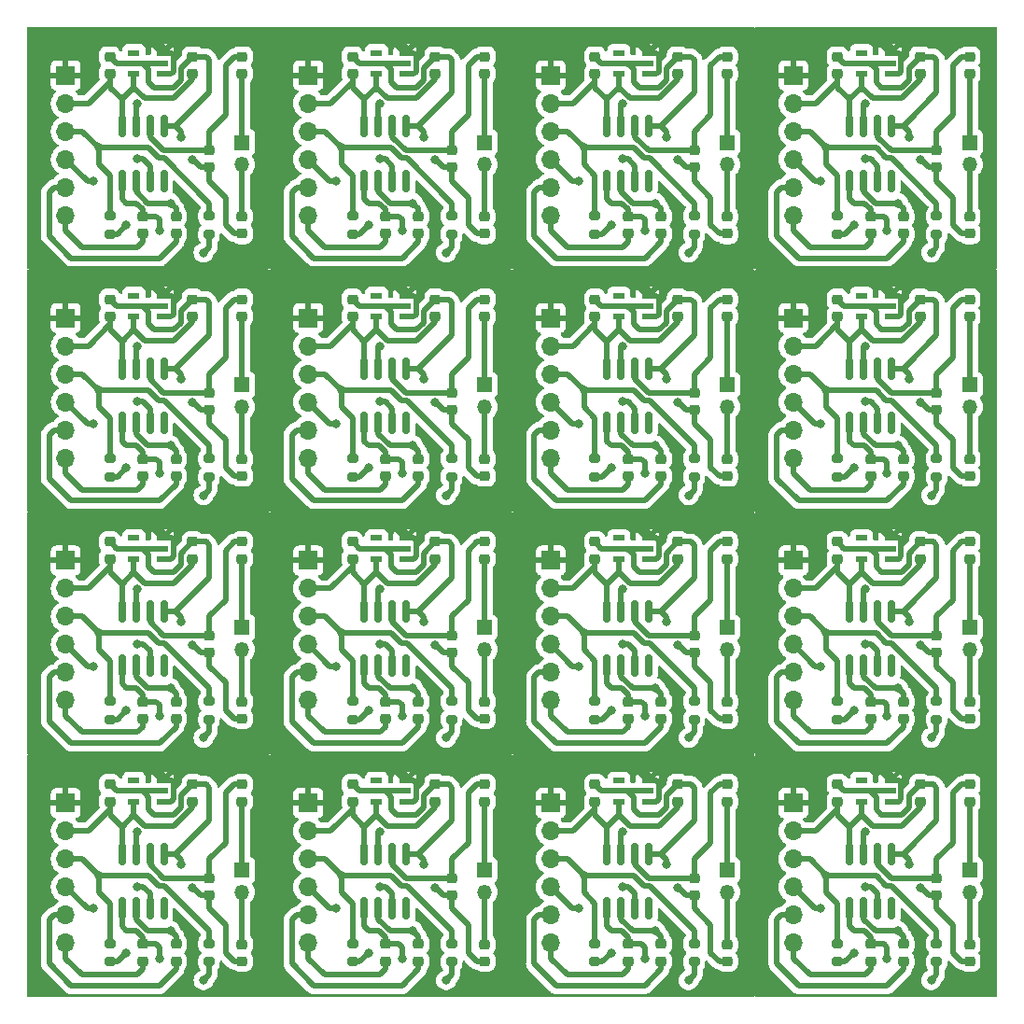
<source format=gtl>
%TF.GenerationSoftware,KiCad,Pcbnew,7.0.9*%
%TF.CreationDate,2024-04-03T23:40:04+09:00*%
%TF.ProjectId,max31855_4_4,6d617833-3138-4353-955f-345f342e6b69,rev?*%
%TF.SameCoordinates,Original*%
%TF.FileFunction,Copper,L1,Top*%
%TF.FilePolarity,Positive*%
%FSLAX46Y46*%
G04 Gerber Fmt 4.6, Leading zero omitted, Abs format (unit mm)*
G04 Created by KiCad (PCBNEW 7.0.9) date 2024-04-03 23:40:04*
%MOMM*%
%LPD*%
G01*
G04 APERTURE LIST*
G04 Aperture macros list*
%AMRoundRect*
0 Rectangle with rounded corners*
0 $1 Rounding radius*
0 $2 $3 $4 $5 $6 $7 $8 $9 X,Y pos of 4 corners*
0 Add a 4 corners polygon primitive as box body*
4,1,4,$2,$3,$4,$5,$6,$7,$8,$9,$2,$3,0*
0 Add four circle primitives for the rounded corners*
1,1,$1+$1,$2,$3*
1,1,$1+$1,$4,$5*
1,1,$1+$1,$6,$7*
1,1,$1+$1,$8,$9*
0 Add four rect primitives between the rounded corners*
20,1,$1+$1,$2,$3,$4,$5,0*
20,1,$1+$1,$4,$5,$6,$7,0*
20,1,$1+$1,$6,$7,$8,$9,0*
20,1,$1+$1,$8,$9,$2,$3,0*%
G04 Aperture macros list end*
%TA.AperFunction,SMDPad,CuDef*%
%ADD10RoundRect,0.225000X0.250000X-0.225000X0.250000X0.225000X-0.250000X0.225000X-0.250000X-0.225000X0*%
%TD*%
%TA.AperFunction,SMDPad,CuDef*%
%ADD11RoundRect,0.150000X-0.150000X0.825000X-0.150000X-0.825000X0.150000X-0.825000X0.150000X0.825000X0*%
%TD*%
%TA.AperFunction,ComponentPad*%
%ADD12O,1.350000X1.350000*%
%TD*%
%TA.AperFunction,ComponentPad*%
%ADD13R,1.350000X1.350000*%
%TD*%
%TA.AperFunction,SMDPad,CuDef*%
%ADD14R,1.100000X0.600000*%
%TD*%
%TA.AperFunction,SMDPad,CuDef*%
%ADD15RoundRect,0.218750X0.256250X-0.218750X0.256250X0.218750X-0.256250X0.218750X-0.256250X-0.218750X0*%
%TD*%
%TA.AperFunction,SMDPad,CuDef*%
%ADD16RoundRect,0.225000X-0.250000X0.225000X-0.250000X-0.225000X0.250000X-0.225000X0.250000X0.225000X0*%
%TD*%
%TA.AperFunction,SMDPad,CuDef*%
%ADD17RoundRect,0.200000X0.275000X-0.200000X0.275000X0.200000X-0.275000X0.200000X-0.275000X-0.200000X0*%
%TD*%
%TA.AperFunction,ComponentPad*%
%ADD18O,1.700000X1.700000*%
%TD*%
%TA.AperFunction,ComponentPad*%
%ADD19R,1.700000X1.700000*%
%TD*%
%TA.AperFunction,ViaPad*%
%ADD20C,0.800000*%
%TD*%
%TA.AperFunction,Conductor*%
%ADD21C,0.500000*%
%TD*%
G04 APERTURE END LIST*
D10*
%TO.P,C47,2*%
%TO.N,GND*%
X170000000Y-118725000D03*
%TO.P,C47,1*%
%TO.N,+3.3V*%
X170000000Y-120275000D03*
%TD*%
D11*
%TO.P,U31,8*%
%TO.N,N/C*%
X167405000Y-129975000D03*
%TO.P,U31,7,DO*%
%TO.N,Net-(J1-Pin_4)*%
X166135000Y-129975000D03*
%TO.P,U31,6,/CS*%
%TO.N,Net-(D1-A)*%
X164865000Y-129975000D03*
%TO.P,U31,5,SCK*%
%TO.N,Net-(D2-A)*%
X163595000Y-129975000D03*
%TO.P,U31,4,VCC*%
%TO.N,+3.3V*%
X163595000Y-125025000D03*
%TO.P,U31,3,T+*%
%TO.N,Net-(U1-T+)*%
X164865000Y-125025000D03*
%TO.P,U31,2,T-*%
%TO.N,Net-(U1-T-)*%
X166135000Y-125025000D03*
%TO.P,U31,1,GND*%
%TO.N,GND*%
X167405000Y-125025000D03*
%TD*%
D12*
%TO.P,J32,2,Pin_2*%
%TO.N,Net-(J2-Pin_2)*%
X174500000Y-128500000D03*
D13*
%TO.P,J32,1,Pin_1*%
%TO.N,Net-(J2-Pin_1)*%
X174500000Y-126500000D03*
%TD*%
D14*
%TO.P,U32,5,VOUT*%
%TO.N,+3.3V*%
X164679200Y-120293000D03*
%TO.P,U32,4,BYP*%
%TO.N,unconnected-(U2-BYP-Pad4)*%
X164679200Y-118388000D03*
%TO.P,U32,3,EN*%
%TO.N,+5V*%
X167270000Y-118388000D03*
%TO.P,U32,2,GND*%
%TO.N,GND*%
X167270000Y-119327800D03*
%TO.P,U32,1,VIN*%
%TO.N,+5V*%
X167270000Y-120293000D03*
%TD*%
D10*
%TO.P,FB32,2*%
%TO.N,Net-(J2-Pin_2)*%
X174500000Y-133225000D03*
%TO.P,FB32,1*%
%TO.N,Net-(U1-T+)*%
X174500000Y-134775000D03*
%TD*%
D15*
%TO.P,D31,2,A*%
%TO.N,Net-(D1-A)*%
X168500000Y-133212500D03*
%TO.P,D31,1,K*%
%TO.N,Net-(D1-K)*%
X168500000Y-134787500D03*
%TD*%
D16*
%TO.P,FB31,2*%
%TO.N,Net-(J2-Pin_1)*%
X174500000Y-120275000D03*
%TO.P,FB31,1*%
%TO.N,Net-(U1-T-)*%
X174500000Y-118725000D03*
%TD*%
D17*
%TO.P,R31,2*%
%TO.N,GND*%
X162500000Y-133175000D03*
%TO.P,R31,1*%
%TO.N,Net-(D1-A)*%
X162500000Y-134825000D03*
%TD*%
D15*
%TO.P,D32,2,A*%
%TO.N,Net-(D2-A)*%
X165500000Y-133212500D03*
%TO.P,D32,1,K*%
%TO.N,Net-(D2-K)*%
X165500000Y-134787500D03*
%TD*%
D18*
%TO.P,J31,6,Pin_6*%
%TO.N,Net-(D2-K)*%
X158500000Y-133120000D03*
%TO.P,J31,5,Pin_5*%
%TO.N,Net-(D1-K)*%
X158500000Y-130580000D03*
%TO.P,J31,4,Pin_4*%
%TO.N,Net-(J1-Pin_4)*%
X158500000Y-128040000D03*
%TO.P,J31,3,Pin_3*%
%TO.N,GND*%
X158500000Y-125500000D03*
%TO.P,J31,2,Pin_2*%
%TO.N,+3.3V*%
X158500000Y-122960000D03*
D19*
%TO.P,J31,1,Pin_1*%
%TO.N,+5V*%
X158500000Y-120420000D03*
%TD*%
D16*
%TO.P,C48,2*%
%TO.N,Net-(U1-T+)*%
X171500000Y-128775000D03*
%TO.P,C48,1*%
%TO.N,Net-(U1-T-)*%
X171500000Y-127225000D03*
%TD*%
D10*
%TO.P,C46,2*%
%TO.N,GND*%
X162500000Y-118725000D03*
%TO.P,C46,1*%
%TO.N,+3.3V*%
X162500000Y-120275000D03*
%TD*%
D17*
%TO.P,R32,2*%
%TO.N,GND*%
X171500000Y-133175000D03*
%TO.P,R32,1*%
%TO.N,Net-(D2-A)*%
X171500000Y-134825000D03*
%TD*%
D10*
%TO.P,C44,2*%
%TO.N,GND*%
X148000000Y-118725000D03*
%TO.P,C44,1*%
%TO.N,+3.3V*%
X148000000Y-120275000D03*
%TD*%
D11*
%TO.P,U29,8*%
%TO.N,N/C*%
X145405000Y-129975000D03*
%TO.P,U29,7,DO*%
%TO.N,Net-(J1-Pin_4)*%
X144135000Y-129975000D03*
%TO.P,U29,6,/CS*%
%TO.N,Net-(D1-A)*%
X142865000Y-129975000D03*
%TO.P,U29,5,SCK*%
%TO.N,Net-(D2-A)*%
X141595000Y-129975000D03*
%TO.P,U29,4,VCC*%
%TO.N,+3.3V*%
X141595000Y-125025000D03*
%TO.P,U29,3,T+*%
%TO.N,Net-(U1-T+)*%
X142865000Y-125025000D03*
%TO.P,U29,2,T-*%
%TO.N,Net-(U1-T-)*%
X144135000Y-125025000D03*
%TO.P,U29,1,GND*%
%TO.N,GND*%
X145405000Y-125025000D03*
%TD*%
D12*
%TO.P,J30,2,Pin_2*%
%TO.N,Net-(J2-Pin_2)*%
X152500000Y-128500000D03*
D13*
%TO.P,J30,1,Pin_1*%
%TO.N,Net-(J2-Pin_1)*%
X152500000Y-126500000D03*
%TD*%
D14*
%TO.P,U30,5,VOUT*%
%TO.N,+3.3V*%
X142679200Y-120293000D03*
%TO.P,U30,4,BYP*%
%TO.N,unconnected-(U2-BYP-Pad4)*%
X142679200Y-118388000D03*
%TO.P,U30,3,EN*%
%TO.N,+5V*%
X145270000Y-118388000D03*
%TO.P,U30,2,GND*%
%TO.N,GND*%
X145270000Y-119327800D03*
%TO.P,U30,1,VIN*%
%TO.N,+5V*%
X145270000Y-120293000D03*
%TD*%
D10*
%TO.P,FB30,2*%
%TO.N,Net-(J2-Pin_2)*%
X152500000Y-133225000D03*
%TO.P,FB30,1*%
%TO.N,Net-(U1-T+)*%
X152500000Y-134775000D03*
%TD*%
D15*
%TO.P,D29,2,A*%
%TO.N,Net-(D1-A)*%
X146500000Y-133212500D03*
%TO.P,D29,1,K*%
%TO.N,Net-(D1-K)*%
X146500000Y-134787500D03*
%TD*%
D16*
%TO.P,FB29,2*%
%TO.N,Net-(J2-Pin_1)*%
X152500000Y-120275000D03*
%TO.P,FB29,1*%
%TO.N,Net-(U1-T-)*%
X152500000Y-118725000D03*
%TD*%
D17*
%TO.P,R29,2*%
%TO.N,GND*%
X140500000Y-133175000D03*
%TO.P,R29,1*%
%TO.N,Net-(D1-A)*%
X140500000Y-134825000D03*
%TD*%
D15*
%TO.P,D30,2,A*%
%TO.N,Net-(D2-A)*%
X143500000Y-133212500D03*
%TO.P,D30,1,K*%
%TO.N,Net-(D2-K)*%
X143500000Y-134787500D03*
%TD*%
D18*
%TO.P,J29,6,Pin_6*%
%TO.N,Net-(D2-K)*%
X136500000Y-133120000D03*
%TO.P,J29,5,Pin_5*%
%TO.N,Net-(D1-K)*%
X136500000Y-130580000D03*
%TO.P,J29,4,Pin_4*%
%TO.N,Net-(J1-Pin_4)*%
X136500000Y-128040000D03*
%TO.P,J29,3,Pin_3*%
%TO.N,GND*%
X136500000Y-125500000D03*
%TO.P,J29,2,Pin_2*%
%TO.N,+3.3V*%
X136500000Y-122960000D03*
D19*
%TO.P,J29,1,Pin_1*%
%TO.N,+5V*%
X136500000Y-120420000D03*
%TD*%
D16*
%TO.P,C45,2*%
%TO.N,Net-(U1-T+)*%
X149500000Y-128775000D03*
%TO.P,C45,1*%
%TO.N,Net-(U1-T-)*%
X149500000Y-127225000D03*
%TD*%
D10*
%TO.P,C43,2*%
%TO.N,GND*%
X140500000Y-118725000D03*
%TO.P,C43,1*%
%TO.N,+3.3V*%
X140500000Y-120275000D03*
%TD*%
D17*
%TO.P,R30,2*%
%TO.N,GND*%
X149500000Y-133175000D03*
%TO.P,R30,1*%
%TO.N,Net-(D2-A)*%
X149500000Y-134825000D03*
%TD*%
D10*
%TO.P,C41,2*%
%TO.N,GND*%
X126000000Y-118725000D03*
%TO.P,C41,1*%
%TO.N,+3.3V*%
X126000000Y-120275000D03*
%TD*%
D11*
%TO.P,U27,8*%
%TO.N,N/C*%
X123405000Y-129975000D03*
%TO.P,U27,7,DO*%
%TO.N,Net-(J1-Pin_4)*%
X122135000Y-129975000D03*
%TO.P,U27,6,/CS*%
%TO.N,Net-(D1-A)*%
X120865000Y-129975000D03*
%TO.P,U27,5,SCK*%
%TO.N,Net-(D2-A)*%
X119595000Y-129975000D03*
%TO.P,U27,4,VCC*%
%TO.N,+3.3V*%
X119595000Y-125025000D03*
%TO.P,U27,3,T+*%
%TO.N,Net-(U1-T+)*%
X120865000Y-125025000D03*
%TO.P,U27,2,T-*%
%TO.N,Net-(U1-T-)*%
X122135000Y-125025000D03*
%TO.P,U27,1,GND*%
%TO.N,GND*%
X123405000Y-125025000D03*
%TD*%
D12*
%TO.P,J28,2,Pin_2*%
%TO.N,Net-(J2-Pin_2)*%
X130500000Y-128500000D03*
D13*
%TO.P,J28,1,Pin_1*%
%TO.N,Net-(J2-Pin_1)*%
X130500000Y-126500000D03*
%TD*%
D14*
%TO.P,U28,5,VOUT*%
%TO.N,+3.3V*%
X120679200Y-120293000D03*
%TO.P,U28,4,BYP*%
%TO.N,unconnected-(U2-BYP-Pad4)*%
X120679200Y-118388000D03*
%TO.P,U28,3,EN*%
%TO.N,+5V*%
X123270000Y-118388000D03*
%TO.P,U28,2,GND*%
%TO.N,GND*%
X123270000Y-119327800D03*
%TO.P,U28,1,VIN*%
%TO.N,+5V*%
X123270000Y-120293000D03*
%TD*%
D10*
%TO.P,FB28,2*%
%TO.N,Net-(J2-Pin_2)*%
X130500000Y-133225000D03*
%TO.P,FB28,1*%
%TO.N,Net-(U1-T+)*%
X130500000Y-134775000D03*
%TD*%
D15*
%TO.P,D27,2,A*%
%TO.N,Net-(D1-A)*%
X124500000Y-133212500D03*
%TO.P,D27,1,K*%
%TO.N,Net-(D1-K)*%
X124500000Y-134787500D03*
%TD*%
D16*
%TO.P,FB27,2*%
%TO.N,Net-(J2-Pin_1)*%
X130500000Y-120275000D03*
%TO.P,FB27,1*%
%TO.N,Net-(U1-T-)*%
X130500000Y-118725000D03*
%TD*%
D17*
%TO.P,R27,2*%
%TO.N,GND*%
X118500000Y-133175000D03*
%TO.P,R27,1*%
%TO.N,Net-(D1-A)*%
X118500000Y-134825000D03*
%TD*%
D15*
%TO.P,D28,2,A*%
%TO.N,Net-(D2-A)*%
X121500000Y-133212500D03*
%TO.P,D28,1,K*%
%TO.N,Net-(D2-K)*%
X121500000Y-134787500D03*
%TD*%
D18*
%TO.P,J27,6,Pin_6*%
%TO.N,Net-(D2-K)*%
X114500000Y-133120000D03*
%TO.P,J27,5,Pin_5*%
%TO.N,Net-(D1-K)*%
X114500000Y-130580000D03*
%TO.P,J27,4,Pin_4*%
%TO.N,Net-(J1-Pin_4)*%
X114500000Y-128040000D03*
%TO.P,J27,3,Pin_3*%
%TO.N,GND*%
X114500000Y-125500000D03*
%TO.P,J27,2,Pin_2*%
%TO.N,+3.3V*%
X114500000Y-122960000D03*
D19*
%TO.P,J27,1,Pin_1*%
%TO.N,+5V*%
X114500000Y-120420000D03*
%TD*%
D16*
%TO.P,C42,2*%
%TO.N,Net-(U1-T+)*%
X127500000Y-128775000D03*
%TO.P,C42,1*%
%TO.N,Net-(U1-T-)*%
X127500000Y-127225000D03*
%TD*%
D10*
%TO.P,C40,2*%
%TO.N,GND*%
X118500000Y-118725000D03*
%TO.P,C40,1*%
%TO.N,+3.3V*%
X118500000Y-120275000D03*
%TD*%
D17*
%TO.P,R28,2*%
%TO.N,GND*%
X127500000Y-133175000D03*
%TO.P,R28,1*%
%TO.N,Net-(D2-A)*%
X127500000Y-134825000D03*
%TD*%
D10*
%TO.P,C38,2*%
%TO.N,GND*%
X104000000Y-118725000D03*
%TO.P,C38,1*%
%TO.N,+3.3V*%
X104000000Y-120275000D03*
%TD*%
D11*
%TO.P,U25,8*%
%TO.N,N/C*%
X101405000Y-129975000D03*
%TO.P,U25,7,DO*%
%TO.N,Net-(J1-Pin_4)*%
X100135000Y-129975000D03*
%TO.P,U25,6,/CS*%
%TO.N,Net-(D1-A)*%
X98865000Y-129975000D03*
%TO.P,U25,5,SCK*%
%TO.N,Net-(D2-A)*%
X97595000Y-129975000D03*
%TO.P,U25,4,VCC*%
%TO.N,+3.3V*%
X97595000Y-125025000D03*
%TO.P,U25,3,T+*%
%TO.N,Net-(U1-T+)*%
X98865000Y-125025000D03*
%TO.P,U25,2,T-*%
%TO.N,Net-(U1-T-)*%
X100135000Y-125025000D03*
%TO.P,U25,1,GND*%
%TO.N,GND*%
X101405000Y-125025000D03*
%TD*%
D12*
%TO.P,J26,2,Pin_2*%
%TO.N,Net-(J2-Pin_2)*%
X108500000Y-128500000D03*
D13*
%TO.P,J26,1,Pin_1*%
%TO.N,Net-(J2-Pin_1)*%
X108500000Y-126500000D03*
%TD*%
D14*
%TO.P,U26,5,VOUT*%
%TO.N,+3.3V*%
X98679200Y-120293000D03*
%TO.P,U26,4,BYP*%
%TO.N,unconnected-(U2-BYP-Pad4)*%
X98679200Y-118388000D03*
%TO.P,U26,3,EN*%
%TO.N,+5V*%
X101270000Y-118388000D03*
%TO.P,U26,2,GND*%
%TO.N,GND*%
X101270000Y-119327800D03*
%TO.P,U26,1,VIN*%
%TO.N,+5V*%
X101270000Y-120293000D03*
%TD*%
D10*
%TO.P,FB26,2*%
%TO.N,Net-(J2-Pin_2)*%
X108500000Y-133225000D03*
%TO.P,FB26,1*%
%TO.N,Net-(U1-T+)*%
X108500000Y-134775000D03*
%TD*%
D15*
%TO.P,D25,2,A*%
%TO.N,Net-(D1-A)*%
X102500000Y-133212500D03*
%TO.P,D25,1,K*%
%TO.N,Net-(D1-K)*%
X102500000Y-134787500D03*
%TD*%
D16*
%TO.P,FB25,2*%
%TO.N,Net-(J2-Pin_1)*%
X108500000Y-120275000D03*
%TO.P,FB25,1*%
%TO.N,Net-(U1-T-)*%
X108500000Y-118725000D03*
%TD*%
D17*
%TO.P,R25,2*%
%TO.N,GND*%
X96500000Y-133175000D03*
%TO.P,R25,1*%
%TO.N,Net-(D1-A)*%
X96500000Y-134825000D03*
%TD*%
D15*
%TO.P,D26,2,A*%
%TO.N,Net-(D2-A)*%
X99500000Y-133212500D03*
%TO.P,D26,1,K*%
%TO.N,Net-(D2-K)*%
X99500000Y-134787500D03*
%TD*%
D18*
%TO.P,J25,6,Pin_6*%
%TO.N,Net-(D2-K)*%
X92500000Y-133120000D03*
%TO.P,J25,5,Pin_5*%
%TO.N,Net-(D1-K)*%
X92500000Y-130580000D03*
%TO.P,J25,4,Pin_4*%
%TO.N,Net-(J1-Pin_4)*%
X92500000Y-128040000D03*
%TO.P,J25,3,Pin_3*%
%TO.N,GND*%
X92500000Y-125500000D03*
%TO.P,J25,2,Pin_2*%
%TO.N,+3.3V*%
X92500000Y-122960000D03*
D19*
%TO.P,J25,1,Pin_1*%
%TO.N,+5V*%
X92500000Y-120420000D03*
%TD*%
D16*
%TO.P,C39,2*%
%TO.N,Net-(U1-T+)*%
X105500000Y-128775000D03*
%TO.P,C39,1*%
%TO.N,Net-(U1-T-)*%
X105500000Y-127225000D03*
%TD*%
D10*
%TO.P,C37,2*%
%TO.N,GND*%
X96500000Y-118725000D03*
%TO.P,C37,1*%
%TO.N,+3.3V*%
X96500000Y-120275000D03*
%TD*%
D17*
%TO.P,R26,2*%
%TO.N,GND*%
X105500000Y-133175000D03*
%TO.P,R26,1*%
%TO.N,Net-(D2-A)*%
X105500000Y-134825000D03*
%TD*%
D10*
%TO.P,C35,2*%
%TO.N,GND*%
X170000000Y-96725000D03*
%TO.P,C35,1*%
%TO.N,+3.3V*%
X170000000Y-98275000D03*
%TD*%
D11*
%TO.P,U23,8*%
%TO.N,N/C*%
X167405000Y-107975000D03*
%TO.P,U23,7,DO*%
%TO.N,Net-(J1-Pin_4)*%
X166135000Y-107975000D03*
%TO.P,U23,6,/CS*%
%TO.N,Net-(D1-A)*%
X164865000Y-107975000D03*
%TO.P,U23,5,SCK*%
%TO.N,Net-(D2-A)*%
X163595000Y-107975000D03*
%TO.P,U23,4,VCC*%
%TO.N,+3.3V*%
X163595000Y-103025000D03*
%TO.P,U23,3,T+*%
%TO.N,Net-(U1-T+)*%
X164865000Y-103025000D03*
%TO.P,U23,2,T-*%
%TO.N,Net-(U1-T-)*%
X166135000Y-103025000D03*
%TO.P,U23,1,GND*%
%TO.N,GND*%
X167405000Y-103025000D03*
%TD*%
D12*
%TO.P,J24,2,Pin_2*%
%TO.N,Net-(J2-Pin_2)*%
X174500000Y-106500000D03*
D13*
%TO.P,J24,1,Pin_1*%
%TO.N,Net-(J2-Pin_1)*%
X174500000Y-104500000D03*
%TD*%
D14*
%TO.P,U24,5,VOUT*%
%TO.N,+3.3V*%
X164679200Y-98293000D03*
%TO.P,U24,4,BYP*%
%TO.N,unconnected-(U2-BYP-Pad4)*%
X164679200Y-96388000D03*
%TO.P,U24,3,EN*%
%TO.N,+5V*%
X167270000Y-96388000D03*
%TO.P,U24,2,GND*%
%TO.N,GND*%
X167270000Y-97327800D03*
%TO.P,U24,1,VIN*%
%TO.N,+5V*%
X167270000Y-98293000D03*
%TD*%
D10*
%TO.P,FB24,2*%
%TO.N,Net-(J2-Pin_2)*%
X174500000Y-111225000D03*
%TO.P,FB24,1*%
%TO.N,Net-(U1-T+)*%
X174500000Y-112775000D03*
%TD*%
D15*
%TO.P,D23,2,A*%
%TO.N,Net-(D1-A)*%
X168500000Y-111212500D03*
%TO.P,D23,1,K*%
%TO.N,Net-(D1-K)*%
X168500000Y-112787500D03*
%TD*%
D16*
%TO.P,FB23,2*%
%TO.N,Net-(J2-Pin_1)*%
X174500000Y-98275000D03*
%TO.P,FB23,1*%
%TO.N,Net-(U1-T-)*%
X174500000Y-96725000D03*
%TD*%
D17*
%TO.P,R23,2*%
%TO.N,GND*%
X162500000Y-111175000D03*
%TO.P,R23,1*%
%TO.N,Net-(D1-A)*%
X162500000Y-112825000D03*
%TD*%
D15*
%TO.P,D24,2,A*%
%TO.N,Net-(D2-A)*%
X165500000Y-111212500D03*
%TO.P,D24,1,K*%
%TO.N,Net-(D2-K)*%
X165500000Y-112787500D03*
%TD*%
D18*
%TO.P,J23,6,Pin_6*%
%TO.N,Net-(D2-K)*%
X158500000Y-111120000D03*
%TO.P,J23,5,Pin_5*%
%TO.N,Net-(D1-K)*%
X158500000Y-108580000D03*
%TO.P,J23,4,Pin_4*%
%TO.N,Net-(J1-Pin_4)*%
X158500000Y-106040000D03*
%TO.P,J23,3,Pin_3*%
%TO.N,GND*%
X158500000Y-103500000D03*
%TO.P,J23,2,Pin_2*%
%TO.N,+3.3V*%
X158500000Y-100960000D03*
D19*
%TO.P,J23,1,Pin_1*%
%TO.N,+5V*%
X158500000Y-98420000D03*
%TD*%
D16*
%TO.P,C36,2*%
%TO.N,Net-(U1-T+)*%
X171500000Y-106775000D03*
%TO.P,C36,1*%
%TO.N,Net-(U1-T-)*%
X171500000Y-105225000D03*
%TD*%
D10*
%TO.P,C34,2*%
%TO.N,GND*%
X162500000Y-96725000D03*
%TO.P,C34,1*%
%TO.N,+3.3V*%
X162500000Y-98275000D03*
%TD*%
D17*
%TO.P,R24,2*%
%TO.N,GND*%
X171500000Y-111175000D03*
%TO.P,R24,1*%
%TO.N,Net-(D2-A)*%
X171500000Y-112825000D03*
%TD*%
D10*
%TO.P,C32,2*%
%TO.N,GND*%
X148000000Y-96725000D03*
%TO.P,C32,1*%
%TO.N,+3.3V*%
X148000000Y-98275000D03*
%TD*%
D11*
%TO.P,U21,8*%
%TO.N,N/C*%
X145405000Y-107975000D03*
%TO.P,U21,7,DO*%
%TO.N,Net-(J1-Pin_4)*%
X144135000Y-107975000D03*
%TO.P,U21,6,/CS*%
%TO.N,Net-(D1-A)*%
X142865000Y-107975000D03*
%TO.P,U21,5,SCK*%
%TO.N,Net-(D2-A)*%
X141595000Y-107975000D03*
%TO.P,U21,4,VCC*%
%TO.N,+3.3V*%
X141595000Y-103025000D03*
%TO.P,U21,3,T+*%
%TO.N,Net-(U1-T+)*%
X142865000Y-103025000D03*
%TO.P,U21,2,T-*%
%TO.N,Net-(U1-T-)*%
X144135000Y-103025000D03*
%TO.P,U21,1,GND*%
%TO.N,GND*%
X145405000Y-103025000D03*
%TD*%
D12*
%TO.P,J22,2,Pin_2*%
%TO.N,Net-(J2-Pin_2)*%
X152500000Y-106500000D03*
D13*
%TO.P,J22,1,Pin_1*%
%TO.N,Net-(J2-Pin_1)*%
X152500000Y-104500000D03*
%TD*%
D14*
%TO.P,U22,5,VOUT*%
%TO.N,+3.3V*%
X142679200Y-98293000D03*
%TO.P,U22,4,BYP*%
%TO.N,unconnected-(U2-BYP-Pad4)*%
X142679200Y-96388000D03*
%TO.P,U22,3,EN*%
%TO.N,+5V*%
X145270000Y-96388000D03*
%TO.P,U22,2,GND*%
%TO.N,GND*%
X145270000Y-97327800D03*
%TO.P,U22,1,VIN*%
%TO.N,+5V*%
X145270000Y-98293000D03*
%TD*%
D10*
%TO.P,FB22,2*%
%TO.N,Net-(J2-Pin_2)*%
X152500000Y-111225000D03*
%TO.P,FB22,1*%
%TO.N,Net-(U1-T+)*%
X152500000Y-112775000D03*
%TD*%
D15*
%TO.P,D21,2,A*%
%TO.N,Net-(D1-A)*%
X146500000Y-111212500D03*
%TO.P,D21,1,K*%
%TO.N,Net-(D1-K)*%
X146500000Y-112787500D03*
%TD*%
D16*
%TO.P,FB21,2*%
%TO.N,Net-(J2-Pin_1)*%
X152500000Y-98275000D03*
%TO.P,FB21,1*%
%TO.N,Net-(U1-T-)*%
X152500000Y-96725000D03*
%TD*%
D17*
%TO.P,R21,2*%
%TO.N,GND*%
X140500000Y-111175000D03*
%TO.P,R21,1*%
%TO.N,Net-(D1-A)*%
X140500000Y-112825000D03*
%TD*%
D15*
%TO.P,D22,2,A*%
%TO.N,Net-(D2-A)*%
X143500000Y-111212500D03*
%TO.P,D22,1,K*%
%TO.N,Net-(D2-K)*%
X143500000Y-112787500D03*
%TD*%
D18*
%TO.P,J21,6,Pin_6*%
%TO.N,Net-(D2-K)*%
X136500000Y-111120000D03*
%TO.P,J21,5,Pin_5*%
%TO.N,Net-(D1-K)*%
X136500000Y-108580000D03*
%TO.P,J21,4,Pin_4*%
%TO.N,Net-(J1-Pin_4)*%
X136500000Y-106040000D03*
%TO.P,J21,3,Pin_3*%
%TO.N,GND*%
X136500000Y-103500000D03*
%TO.P,J21,2,Pin_2*%
%TO.N,+3.3V*%
X136500000Y-100960000D03*
D19*
%TO.P,J21,1,Pin_1*%
%TO.N,+5V*%
X136500000Y-98420000D03*
%TD*%
D16*
%TO.P,C33,2*%
%TO.N,Net-(U1-T+)*%
X149500000Y-106775000D03*
%TO.P,C33,1*%
%TO.N,Net-(U1-T-)*%
X149500000Y-105225000D03*
%TD*%
D10*
%TO.P,C31,2*%
%TO.N,GND*%
X140500000Y-96725000D03*
%TO.P,C31,1*%
%TO.N,+3.3V*%
X140500000Y-98275000D03*
%TD*%
D17*
%TO.P,R22,2*%
%TO.N,GND*%
X149500000Y-111175000D03*
%TO.P,R22,1*%
%TO.N,Net-(D2-A)*%
X149500000Y-112825000D03*
%TD*%
D10*
%TO.P,C29,2*%
%TO.N,GND*%
X126000000Y-96725000D03*
%TO.P,C29,1*%
%TO.N,+3.3V*%
X126000000Y-98275000D03*
%TD*%
D11*
%TO.P,U19,8*%
%TO.N,N/C*%
X123405000Y-107975000D03*
%TO.P,U19,7,DO*%
%TO.N,Net-(J1-Pin_4)*%
X122135000Y-107975000D03*
%TO.P,U19,6,/CS*%
%TO.N,Net-(D1-A)*%
X120865000Y-107975000D03*
%TO.P,U19,5,SCK*%
%TO.N,Net-(D2-A)*%
X119595000Y-107975000D03*
%TO.P,U19,4,VCC*%
%TO.N,+3.3V*%
X119595000Y-103025000D03*
%TO.P,U19,3,T+*%
%TO.N,Net-(U1-T+)*%
X120865000Y-103025000D03*
%TO.P,U19,2,T-*%
%TO.N,Net-(U1-T-)*%
X122135000Y-103025000D03*
%TO.P,U19,1,GND*%
%TO.N,GND*%
X123405000Y-103025000D03*
%TD*%
D12*
%TO.P,J20,2,Pin_2*%
%TO.N,Net-(J2-Pin_2)*%
X130500000Y-106500000D03*
D13*
%TO.P,J20,1,Pin_1*%
%TO.N,Net-(J2-Pin_1)*%
X130500000Y-104500000D03*
%TD*%
D14*
%TO.P,U20,5,VOUT*%
%TO.N,+3.3V*%
X120679200Y-98293000D03*
%TO.P,U20,4,BYP*%
%TO.N,unconnected-(U2-BYP-Pad4)*%
X120679200Y-96388000D03*
%TO.P,U20,3,EN*%
%TO.N,+5V*%
X123270000Y-96388000D03*
%TO.P,U20,2,GND*%
%TO.N,GND*%
X123270000Y-97327800D03*
%TO.P,U20,1,VIN*%
%TO.N,+5V*%
X123270000Y-98293000D03*
%TD*%
D10*
%TO.P,FB20,2*%
%TO.N,Net-(J2-Pin_2)*%
X130500000Y-111225000D03*
%TO.P,FB20,1*%
%TO.N,Net-(U1-T+)*%
X130500000Y-112775000D03*
%TD*%
D15*
%TO.P,D19,2,A*%
%TO.N,Net-(D1-A)*%
X124500000Y-111212500D03*
%TO.P,D19,1,K*%
%TO.N,Net-(D1-K)*%
X124500000Y-112787500D03*
%TD*%
D16*
%TO.P,FB19,2*%
%TO.N,Net-(J2-Pin_1)*%
X130500000Y-98275000D03*
%TO.P,FB19,1*%
%TO.N,Net-(U1-T-)*%
X130500000Y-96725000D03*
%TD*%
D17*
%TO.P,R19,2*%
%TO.N,GND*%
X118500000Y-111175000D03*
%TO.P,R19,1*%
%TO.N,Net-(D1-A)*%
X118500000Y-112825000D03*
%TD*%
D15*
%TO.P,D20,2,A*%
%TO.N,Net-(D2-A)*%
X121500000Y-111212500D03*
%TO.P,D20,1,K*%
%TO.N,Net-(D2-K)*%
X121500000Y-112787500D03*
%TD*%
D18*
%TO.P,J19,6,Pin_6*%
%TO.N,Net-(D2-K)*%
X114500000Y-111120000D03*
%TO.P,J19,5,Pin_5*%
%TO.N,Net-(D1-K)*%
X114500000Y-108580000D03*
%TO.P,J19,4,Pin_4*%
%TO.N,Net-(J1-Pin_4)*%
X114500000Y-106040000D03*
%TO.P,J19,3,Pin_3*%
%TO.N,GND*%
X114500000Y-103500000D03*
%TO.P,J19,2,Pin_2*%
%TO.N,+3.3V*%
X114500000Y-100960000D03*
D19*
%TO.P,J19,1,Pin_1*%
%TO.N,+5V*%
X114500000Y-98420000D03*
%TD*%
D16*
%TO.P,C30,2*%
%TO.N,Net-(U1-T+)*%
X127500000Y-106775000D03*
%TO.P,C30,1*%
%TO.N,Net-(U1-T-)*%
X127500000Y-105225000D03*
%TD*%
D10*
%TO.P,C28,2*%
%TO.N,GND*%
X118500000Y-96725000D03*
%TO.P,C28,1*%
%TO.N,+3.3V*%
X118500000Y-98275000D03*
%TD*%
D17*
%TO.P,R20,2*%
%TO.N,GND*%
X127500000Y-111175000D03*
%TO.P,R20,1*%
%TO.N,Net-(D2-A)*%
X127500000Y-112825000D03*
%TD*%
D10*
%TO.P,C26,2*%
%TO.N,GND*%
X104000000Y-96725000D03*
%TO.P,C26,1*%
%TO.N,+3.3V*%
X104000000Y-98275000D03*
%TD*%
D11*
%TO.P,U17,8*%
%TO.N,N/C*%
X101405000Y-107975000D03*
%TO.P,U17,7,DO*%
%TO.N,Net-(J1-Pin_4)*%
X100135000Y-107975000D03*
%TO.P,U17,6,/CS*%
%TO.N,Net-(D1-A)*%
X98865000Y-107975000D03*
%TO.P,U17,5,SCK*%
%TO.N,Net-(D2-A)*%
X97595000Y-107975000D03*
%TO.P,U17,4,VCC*%
%TO.N,+3.3V*%
X97595000Y-103025000D03*
%TO.P,U17,3,T+*%
%TO.N,Net-(U1-T+)*%
X98865000Y-103025000D03*
%TO.P,U17,2,T-*%
%TO.N,Net-(U1-T-)*%
X100135000Y-103025000D03*
%TO.P,U17,1,GND*%
%TO.N,GND*%
X101405000Y-103025000D03*
%TD*%
D12*
%TO.P,J18,2,Pin_2*%
%TO.N,Net-(J2-Pin_2)*%
X108500000Y-106500000D03*
D13*
%TO.P,J18,1,Pin_1*%
%TO.N,Net-(J2-Pin_1)*%
X108500000Y-104500000D03*
%TD*%
D14*
%TO.P,U18,5,VOUT*%
%TO.N,+3.3V*%
X98679200Y-98293000D03*
%TO.P,U18,4,BYP*%
%TO.N,unconnected-(U2-BYP-Pad4)*%
X98679200Y-96388000D03*
%TO.P,U18,3,EN*%
%TO.N,+5V*%
X101270000Y-96388000D03*
%TO.P,U18,2,GND*%
%TO.N,GND*%
X101270000Y-97327800D03*
%TO.P,U18,1,VIN*%
%TO.N,+5V*%
X101270000Y-98293000D03*
%TD*%
D10*
%TO.P,FB18,2*%
%TO.N,Net-(J2-Pin_2)*%
X108500000Y-111225000D03*
%TO.P,FB18,1*%
%TO.N,Net-(U1-T+)*%
X108500000Y-112775000D03*
%TD*%
D15*
%TO.P,D17,2,A*%
%TO.N,Net-(D1-A)*%
X102500000Y-111212500D03*
%TO.P,D17,1,K*%
%TO.N,Net-(D1-K)*%
X102500000Y-112787500D03*
%TD*%
D16*
%TO.P,FB17,2*%
%TO.N,Net-(J2-Pin_1)*%
X108500000Y-98275000D03*
%TO.P,FB17,1*%
%TO.N,Net-(U1-T-)*%
X108500000Y-96725000D03*
%TD*%
D17*
%TO.P,R17,2*%
%TO.N,GND*%
X96500000Y-111175000D03*
%TO.P,R17,1*%
%TO.N,Net-(D1-A)*%
X96500000Y-112825000D03*
%TD*%
D15*
%TO.P,D18,2,A*%
%TO.N,Net-(D2-A)*%
X99500000Y-111212500D03*
%TO.P,D18,1,K*%
%TO.N,Net-(D2-K)*%
X99500000Y-112787500D03*
%TD*%
D18*
%TO.P,J17,6,Pin_6*%
%TO.N,Net-(D2-K)*%
X92500000Y-111120000D03*
%TO.P,J17,5,Pin_5*%
%TO.N,Net-(D1-K)*%
X92500000Y-108580000D03*
%TO.P,J17,4,Pin_4*%
%TO.N,Net-(J1-Pin_4)*%
X92500000Y-106040000D03*
%TO.P,J17,3,Pin_3*%
%TO.N,GND*%
X92500000Y-103500000D03*
%TO.P,J17,2,Pin_2*%
%TO.N,+3.3V*%
X92500000Y-100960000D03*
D19*
%TO.P,J17,1,Pin_1*%
%TO.N,+5V*%
X92500000Y-98420000D03*
%TD*%
D16*
%TO.P,C27,2*%
%TO.N,Net-(U1-T+)*%
X105500000Y-106775000D03*
%TO.P,C27,1*%
%TO.N,Net-(U1-T-)*%
X105500000Y-105225000D03*
%TD*%
D10*
%TO.P,C25,2*%
%TO.N,GND*%
X96500000Y-96725000D03*
%TO.P,C25,1*%
%TO.N,+3.3V*%
X96500000Y-98275000D03*
%TD*%
D17*
%TO.P,R18,2*%
%TO.N,GND*%
X105500000Y-111175000D03*
%TO.P,R18,1*%
%TO.N,Net-(D2-A)*%
X105500000Y-112825000D03*
%TD*%
D10*
%TO.P,C23,2*%
%TO.N,GND*%
X170000000Y-74725000D03*
%TO.P,C23,1*%
%TO.N,+3.3V*%
X170000000Y-76275000D03*
%TD*%
D11*
%TO.P,U15,8*%
%TO.N,N/C*%
X167405000Y-85975000D03*
%TO.P,U15,7,DO*%
%TO.N,Net-(J1-Pin_4)*%
X166135000Y-85975000D03*
%TO.P,U15,6,/CS*%
%TO.N,Net-(D1-A)*%
X164865000Y-85975000D03*
%TO.P,U15,5,SCK*%
%TO.N,Net-(D2-A)*%
X163595000Y-85975000D03*
%TO.P,U15,4,VCC*%
%TO.N,+3.3V*%
X163595000Y-81025000D03*
%TO.P,U15,3,T+*%
%TO.N,Net-(U1-T+)*%
X164865000Y-81025000D03*
%TO.P,U15,2,T-*%
%TO.N,Net-(U1-T-)*%
X166135000Y-81025000D03*
%TO.P,U15,1,GND*%
%TO.N,GND*%
X167405000Y-81025000D03*
%TD*%
D12*
%TO.P,J16,2,Pin_2*%
%TO.N,Net-(J2-Pin_2)*%
X174500000Y-84500000D03*
D13*
%TO.P,J16,1,Pin_1*%
%TO.N,Net-(J2-Pin_1)*%
X174500000Y-82500000D03*
%TD*%
D14*
%TO.P,U16,5,VOUT*%
%TO.N,+3.3V*%
X164679200Y-76293000D03*
%TO.P,U16,4,BYP*%
%TO.N,unconnected-(U2-BYP-Pad4)*%
X164679200Y-74388000D03*
%TO.P,U16,3,EN*%
%TO.N,+5V*%
X167270000Y-74388000D03*
%TO.P,U16,2,GND*%
%TO.N,GND*%
X167270000Y-75327800D03*
%TO.P,U16,1,VIN*%
%TO.N,+5V*%
X167270000Y-76293000D03*
%TD*%
D10*
%TO.P,FB16,2*%
%TO.N,Net-(J2-Pin_2)*%
X174500000Y-89225000D03*
%TO.P,FB16,1*%
%TO.N,Net-(U1-T+)*%
X174500000Y-90775000D03*
%TD*%
D15*
%TO.P,D15,2,A*%
%TO.N,Net-(D1-A)*%
X168500000Y-89212500D03*
%TO.P,D15,1,K*%
%TO.N,Net-(D1-K)*%
X168500000Y-90787500D03*
%TD*%
D16*
%TO.P,FB15,2*%
%TO.N,Net-(J2-Pin_1)*%
X174500000Y-76275000D03*
%TO.P,FB15,1*%
%TO.N,Net-(U1-T-)*%
X174500000Y-74725000D03*
%TD*%
D17*
%TO.P,R15,2*%
%TO.N,GND*%
X162500000Y-89175000D03*
%TO.P,R15,1*%
%TO.N,Net-(D1-A)*%
X162500000Y-90825000D03*
%TD*%
D15*
%TO.P,D16,2,A*%
%TO.N,Net-(D2-A)*%
X165500000Y-89212500D03*
%TO.P,D16,1,K*%
%TO.N,Net-(D2-K)*%
X165500000Y-90787500D03*
%TD*%
D18*
%TO.P,J15,6,Pin_6*%
%TO.N,Net-(D2-K)*%
X158500000Y-89120000D03*
%TO.P,J15,5,Pin_5*%
%TO.N,Net-(D1-K)*%
X158500000Y-86580000D03*
%TO.P,J15,4,Pin_4*%
%TO.N,Net-(J1-Pin_4)*%
X158500000Y-84040000D03*
%TO.P,J15,3,Pin_3*%
%TO.N,GND*%
X158500000Y-81500000D03*
%TO.P,J15,2,Pin_2*%
%TO.N,+3.3V*%
X158500000Y-78960000D03*
D19*
%TO.P,J15,1,Pin_1*%
%TO.N,+5V*%
X158500000Y-76420000D03*
%TD*%
D16*
%TO.P,C24,2*%
%TO.N,Net-(U1-T+)*%
X171500000Y-84775000D03*
%TO.P,C24,1*%
%TO.N,Net-(U1-T-)*%
X171500000Y-83225000D03*
%TD*%
D10*
%TO.P,C22,2*%
%TO.N,GND*%
X162500000Y-74725000D03*
%TO.P,C22,1*%
%TO.N,+3.3V*%
X162500000Y-76275000D03*
%TD*%
D17*
%TO.P,R16,2*%
%TO.N,GND*%
X171500000Y-89175000D03*
%TO.P,R16,1*%
%TO.N,Net-(D2-A)*%
X171500000Y-90825000D03*
%TD*%
D10*
%TO.P,C20,2*%
%TO.N,GND*%
X148000000Y-74725000D03*
%TO.P,C20,1*%
%TO.N,+3.3V*%
X148000000Y-76275000D03*
%TD*%
D11*
%TO.P,U13,8*%
%TO.N,N/C*%
X145405000Y-85975000D03*
%TO.P,U13,7,DO*%
%TO.N,Net-(J1-Pin_4)*%
X144135000Y-85975000D03*
%TO.P,U13,6,/CS*%
%TO.N,Net-(D1-A)*%
X142865000Y-85975000D03*
%TO.P,U13,5,SCK*%
%TO.N,Net-(D2-A)*%
X141595000Y-85975000D03*
%TO.P,U13,4,VCC*%
%TO.N,+3.3V*%
X141595000Y-81025000D03*
%TO.P,U13,3,T+*%
%TO.N,Net-(U1-T+)*%
X142865000Y-81025000D03*
%TO.P,U13,2,T-*%
%TO.N,Net-(U1-T-)*%
X144135000Y-81025000D03*
%TO.P,U13,1,GND*%
%TO.N,GND*%
X145405000Y-81025000D03*
%TD*%
D12*
%TO.P,J14,2,Pin_2*%
%TO.N,Net-(J2-Pin_2)*%
X152500000Y-84500000D03*
D13*
%TO.P,J14,1,Pin_1*%
%TO.N,Net-(J2-Pin_1)*%
X152500000Y-82500000D03*
%TD*%
D14*
%TO.P,U14,5,VOUT*%
%TO.N,+3.3V*%
X142679200Y-76293000D03*
%TO.P,U14,4,BYP*%
%TO.N,unconnected-(U2-BYP-Pad4)*%
X142679200Y-74388000D03*
%TO.P,U14,3,EN*%
%TO.N,+5V*%
X145270000Y-74388000D03*
%TO.P,U14,2,GND*%
%TO.N,GND*%
X145270000Y-75327800D03*
%TO.P,U14,1,VIN*%
%TO.N,+5V*%
X145270000Y-76293000D03*
%TD*%
D10*
%TO.P,FB14,2*%
%TO.N,Net-(J2-Pin_2)*%
X152500000Y-89225000D03*
%TO.P,FB14,1*%
%TO.N,Net-(U1-T+)*%
X152500000Y-90775000D03*
%TD*%
D15*
%TO.P,D13,2,A*%
%TO.N,Net-(D1-A)*%
X146500000Y-89212500D03*
%TO.P,D13,1,K*%
%TO.N,Net-(D1-K)*%
X146500000Y-90787500D03*
%TD*%
D16*
%TO.P,FB13,2*%
%TO.N,Net-(J2-Pin_1)*%
X152500000Y-76275000D03*
%TO.P,FB13,1*%
%TO.N,Net-(U1-T-)*%
X152500000Y-74725000D03*
%TD*%
D17*
%TO.P,R13,2*%
%TO.N,GND*%
X140500000Y-89175000D03*
%TO.P,R13,1*%
%TO.N,Net-(D1-A)*%
X140500000Y-90825000D03*
%TD*%
D15*
%TO.P,D14,2,A*%
%TO.N,Net-(D2-A)*%
X143500000Y-89212500D03*
%TO.P,D14,1,K*%
%TO.N,Net-(D2-K)*%
X143500000Y-90787500D03*
%TD*%
D18*
%TO.P,J13,6,Pin_6*%
%TO.N,Net-(D2-K)*%
X136500000Y-89120000D03*
%TO.P,J13,5,Pin_5*%
%TO.N,Net-(D1-K)*%
X136500000Y-86580000D03*
%TO.P,J13,4,Pin_4*%
%TO.N,Net-(J1-Pin_4)*%
X136500000Y-84040000D03*
%TO.P,J13,3,Pin_3*%
%TO.N,GND*%
X136500000Y-81500000D03*
%TO.P,J13,2,Pin_2*%
%TO.N,+3.3V*%
X136500000Y-78960000D03*
D19*
%TO.P,J13,1,Pin_1*%
%TO.N,+5V*%
X136500000Y-76420000D03*
%TD*%
D16*
%TO.P,C21,2*%
%TO.N,Net-(U1-T+)*%
X149500000Y-84775000D03*
%TO.P,C21,1*%
%TO.N,Net-(U1-T-)*%
X149500000Y-83225000D03*
%TD*%
D10*
%TO.P,C19,2*%
%TO.N,GND*%
X140500000Y-74725000D03*
%TO.P,C19,1*%
%TO.N,+3.3V*%
X140500000Y-76275000D03*
%TD*%
D17*
%TO.P,R14,2*%
%TO.N,GND*%
X149500000Y-89175000D03*
%TO.P,R14,1*%
%TO.N,Net-(D2-A)*%
X149500000Y-90825000D03*
%TD*%
D10*
%TO.P,C17,2*%
%TO.N,GND*%
X126000000Y-74725000D03*
%TO.P,C17,1*%
%TO.N,+3.3V*%
X126000000Y-76275000D03*
%TD*%
D11*
%TO.P,U11,8*%
%TO.N,N/C*%
X123405000Y-85975000D03*
%TO.P,U11,7,DO*%
%TO.N,Net-(J1-Pin_4)*%
X122135000Y-85975000D03*
%TO.P,U11,6,/CS*%
%TO.N,Net-(D1-A)*%
X120865000Y-85975000D03*
%TO.P,U11,5,SCK*%
%TO.N,Net-(D2-A)*%
X119595000Y-85975000D03*
%TO.P,U11,4,VCC*%
%TO.N,+3.3V*%
X119595000Y-81025000D03*
%TO.P,U11,3,T+*%
%TO.N,Net-(U1-T+)*%
X120865000Y-81025000D03*
%TO.P,U11,2,T-*%
%TO.N,Net-(U1-T-)*%
X122135000Y-81025000D03*
%TO.P,U11,1,GND*%
%TO.N,GND*%
X123405000Y-81025000D03*
%TD*%
D12*
%TO.P,J12,2,Pin_2*%
%TO.N,Net-(J2-Pin_2)*%
X130500000Y-84500000D03*
D13*
%TO.P,J12,1,Pin_1*%
%TO.N,Net-(J2-Pin_1)*%
X130500000Y-82500000D03*
%TD*%
D14*
%TO.P,U12,5,VOUT*%
%TO.N,+3.3V*%
X120679200Y-76293000D03*
%TO.P,U12,4,BYP*%
%TO.N,unconnected-(U2-BYP-Pad4)*%
X120679200Y-74388000D03*
%TO.P,U12,3,EN*%
%TO.N,+5V*%
X123270000Y-74388000D03*
%TO.P,U12,2,GND*%
%TO.N,GND*%
X123270000Y-75327800D03*
%TO.P,U12,1,VIN*%
%TO.N,+5V*%
X123270000Y-76293000D03*
%TD*%
D10*
%TO.P,FB12,2*%
%TO.N,Net-(J2-Pin_2)*%
X130500000Y-89225000D03*
%TO.P,FB12,1*%
%TO.N,Net-(U1-T+)*%
X130500000Y-90775000D03*
%TD*%
D15*
%TO.P,D11,2,A*%
%TO.N,Net-(D1-A)*%
X124500000Y-89212500D03*
%TO.P,D11,1,K*%
%TO.N,Net-(D1-K)*%
X124500000Y-90787500D03*
%TD*%
D16*
%TO.P,FB11,2*%
%TO.N,Net-(J2-Pin_1)*%
X130500000Y-76275000D03*
%TO.P,FB11,1*%
%TO.N,Net-(U1-T-)*%
X130500000Y-74725000D03*
%TD*%
D17*
%TO.P,R11,2*%
%TO.N,GND*%
X118500000Y-89175000D03*
%TO.P,R11,1*%
%TO.N,Net-(D1-A)*%
X118500000Y-90825000D03*
%TD*%
D15*
%TO.P,D12,2,A*%
%TO.N,Net-(D2-A)*%
X121500000Y-89212500D03*
%TO.P,D12,1,K*%
%TO.N,Net-(D2-K)*%
X121500000Y-90787500D03*
%TD*%
D18*
%TO.P,J11,6,Pin_6*%
%TO.N,Net-(D2-K)*%
X114500000Y-89120000D03*
%TO.P,J11,5,Pin_5*%
%TO.N,Net-(D1-K)*%
X114500000Y-86580000D03*
%TO.P,J11,4,Pin_4*%
%TO.N,Net-(J1-Pin_4)*%
X114500000Y-84040000D03*
%TO.P,J11,3,Pin_3*%
%TO.N,GND*%
X114500000Y-81500000D03*
%TO.P,J11,2,Pin_2*%
%TO.N,+3.3V*%
X114500000Y-78960000D03*
D19*
%TO.P,J11,1,Pin_1*%
%TO.N,+5V*%
X114500000Y-76420000D03*
%TD*%
D16*
%TO.P,C18,2*%
%TO.N,Net-(U1-T+)*%
X127500000Y-84775000D03*
%TO.P,C18,1*%
%TO.N,Net-(U1-T-)*%
X127500000Y-83225000D03*
%TD*%
D10*
%TO.P,C16,2*%
%TO.N,GND*%
X118500000Y-74725000D03*
%TO.P,C16,1*%
%TO.N,+3.3V*%
X118500000Y-76275000D03*
%TD*%
D17*
%TO.P,R12,2*%
%TO.N,GND*%
X127500000Y-89175000D03*
%TO.P,R12,1*%
%TO.N,Net-(D2-A)*%
X127500000Y-90825000D03*
%TD*%
D10*
%TO.P,C14,2*%
%TO.N,GND*%
X104000000Y-74725000D03*
%TO.P,C14,1*%
%TO.N,+3.3V*%
X104000000Y-76275000D03*
%TD*%
D11*
%TO.P,U9,8*%
%TO.N,N/C*%
X101405000Y-85975000D03*
%TO.P,U9,7,DO*%
%TO.N,Net-(J1-Pin_4)*%
X100135000Y-85975000D03*
%TO.P,U9,6,/CS*%
%TO.N,Net-(D1-A)*%
X98865000Y-85975000D03*
%TO.P,U9,5,SCK*%
%TO.N,Net-(D2-A)*%
X97595000Y-85975000D03*
%TO.P,U9,4,VCC*%
%TO.N,+3.3V*%
X97595000Y-81025000D03*
%TO.P,U9,3,T+*%
%TO.N,Net-(U1-T+)*%
X98865000Y-81025000D03*
%TO.P,U9,2,T-*%
%TO.N,Net-(U1-T-)*%
X100135000Y-81025000D03*
%TO.P,U9,1,GND*%
%TO.N,GND*%
X101405000Y-81025000D03*
%TD*%
D12*
%TO.P,J10,2,Pin_2*%
%TO.N,Net-(J2-Pin_2)*%
X108500000Y-84500000D03*
D13*
%TO.P,J10,1,Pin_1*%
%TO.N,Net-(J2-Pin_1)*%
X108500000Y-82500000D03*
%TD*%
D14*
%TO.P,U10,5,VOUT*%
%TO.N,+3.3V*%
X98679200Y-76293000D03*
%TO.P,U10,4,BYP*%
%TO.N,unconnected-(U2-BYP-Pad4)*%
X98679200Y-74388000D03*
%TO.P,U10,3,EN*%
%TO.N,+5V*%
X101270000Y-74388000D03*
%TO.P,U10,2,GND*%
%TO.N,GND*%
X101270000Y-75327800D03*
%TO.P,U10,1,VIN*%
%TO.N,+5V*%
X101270000Y-76293000D03*
%TD*%
D10*
%TO.P,FB10,2*%
%TO.N,Net-(J2-Pin_2)*%
X108500000Y-89225000D03*
%TO.P,FB10,1*%
%TO.N,Net-(U1-T+)*%
X108500000Y-90775000D03*
%TD*%
D15*
%TO.P,D9,2,A*%
%TO.N,Net-(D1-A)*%
X102500000Y-89212500D03*
%TO.P,D9,1,K*%
%TO.N,Net-(D1-K)*%
X102500000Y-90787500D03*
%TD*%
D16*
%TO.P,FB9,2*%
%TO.N,Net-(J2-Pin_1)*%
X108500000Y-76275000D03*
%TO.P,FB9,1*%
%TO.N,Net-(U1-T-)*%
X108500000Y-74725000D03*
%TD*%
D17*
%TO.P,R9,2*%
%TO.N,GND*%
X96500000Y-89175000D03*
%TO.P,R9,1*%
%TO.N,Net-(D1-A)*%
X96500000Y-90825000D03*
%TD*%
D15*
%TO.P,D10,2,A*%
%TO.N,Net-(D2-A)*%
X99500000Y-89212500D03*
%TO.P,D10,1,K*%
%TO.N,Net-(D2-K)*%
X99500000Y-90787500D03*
%TD*%
D18*
%TO.P,J9,6,Pin_6*%
%TO.N,Net-(D2-K)*%
X92500000Y-89120000D03*
%TO.P,J9,5,Pin_5*%
%TO.N,Net-(D1-K)*%
X92500000Y-86580000D03*
%TO.P,J9,4,Pin_4*%
%TO.N,Net-(J1-Pin_4)*%
X92500000Y-84040000D03*
%TO.P,J9,3,Pin_3*%
%TO.N,GND*%
X92500000Y-81500000D03*
%TO.P,J9,2,Pin_2*%
%TO.N,+3.3V*%
X92500000Y-78960000D03*
D19*
%TO.P,J9,1,Pin_1*%
%TO.N,+5V*%
X92500000Y-76420000D03*
%TD*%
D16*
%TO.P,C15,2*%
%TO.N,Net-(U1-T+)*%
X105500000Y-84775000D03*
%TO.P,C15,1*%
%TO.N,Net-(U1-T-)*%
X105500000Y-83225000D03*
%TD*%
D10*
%TO.P,C13,2*%
%TO.N,GND*%
X96500000Y-74725000D03*
%TO.P,C13,1*%
%TO.N,+3.3V*%
X96500000Y-76275000D03*
%TD*%
D17*
%TO.P,R10,2*%
%TO.N,GND*%
X105500000Y-89175000D03*
%TO.P,R10,1*%
%TO.N,Net-(D2-A)*%
X105500000Y-90825000D03*
%TD*%
D10*
%TO.P,C11,2*%
%TO.N,GND*%
X170000000Y-52725000D03*
%TO.P,C11,1*%
%TO.N,+3.3V*%
X170000000Y-54275000D03*
%TD*%
D11*
%TO.P,U7,8*%
%TO.N,N/C*%
X167405000Y-63975000D03*
%TO.P,U7,7,DO*%
%TO.N,Net-(J1-Pin_4)*%
X166135000Y-63975000D03*
%TO.P,U7,6,/CS*%
%TO.N,Net-(D1-A)*%
X164865000Y-63975000D03*
%TO.P,U7,5,SCK*%
%TO.N,Net-(D2-A)*%
X163595000Y-63975000D03*
%TO.P,U7,4,VCC*%
%TO.N,+3.3V*%
X163595000Y-59025000D03*
%TO.P,U7,3,T+*%
%TO.N,Net-(U1-T+)*%
X164865000Y-59025000D03*
%TO.P,U7,2,T-*%
%TO.N,Net-(U1-T-)*%
X166135000Y-59025000D03*
%TO.P,U7,1,GND*%
%TO.N,GND*%
X167405000Y-59025000D03*
%TD*%
D12*
%TO.P,J8,2,Pin_2*%
%TO.N,Net-(J2-Pin_2)*%
X174500000Y-62500000D03*
D13*
%TO.P,J8,1,Pin_1*%
%TO.N,Net-(J2-Pin_1)*%
X174500000Y-60500000D03*
%TD*%
D14*
%TO.P,U8,5,VOUT*%
%TO.N,+3.3V*%
X164679200Y-54293000D03*
%TO.P,U8,4,BYP*%
%TO.N,unconnected-(U2-BYP-Pad4)*%
X164679200Y-52388000D03*
%TO.P,U8,3,EN*%
%TO.N,+5V*%
X167270000Y-52388000D03*
%TO.P,U8,2,GND*%
%TO.N,GND*%
X167270000Y-53327800D03*
%TO.P,U8,1,VIN*%
%TO.N,+5V*%
X167270000Y-54293000D03*
%TD*%
D10*
%TO.P,FB8,2*%
%TO.N,Net-(J2-Pin_2)*%
X174500000Y-67225000D03*
%TO.P,FB8,1*%
%TO.N,Net-(U1-T+)*%
X174500000Y-68775000D03*
%TD*%
D15*
%TO.P,D7,2,A*%
%TO.N,Net-(D1-A)*%
X168500000Y-67212500D03*
%TO.P,D7,1,K*%
%TO.N,Net-(D1-K)*%
X168500000Y-68787500D03*
%TD*%
D16*
%TO.P,FB7,2*%
%TO.N,Net-(J2-Pin_1)*%
X174500000Y-54275000D03*
%TO.P,FB7,1*%
%TO.N,Net-(U1-T-)*%
X174500000Y-52725000D03*
%TD*%
D17*
%TO.P,R7,2*%
%TO.N,GND*%
X162500000Y-67175000D03*
%TO.P,R7,1*%
%TO.N,Net-(D1-A)*%
X162500000Y-68825000D03*
%TD*%
D15*
%TO.P,D8,2,A*%
%TO.N,Net-(D2-A)*%
X165500000Y-67212500D03*
%TO.P,D8,1,K*%
%TO.N,Net-(D2-K)*%
X165500000Y-68787500D03*
%TD*%
D18*
%TO.P,J7,6,Pin_6*%
%TO.N,Net-(D2-K)*%
X158500000Y-67120000D03*
%TO.P,J7,5,Pin_5*%
%TO.N,Net-(D1-K)*%
X158500000Y-64580000D03*
%TO.P,J7,4,Pin_4*%
%TO.N,Net-(J1-Pin_4)*%
X158500000Y-62040000D03*
%TO.P,J7,3,Pin_3*%
%TO.N,GND*%
X158500000Y-59500000D03*
%TO.P,J7,2,Pin_2*%
%TO.N,+3.3V*%
X158500000Y-56960000D03*
D19*
%TO.P,J7,1,Pin_1*%
%TO.N,+5V*%
X158500000Y-54420000D03*
%TD*%
D16*
%TO.P,C12,2*%
%TO.N,Net-(U1-T+)*%
X171500000Y-62775000D03*
%TO.P,C12,1*%
%TO.N,Net-(U1-T-)*%
X171500000Y-61225000D03*
%TD*%
D10*
%TO.P,C10,2*%
%TO.N,GND*%
X162500000Y-52725000D03*
%TO.P,C10,1*%
%TO.N,+3.3V*%
X162500000Y-54275000D03*
%TD*%
D17*
%TO.P,R8,2*%
%TO.N,GND*%
X171500000Y-67175000D03*
%TO.P,R8,1*%
%TO.N,Net-(D2-A)*%
X171500000Y-68825000D03*
%TD*%
D10*
%TO.P,C8,2*%
%TO.N,GND*%
X148000000Y-52725000D03*
%TO.P,C8,1*%
%TO.N,+3.3V*%
X148000000Y-54275000D03*
%TD*%
D11*
%TO.P,U5,8*%
%TO.N,N/C*%
X145405000Y-63975000D03*
%TO.P,U5,7,DO*%
%TO.N,Net-(J1-Pin_4)*%
X144135000Y-63975000D03*
%TO.P,U5,6,/CS*%
%TO.N,Net-(D1-A)*%
X142865000Y-63975000D03*
%TO.P,U5,5,SCK*%
%TO.N,Net-(D2-A)*%
X141595000Y-63975000D03*
%TO.P,U5,4,VCC*%
%TO.N,+3.3V*%
X141595000Y-59025000D03*
%TO.P,U5,3,T+*%
%TO.N,Net-(U1-T+)*%
X142865000Y-59025000D03*
%TO.P,U5,2,T-*%
%TO.N,Net-(U1-T-)*%
X144135000Y-59025000D03*
%TO.P,U5,1,GND*%
%TO.N,GND*%
X145405000Y-59025000D03*
%TD*%
D12*
%TO.P,J6,2,Pin_2*%
%TO.N,Net-(J2-Pin_2)*%
X152500000Y-62500000D03*
D13*
%TO.P,J6,1,Pin_1*%
%TO.N,Net-(J2-Pin_1)*%
X152500000Y-60500000D03*
%TD*%
D14*
%TO.P,U6,5,VOUT*%
%TO.N,+3.3V*%
X142679200Y-54293000D03*
%TO.P,U6,4,BYP*%
%TO.N,unconnected-(U2-BYP-Pad4)*%
X142679200Y-52388000D03*
%TO.P,U6,3,EN*%
%TO.N,+5V*%
X145270000Y-52388000D03*
%TO.P,U6,2,GND*%
%TO.N,GND*%
X145270000Y-53327800D03*
%TO.P,U6,1,VIN*%
%TO.N,+5V*%
X145270000Y-54293000D03*
%TD*%
D10*
%TO.P,FB6,2*%
%TO.N,Net-(J2-Pin_2)*%
X152500000Y-67225000D03*
%TO.P,FB6,1*%
%TO.N,Net-(U1-T+)*%
X152500000Y-68775000D03*
%TD*%
D15*
%TO.P,D5,2,A*%
%TO.N,Net-(D1-A)*%
X146500000Y-67212500D03*
%TO.P,D5,1,K*%
%TO.N,Net-(D1-K)*%
X146500000Y-68787500D03*
%TD*%
D16*
%TO.P,FB5,2*%
%TO.N,Net-(J2-Pin_1)*%
X152500000Y-54275000D03*
%TO.P,FB5,1*%
%TO.N,Net-(U1-T-)*%
X152500000Y-52725000D03*
%TD*%
D17*
%TO.P,R5,2*%
%TO.N,GND*%
X140500000Y-67175000D03*
%TO.P,R5,1*%
%TO.N,Net-(D1-A)*%
X140500000Y-68825000D03*
%TD*%
D15*
%TO.P,D6,2,A*%
%TO.N,Net-(D2-A)*%
X143500000Y-67212500D03*
%TO.P,D6,1,K*%
%TO.N,Net-(D2-K)*%
X143500000Y-68787500D03*
%TD*%
D18*
%TO.P,J5,6,Pin_6*%
%TO.N,Net-(D2-K)*%
X136500000Y-67120000D03*
%TO.P,J5,5,Pin_5*%
%TO.N,Net-(D1-K)*%
X136500000Y-64580000D03*
%TO.P,J5,4,Pin_4*%
%TO.N,Net-(J1-Pin_4)*%
X136500000Y-62040000D03*
%TO.P,J5,3,Pin_3*%
%TO.N,GND*%
X136500000Y-59500000D03*
%TO.P,J5,2,Pin_2*%
%TO.N,+3.3V*%
X136500000Y-56960000D03*
D19*
%TO.P,J5,1,Pin_1*%
%TO.N,+5V*%
X136500000Y-54420000D03*
%TD*%
D16*
%TO.P,C9,2*%
%TO.N,Net-(U1-T+)*%
X149500000Y-62775000D03*
%TO.P,C9,1*%
%TO.N,Net-(U1-T-)*%
X149500000Y-61225000D03*
%TD*%
D10*
%TO.P,C7,2*%
%TO.N,GND*%
X140500000Y-52725000D03*
%TO.P,C7,1*%
%TO.N,+3.3V*%
X140500000Y-54275000D03*
%TD*%
D17*
%TO.P,R6,2*%
%TO.N,GND*%
X149500000Y-67175000D03*
%TO.P,R6,1*%
%TO.N,Net-(D2-A)*%
X149500000Y-68825000D03*
%TD*%
D10*
%TO.P,C5,2*%
%TO.N,GND*%
X126000000Y-52725000D03*
%TO.P,C5,1*%
%TO.N,+3.3V*%
X126000000Y-54275000D03*
%TD*%
D11*
%TO.P,U3,8*%
%TO.N,N/C*%
X123405000Y-63975000D03*
%TO.P,U3,7,DO*%
%TO.N,Net-(J1-Pin_4)*%
X122135000Y-63975000D03*
%TO.P,U3,6,/CS*%
%TO.N,Net-(D1-A)*%
X120865000Y-63975000D03*
%TO.P,U3,5,SCK*%
%TO.N,Net-(D2-A)*%
X119595000Y-63975000D03*
%TO.P,U3,4,VCC*%
%TO.N,+3.3V*%
X119595000Y-59025000D03*
%TO.P,U3,3,T+*%
%TO.N,Net-(U1-T+)*%
X120865000Y-59025000D03*
%TO.P,U3,2,T-*%
%TO.N,Net-(U1-T-)*%
X122135000Y-59025000D03*
%TO.P,U3,1,GND*%
%TO.N,GND*%
X123405000Y-59025000D03*
%TD*%
D12*
%TO.P,J4,2,Pin_2*%
%TO.N,Net-(J2-Pin_2)*%
X130500000Y-62500000D03*
D13*
%TO.P,J4,1,Pin_1*%
%TO.N,Net-(J2-Pin_1)*%
X130500000Y-60500000D03*
%TD*%
D14*
%TO.P,U4,5,VOUT*%
%TO.N,+3.3V*%
X120679200Y-54293000D03*
%TO.P,U4,4,BYP*%
%TO.N,unconnected-(U2-BYP-Pad4)*%
X120679200Y-52388000D03*
%TO.P,U4,3,EN*%
%TO.N,+5V*%
X123270000Y-52388000D03*
%TO.P,U4,2,GND*%
%TO.N,GND*%
X123270000Y-53327800D03*
%TO.P,U4,1,VIN*%
%TO.N,+5V*%
X123270000Y-54293000D03*
%TD*%
D10*
%TO.P,FB4,2*%
%TO.N,Net-(J2-Pin_2)*%
X130500000Y-67225000D03*
%TO.P,FB4,1*%
%TO.N,Net-(U1-T+)*%
X130500000Y-68775000D03*
%TD*%
D15*
%TO.P,D3,2,A*%
%TO.N,Net-(D1-A)*%
X124500000Y-67212500D03*
%TO.P,D3,1,K*%
%TO.N,Net-(D1-K)*%
X124500000Y-68787500D03*
%TD*%
D16*
%TO.P,FB3,2*%
%TO.N,Net-(J2-Pin_1)*%
X130500000Y-54275000D03*
%TO.P,FB3,1*%
%TO.N,Net-(U1-T-)*%
X130500000Y-52725000D03*
%TD*%
D17*
%TO.P,R3,2*%
%TO.N,GND*%
X118500000Y-67175000D03*
%TO.P,R3,1*%
%TO.N,Net-(D1-A)*%
X118500000Y-68825000D03*
%TD*%
D15*
%TO.P,D4,2,A*%
%TO.N,Net-(D2-A)*%
X121500000Y-67212500D03*
%TO.P,D4,1,K*%
%TO.N,Net-(D2-K)*%
X121500000Y-68787500D03*
%TD*%
D18*
%TO.P,J3,6,Pin_6*%
%TO.N,Net-(D2-K)*%
X114500000Y-67120000D03*
%TO.P,J3,5,Pin_5*%
%TO.N,Net-(D1-K)*%
X114500000Y-64580000D03*
%TO.P,J3,4,Pin_4*%
%TO.N,Net-(J1-Pin_4)*%
X114500000Y-62040000D03*
%TO.P,J3,3,Pin_3*%
%TO.N,GND*%
X114500000Y-59500000D03*
%TO.P,J3,2,Pin_2*%
%TO.N,+3.3V*%
X114500000Y-56960000D03*
D19*
%TO.P,J3,1,Pin_1*%
%TO.N,+5V*%
X114500000Y-54420000D03*
%TD*%
D16*
%TO.P,C6,2*%
%TO.N,Net-(U1-T+)*%
X127500000Y-62775000D03*
%TO.P,C6,1*%
%TO.N,Net-(U1-T-)*%
X127500000Y-61225000D03*
%TD*%
D10*
%TO.P,C4,2*%
%TO.N,GND*%
X118500000Y-52725000D03*
%TO.P,C4,1*%
%TO.N,+3.3V*%
X118500000Y-54275000D03*
%TD*%
D17*
%TO.P,R4,2*%
%TO.N,GND*%
X127500000Y-67175000D03*
%TO.P,R4,1*%
%TO.N,Net-(D2-A)*%
X127500000Y-68825000D03*
%TD*%
%TO.P,R2,2*%
%TO.N,GND*%
X105500000Y-67175000D03*
%TO.P,R2,1*%
%TO.N,Net-(D2-A)*%
X105500000Y-68825000D03*
%TD*%
D10*
%TO.P,C1,2*%
%TO.N,GND*%
X96500000Y-52725000D03*
%TO.P,C1,1*%
%TO.N,+3.3V*%
X96500000Y-54275000D03*
%TD*%
D15*
%TO.P,D1,2,A*%
%TO.N,Net-(D1-A)*%
X102500000Y-67212500D03*
%TO.P,D1,1,K*%
%TO.N,Net-(D1-K)*%
X102500000Y-68787500D03*
%TD*%
D16*
%TO.P,C3,2*%
%TO.N,Net-(U1-T+)*%
X105500000Y-62775000D03*
%TO.P,C3,1*%
%TO.N,Net-(U1-T-)*%
X105500000Y-61225000D03*
%TD*%
D17*
%TO.P,R1,2*%
%TO.N,GND*%
X96500000Y-67175000D03*
%TO.P,R1,1*%
%TO.N,Net-(D1-A)*%
X96500000Y-68825000D03*
%TD*%
D18*
%TO.P,J1,6,Pin_6*%
%TO.N,Net-(D2-K)*%
X92500000Y-67120000D03*
%TO.P,J1,5,Pin_5*%
%TO.N,Net-(D1-K)*%
X92500000Y-64580000D03*
%TO.P,J1,4,Pin_4*%
%TO.N,Net-(J1-Pin_4)*%
X92500000Y-62040000D03*
%TO.P,J1,3,Pin_3*%
%TO.N,GND*%
X92500000Y-59500000D03*
%TO.P,J1,2,Pin_2*%
%TO.N,+3.3V*%
X92500000Y-56960000D03*
D19*
%TO.P,J1,1,Pin_1*%
%TO.N,+5V*%
X92500000Y-54420000D03*
%TD*%
D15*
%TO.P,D2,2,A*%
%TO.N,Net-(D2-A)*%
X99500000Y-67212500D03*
%TO.P,D2,1,K*%
%TO.N,Net-(D2-K)*%
X99500000Y-68787500D03*
%TD*%
D16*
%TO.P,FB1,2*%
%TO.N,Net-(J2-Pin_1)*%
X108500000Y-54275000D03*
%TO.P,FB1,1*%
%TO.N,Net-(U1-T-)*%
X108500000Y-52725000D03*
%TD*%
D12*
%TO.P,J2,2,Pin_2*%
%TO.N,Net-(J2-Pin_2)*%
X108500000Y-62500000D03*
D13*
%TO.P,J2,1,Pin_1*%
%TO.N,Net-(J2-Pin_1)*%
X108500000Y-60500000D03*
%TD*%
D14*
%TO.P,U2,5,VOUT*%
%TO.N,+3.3V*%
X98679200Y-54293000D03*
%TO.P,U2,4,BYP*%
%TO.N,unconnected-(U2-BYP-Pad4)*%
X98679200Y-52388000D03*
%TO.P,U2,3,EN*%
%TO.N,+5V*%
X101270000Y-52388000D03*
%TO.P,U2,2,GND*%
%TO.N,GND*%
X101270000Y-53327800D03*
%TO.P,U2,1,VIN*%
%TO.N,+5V*%
X101270000Y-54293000D03*
%TD*%
D11*
%TO.P,U1,8*%
%TO.N,N/C*%
X101405000Y-63975000D03*
%TO.P,U1,7,DO*%
%TO.N,Net-(J1-Pin_4)*%
X100135000Y-63975000D03*
%TO.P,U1,6,/CS*%
%TO.N,Net-(D1-A)*%
X98865000Y-63975000D03*
%TO.P,U1,5,SCK*%
%TO.N,Net-(D2-A)*%
X97595000Y-63975000D03*
%TO.P,U1,4,VCC*%
%TO.N,+3.3V*%
X97595000Y-59025000D03*
%TO.P,U1,3,T+*%
%TO.N,Net-(U1-T+)*%
X98865000Y-59025000D03*
%TO.P,U1,2,T-*%
%TO.N,Net-(U1-T-)*%
X100135000Y-59025000D03*
%TO.P,U1,1,GND*%
%TO.N,GND*%
X101405000Y-59025000D03*
%TD*%
D10*
%TO.P,C2,2*%
%TO.N,GND*%
X104000000Y-52725000D03*
%TO.P,C2,1*%
%TO.N,+3.3V*%
X104000000Y-54275000D03*
%TD*%
%TO.P,FB2,2*%
%TO.N,Net-(J2-Pin_2)*%
X108500000Y-67225000D03*
%TO.P,FB2,1*%
%TO.N,Net-(U1-T+)*%
X108500000Y-68775000D03*
%TD*%
D20*
%TO.N,Net-(D2-A)*%
X171000000Y-136500000D03*
%TO.N,GND*%
X161500000Y-127000000D03*
%TO.N,Net-(D1-A)*%
X168000000Y-132000000D03*
%TO.N,Net-(J1-Pin_4)*%
X161000000Y-130000000D03*
%TO.N,GND*%
X169000000Y-126000000D03*
%TO.N,Net-(D1-A)*%
X164000000Y-134000000D03*
%TO.N,Net-(D2-A)*%
X167000000Y-134500000D03*
%TO.N,Net-(U1-T+)*%
X170000000Y-128074500D03*
X164983512Y-123016488D03*
%TO.N,Net-(J1-Pin_4)*%
X165000000Y-128000000D03*
%TO.N,Net-(D2-A)*%
X149000000Y-136500000D03*
%TO.N,GND*%
X139500000Y-127000000D03*
%TO.N,Net-(D1-A)*%
X146000000Y-132000000D03*
%TO.N,Net-(J1-Pin_4)*%
X139000000Y-130000000D03*
%TO.N,GND*%
X147000000Y-126000000D03*
%TO.N,Net-(D1-A)*%
X142000000Y-134000000D03*
%TO.N,Net-(D2-A)*%
X145000000Y-134500000D03*
%TO.N,Net-(U1-T+)*%
X148000000Y-128074500D03*
X142983512Y-123016488D03*
%TO.N,Net-(J1-Pin_4)*%
X143000000Y-128000000D03*
%TO.N,Net-(D2-A)*%
X127000000Y-136500000D03*
%TO.N,GND*%
X117500000Y-127000000D03*
%TO.N,Net-(D1-A)*%
X124000000Y-132000000D03*
%TO.N,Net-(J1-Pin_4)*%
X117000000Y-130000000D03*
%TO.N,GND*%
X125000000Y-126000000D03*
%TO.N,Net-(D1-A)*%
X120000000Y-134000000D03*
%TO.N,Net-(D2-A)*%
X123000000Y-134500000D03*
%TO.N,Net-(U1-T+)*%
X126000000Y-128074500D03*
X120983512Y-123016488D03*
%TO.N,Net-(J1-Pin_4)*%
X121000000Y-128000000D03*
%TO.N,Net-(D2-A)*%
X105000000Y-136500000D03*
%TO.N,GND*%
X95500000Y-127000000D03*
%TO.N,Net-(D1-A)*%
X102000000Y-132000000D03*
%TO.N,Net-(J1-Pin_4)*%
X95000000Y-130000000D03*
%TO.N,GND*%
X103000000Y-126000000D03*
%TO.N,Net-(D1-A)*%
X98000000Y-134000000D03*
%TO.N,Net-(D2-A)*%
X101000000Y-134500000D03*
%TO.N,Net-(U1-T+)*%
X104000000Y-128074500D03*
X98983512Y-123016488D03*
%TO.N,Net-(J1-Pin_4)*%
X99000000Y-128000000D03*
%TO.N,Net-(D2-A)*%
X171000000Y-114500000D03*
%TO.N,GND*%
X161500000Y-105000000D03*
%TO.N,Net-(D1-A)*%
X168000000Y-110000000D03*
%TO.N,Net-(J1-Pin_4)*%
X161000000Y-108000000D03*
%TO.N,GND*%
X169000000Y-104000000D03*
%TO.N,Net-(D1-A)*%
X164000000Y-112000000D03*
%TO.N,Net-(D2-A)*%
X167000000Y-112500000D03*
%TO.N,Net-(U1-T+)*%
X170000000Y-106074500D03*
X164983512Y-101016488D03*
%TO.N,Net-(J1-Pin_4)*%
X165000000Y-106000000D03*
%TO.N,Net-(D2-A)*%
X149000000Y-114500000D03*
%TO.N,GND*%
X139500000Y-105000000D03*
%TO.N,Net-(D1-A)*%
X146000000Y-110000000D03*
%TO.N,Net-(J1-Pin_4)*%
X139000000Y-108000000D03*
%TO.N,GND*%
X147000000Y-104000000D03*
%TO.N,Net-(D1-A)*%
X142000000Y-112000000D03*
%TO.N,Net-(D2-A)*%
X145000000Y-112500000D03*
%TO.N,Net-(U1-T+)*%
X148000000Y-106074500D03*
X142983512Y-101016488D03*
%TO.N,Net-(J1-Pin_4)*%
X143000000Y-106000000D03*
%TO.N,Net-(D2-A)*%
X127000000Y-114500000D03*
%TO.N,GND*%
X117500000Y-105000000D03*
%TO.N,Net-(D1-A)*%
X124000000Y-110000000D03*
%TO.N,Net-(J1-Pin_4)*%
X117000000Y-108000000D03*
%TO.N,GND*%
X125000000Y-104000000D03*
%TO.N,Net-(D1-A)*%
X120000000Y-112000000D03*
%TO.N,Net-(D2-A)*%
X123000000Y-112500000D03*
%TO.N,Net-(U1-T+)*%
X126000000Y-106074500D03*
X120983512Y-101016488D03*
%TO.N,Net-(J1-Pin_4)*%
X121000000Y-106000000D03*
%TO.N,Net-(D2-A)*%
X105000000Y-114500000D03*
%TO.N,GND*%
X95500000Y-105000000D03*
%TO.N,Net-(D1-A)*%
X102000000Y-110000000D03*
%TO.N,Net-(J1-Pin_4)*%
X95000000Y-108000000D03*
%TO.N,GND*%
X103000000Y-104000000D03*
%TO.N,Net-(D1-A)*%
X98000000Y-112000000D03*
%TO.N,Net-(D2-A)*%
X101000000Y-112500000D03*
%TO.N,Net-(U1-T+)*%
X104000000Y-106074500D03*
X98983512Y-101016488D03*
%TO.N,Net-(J1-Pin_4)*%
X99000000Y-106000000D03*
%TO.N,Net-(D2-A)*%
X171000000Y-92500000D03*
%TO.N,GND*%
X161500000Y-83000000D03*
%TO.N,Net-(D1-A)*%
X168000000Y-88000000D03*
%TO.N,Net-(J1-Pin_4)*%
X161000000Y-86000000D03*
%TO.N,GND*%
X169000000Y-82000000D03*
%TO.N,Net-(D1-A)*%
X164000000Y-90000000D03*
%TO.N,Net-(D2-A)*%
X167000000Y-90500000D03*
%TO.N,Net-(U1-T+)*%
X170000000Y-84074500D03*
X164983512Y-79016488D03*
%TO.N,Net-(J1-Pin_4)*%
X165000000Y-84000000D03*
%TO.N,Net-(D2-A)*%
X149000000Y-92500000D03*
%TO.N,GND*%
X139500000Y-83000000D03*
%TO.N,Net-(D1-A)*%
X146000000Y-88000000D03*
%TO.N,Net-(J1-Pin_4)*%
X139000000Y-86000000D03*
%TO.N,GND*%
X147000000Y-82000000D03*
%TO.N,Net-(D1-A)*%
X142000000Y-90000000D03*
%TO.N,Net-(D2-A)*%
X145000000Y-90500000D03*
%TO.N,Net-(U1-T+)*%
X148000000Y-84074500D03*
X142983512Y-79016488D03*
%TO.N,Net-(J1-Pin_4)*%
X143000000Y-84000000D03*
%TO.N,Net-(D2-A)*%
X127000000Y-92500000D03*
%TO.N,GND*%
X117500000Y-83000000D03*
%TO.N,Net-(D1-A)*%
X124000000Y-88000000D03*
%TO.N,Net-(J1-Pin_4)*%
X117000000Y-86000000D03*
%TO.N,GND*%
X125000000Y-82000000D03*
%TO.N,Net-(D1-A)*%
X120000000Y-90000000D03*
%TO.N,Net-(D2-A)*%
X123000000Y-90500000D03*
%TO.N,Net-(U1-T+)*%
X126000000Y-84074500D03*
X120983512Y-79016488D03*
%TO.N,Net-(J1-Pin_4)*%
X121000000Y-84000000D03*
%TO.N,Net-(D2-A)*%
X105000000Y-92500000D03*
%TO.N,GND*%
X95500000Y-83000000D03*
%TO.N,Net-(D1-A)*%
X102000000Y-88000000D03*
%TO.N,Net-(J1-Pin_4)*%
X95000000Y-86000000D03*
%TO.N,GND*%
X103000000Y-82000000D03*
%TO.N,Net-(D1-A)*%
X98000000Y-90000000D03*
%TO.N,Net-(D2-A)*%
X101000000Y-90500000D03*
%TO.N,Net-(U1-T+)*%
X104000000Y-84074500D03*
X98983512Y-79016488D03*
%TO.N,Net-(J1-Pin_4)*%
X99000000Y-84000000D03*
%TO.N,Net-(D2-A)*%
X171000000Y-70500000D03*
%TO.N,GND*%
X161500000Y-61000000D03*
%TO.N,Net-(D1-A)*%
X168000000Y-66000000D03*
%TO.N,Net-(J1-Pin_4)*%
X161000000Y-64000000D03*
%TO.N,GND*%
X169000000Y-60000000D03*
%TO.N,Net-(D1-A)*%
X164000000Y-68000000D03*
%TO.N,Net-(D2-A)*%
X167000000Y-68500000D03*
%TO.N,Net-(U1-T+)*%
X170000000Y-62074500D03*
X164983512Y-57016488D03*
%TO.N,Net-(J1-Pin_4)*%
X165000000Y-62000000D03*
%TO.N,Net-(D2-A)*%
X149000000Y-70500000D03*
%TO.N,GND*%
X139500000Y-61000000D03*
%TO.N,Net-(D1-A)*%
X146000000Y-66000000D03*
%TO.N,Net-(J1-Pin_4)*%
X139000000Y-64000000D03*
%TO.N,GND*%
X147000000Y-60000000D03*
%TO.N,Net-(D1-A)*%
X142000000Y-68000000D03*
%TO.N,Net-(D2-A)*%
X145000000Y-68500000D03*
%TO.N,Net-(U1-T+)*%
X148000000Y-62074500D03*
X142983512Y-57016488D03*
%TO.N,Net-(J1-Pin_4)*%
X143000000Y-62000000D03*
%TO.N,Net-(D2-A)*%
X127000000Y-70500000D03*
%TO.N,GND*%
X117500000Y-61000000D03*
%TO.N,Net-(D1-A)*%
X124000000Y-66000000D03*
%TO.N,Net-(J1-Pin_4)*%
X117000000Y-64000000D03*
%TO.N,GND*%
X125000000Y-60000000D03*
%TO.N,Net-(D1-A)*%
X120000000Y-68000000D03*
%TO.N,Net-(D2-A)*%
X123000000Y-68500000D03*
%TO.N,Net-(U1-T+)*%
X126000000Y-62074500D03*
X120983512Y-57016488D03*
%TO.N,Net-(J1-Pin_4)*%
X121000000Y-62000000D03*
%TO.N,Net-(D1-A)*%
X98000000Y-68000000D03*
X102000000Y-66000000D03*
%TO.N,GND*%
X95500000Y-61000000D03*
X103000000Y-60000000D03*
%TO.N,Net-(D2-A)*%
X101000000Y-68500000D03*
X105000000Y-70500000D03*
%TO.N,Net-(U1-T+)*%
X104000000Y-62074500D03*
X98983512Y-57016488D03*
%TO.N,Net-(J1-Pin_4)*%
X95000000Y-64000000D03*
X99000000Y-62000000D03*
%TD*%
D21*
%TO.N,Net-(J1-Pin_4)*%
X160460000Y-130000000D02*
X161000000Y-130000000D01*
%TO.N,Net-(D1-K)*%
X167000000Y-137000000D02*
X159000000Y-137000000D01*
%TO.N,+5V*%
X168080200Y-118388000D02*
X167270000Y-118388000D01*
X162000000Y-117000000D02*
X166500000Y-117000000D01*
X158500000Y-120420000D02*
X160080000Y-120420000D01*
X167270000Y-117770000D02*
X167270000Y-118388000D01*
%TO.N,Net-(J1-Pin_4)*%
X166135000Y-128635000D02*
X166135000Y-129975000D01*
%TO.N,+3.3V*%
X165668400Y-122500000D02*
X164679200Y-121510800D01*
%TO.N,+5V*%
X161000000Y-118000000D02*
X162000000Y-117000000D01*
%TO.N,Net-(J1-Pin_4)*%
X165500000Y-128000000D02*
X166135000Y-128635000D01*
%TO.N,+3.3V*%
X164679200Y-121510800D02*
X163595000Y-122595000D01*
%TO.N,Net-(D2-K)*%
X165000000Y-136000000D02*
X160000000Y-136000000D01*
X160000000Y-136000000D02*
X158500000Y-134500000D01*
X165500000Y-135500000D02*
X165000000Y-136000000D01*
%TO.N,+5V*%
X160080000Y-120420000D02*
X161000000Y-119500000D01*
X168270000Y-120077800D02*
X168270000Y-118577800D01*
%TO.N,+3.3V*%
X168299949Y-122500000D02*
X165668400Y-122500000D01*
%TO.N,Net-(D1-K)*%
X157420000Y-130580000D02*
X158500000Y-130580000D01*
%TO.N,+3.3V*%
X160540000Y-122960000D02*
X162500000Y-121000000D01*
%TO.N,Net-(J2-Pin_1)*%
X174500000Y-120275000D02*
X174500000Y-126500000D01*
%TO.N,Net-(D1-K)*%
X157000000Y-135000000D02*
X157000000Y-131000000D01*
%TO.N,+5V*%
X168270000Y-118577800D02*
X168080200Y-118388000D01*
X167270000Y-120293000D02*
X168054800Y-120293000D01*
%TO.N,Net-(J1-Pin_4)*%
X165000000Y-128000000D02*
X165500000Y-128000000D01*
%TO.N,Net-(D2-K)*%
X158500000Y-134500000D02*
X158500000Y-133120000D01*
%TO.N,Net-(J1-Pin_4)*%
X158500000Y-128040000D02*
X160460000Y-130000000D01*
%TO.N,Net-(D1-K)*%
X157000000Y-131000000D02*
X157420000Y-130580000D01*
%TO.N,+5V*%
X168054800Y-120293000D02*
X168270000Y-120077800D01*
%TO.N,Net-(D2-K)*%
X165500000Y-134787500D02*
X165500000Y-135500000D01*
%TO.N,+5V*%
X161000000Y-119500000D02*
X161000000Y-118000000D01*
%TO.N,Net-(J2-Pin_2)*%
X174500000Y-128500000D02*
X174500000Y-133225000D01*
%TO.N,+3.3V*%
X170000000Y-120275000D02*
X170000000Y-120799949D01*
%TO.N,Net-(D1-K)*%
X168500000Y-134787500D02*
X168500000Y-135500000D01*
X159000000Y-137000000D02*
X157000000Y-135000000D01*
X168500000Y-135500000D02*
X167000000Y-137000000D01*
%TO.N,+3.3V*%
X158500000Y-122960000D02*
X160540000Y-122960000D01*
%TO.N,+5V*%
X166500000Y-117000000D02*
X167270000Y-117770000D01*
%TO.N,GND*%
X171500000Y-119000000D02*
X171500000Y-122000000D01*
X161500000Y-127000000D02*
X160000000Y-125500000D01*
X171500000Y-122000000D02*
X168475000Y-125025000D01*
X162500000Y-129500000D02*
X161500000Y-128500000D01*
%TO.N,Net-(U1-T+)*%
X170000000Y-128074500D02*
X170074500Y-128074500D01*
%TO.N,Net-(D2-A)*%
X164000000Y-132000000D02*
X164925051Y-132000000D01*
%TO.N,+3.3V*%
X170000000Y-120799949D02*
X168299949Y-122500000D01*
%TO.N,Net-(U1-T+)*%
X171500000Y-130000000D02*
X171500000Y-128775000D01*
X164865000Y-125025000D02*
X164865000Y-123135000D01*
%TO.N,GND*%
X169000000Y-126000000D02*
X169000000Y-125550000D01*
%TO.N,+3.3V*%
X163595000Y-122595000D02*
X163595000Y-125025000D01*
X164679200Y-120293000D02*
X164679200Y-121510800D01*
%TO.N,Net-(U1-T+)*%
X173000000Y-131500000D02*
X171500000Y-130000000D01*
%TO.N,GND*%
X166500000Y-121500000D02*
X168310000Y-121500000D01*
%TO.N,Net-(U1-T-)*%
X173775000Y-118725000D02*
X174500000Y-118725000D01*
%TO.N,Net-(D2-A)*%
X163595000Y-129975000D02*
X163595000Y-131595000D01*
%TO.N,Net-(U1-T+)*%
X170775000Y-128775000D02*
X171500000Y-128775000D01*
%TO.N,GND*%
X171225000Y-118725000D02*
X171500000Y-119000000D01*
%TO.N,Net-(D2-A)*%
X164925051Y-132000000D02*
X165500000Y-132574949D01*
X167000000Y-133500000D02*
X166712500Y-133212500D01*
%TO.N,Net-(U1-T+)*%
X173775000Y-134775000D02*
X173000000Y-134000000D01*
%TO.N,Net-(U1-T-)*%
X173000000Y-124000000D02*
X173000000Y-119500000D01*
%TO.N,GND*%
X171500000Y-133175000D02*
X171500000Y-132000000D01*
X166000000Y-119863800D02*
X166000000Y-121000000D01*
X165000000Y-119327800D02*
X165464000Y-119327800D01*
X161500000Y-128500000D02*
X161500000Y-127000000D01*
%TO.N,Net-(U1-T-)*%
X167360001Y-127225000D02*
X171500000Y-127225000D01*
%TO.N,GND*%
X167425000Y-127925000D02*
X166925000Y-127925000D01*
%TO.N,Net-(U1-T-)*%
X173000000Y-119500000D02*
X173775000Y-118725000D01*
X166135000Y-125999999D02*
X167360001Y-127225000D01*
%TO.N,GND*%
X171500000Y-132000000D02*
X167425000Y-127925000D01*
%TO.N,Net-(D2-A)*%
X171500000Y-136000000D02*
X171000000Y-136500000D01*
%TO.N,GND*%
X162500000Y-118725000D02*
X163102800Y-119327800D01*
%TO.N,Net-(D2-A)*%
X166712500Y-133212500D02*
X165500000Y-133212500D01*
X165500000Y-132574949D02*
X165500000Y-133212500D01*
%TO.N,GND*%
X170000000Y-118725000D02*
X171225000Y-118725000D01*
%TO.N,Net-(D2-A)*%
X167000000Y-134500000D02*
X167000000Y-133500000D01*
%TO.N,GND*%
X168310000Y-121500000D02*
X168970000Y-120840000D01*
X168475000Y-125025000D02*
X167405000Y-125025000D01*
%TO.N,Net-(U1-T+)*%
X170074500Y-128074500D02*
X170775000Y-128775000D01*
%TO.N,GND*%
X168970000Y-119755000D02*
X170000000Y-118725000D01*
X169000000Y-125550000D02*
X168475000Y-125025000D01*
X168475000Y-125025000D02*
X169500000Y-124000000D01*
%TO.N,+3.3V*%
X162500000Y-121500000D02*
X163595000Y-122595000D01*
X162500000Y-121000000D02*
X162500000Y-121500000D01*
X162500000Y-121000000D02*
X162500000Y-120275000D01*
%TO.N,Net-(D2-A)*%
X171500000Y-134825000D02*
X171500000Y-136000000D01*
%TO.N,Net-(U1-T-)*%
X171500000Y-125500000D02*
X173000000Y-124000000D01*
X171500000Y-127225000D02*
X171500000Y-125500000D01*
%TO.N,Net-(U1-T+)*%
X164983512Y-123016488D02*
X164865000Y-123135000D01*
%TO.N,GND*%
X166925000Y-127925000D02*
X166000000Y-127000000D01*
X160000000Y-125500000D02*
X158500000Y-125500000D01*
%TO.N,Net-(U1-T+)*%
X173000000Y-134000000D02*
X173000000Y-131500000D01*
X174500000Y-134775000D02*
X173775000Y-134775000D01*
%TO.N,Net-(U1-T-)*%
X166135000Y-125025000D02*
X166135000Y-125999999D01*
%TO.N,Net-(D2-A)*%
X163595000Y-131595000D02*
X164000000Y-132000000D01*
%TO.N,GND*%
X168970000Y-120840000D02*
X168970000Y-119755000D01*
X166000000Y-127000000D02*
X161500000Y-127000000D01*
X165464000Y-119327800D02*
X166000000Y-119863800D01*
X163102800Y-119327800D02*
X165000000Y-119327800D01*
X166000000Y-121000000D02*
X166500000Y-121500000D01*
%TO.N,Net-(D1-A)*%
X165915001Y-132000000D02*
X168000000Y-132000000D01*
X168500000Y-132500000D02*
X168500000Y-133212500D01*
X164865000Y-129975000D02*
X164865000Y-130949999D01*
X162500000Y-134825000D02*
X163175000Y-134825000D01*
X163175000Y-134825000D02*
X164000000Y-134000000D01*
%TO.N,GND*%
X162500000Y-133175000D02*
X162500000Y-129500000D01*
%TO.N,Net-(D1-A)*%
X168000000Y-132000000D02*
X168500000Y-132500000D01*
%TO.N,GND*%
X165000000Y-119327800D02*
X167270000Y-119327800D01*
%TO.N,Net-(D1-A)*%
X164865000Y-130949999D02*
X165915001Y-132000000D01*
%TO.N,Net-(J1-Pin_4)*%
X138460000Y-130000000D02*
X139000000Y-130000000D01*
%TO.N,Net-(D1-K)*%
X145000000Y-137000000D02*
X137000000Y-137000000D01*
%TO.N,+5V*%
X146080200Y-118388000D02*
X145270000Y-118388000D01*
X140000000Y-117000000D02*
X144500000Y-117000000D01*
X136500000Y-120420000D02*
X138080000Y-120420000D01*
X145270000Y-117770000D02*
X145270000Y-118388000D01*
%TO.N,Net-(J1-Pin_4)*%
X144135000Y-128635000D02*
X144135000Y-129975000D01*
%TO.N,+3.3V*%
X143668400Y-122500000D02*
X142679200Y-121510800D01*
%TO.N,+5V*%
X139000000Y-118000000D02*
X140000000Y-117000000D01*
%TO.N,Net-(J1-Pin_4)*%
X143500000Y-128000000D02*
X144135000Y-128635000D01*
%TO.N,+3.3V*%
X142679200Y-121510800D02*
X141595000Y-122595000D01*
%TO.N,Net-(D2-K)*%
X143000000Y-136000000D02*
X138000000Y-136000000D01*
X138000000Y-136000000D02*
X136500000Y-134500000D01*
X143500000Y-135500000D02*
X143000000Y-136000000D01*
%TO.N,+5V*%
X138080000Y-120420000D02*
X139000000Y-119500000D01*
X146270000Y-120077800D02*
X146270000Y-118577800D01*
%TO.N,+3.3V*%
X146299949Y-122500000D02*
X143668400Y-122500000D01*
%TO.N,Net-(D1-K)*%
X135420000Y-130580000D02*
X136500000Y-130580000D01*
%TO.N,+3.3V*%
X138540000Y-122960000D02*
X140500000Y-121000000D01*
%TO.N,Net-(J2-Pin_1)*%
X152500000Y-120275000D02*
X152500000Y-126500000D01*
%TO.N,Net-(D1-K)*%
X135000000Y-135000000D02*
X135000000Y-131000000D01*
%TO.N,+5V*%
X146270000Y-118577800D02*
X146080200Y-118388000D01*
X145270000Y-120293000D02*
X146054800Y-120293000D01*
%TO.N,Net-(J1-Pin_4)*%
X143000000Y-128000000D02*
X143500000Y-128000000D01*
%TO.N,Net-(D2-K)*%
X136500000Y-134500000D02*
X136500000Y-133120000D01*
%TO.N,Net-(J1-Pin_4)*%
X136500000Y-128040000D02*
X138460000Y-130000000D01*
%TO.N,Net-(D1-K)*%
X135000000Y-131000000D02*
X135420000Y-130580000D01*
%TO.N,+5V*%
X146054800Y-120293000D02*
X146270000Y-120077800D01*
%TO.N,Net-(D2-K)*%
X143500000Y-134787500D02*
X143500000Y-135500000D01*
%TO.N,+5V*%
X139000000Y-119500000D02*
X139000000Y-118000000D01*
%TO.N,Net-(J2-Pin_2)*%
X152500000Y-128500000D02*
X152500000Y-133225000D01*
%TO.N,+3.3V*%
X148000000Y-120275000D02*
X148000000Y-120799949D01*
%TO.N,Net-(D1-K)*%
X146500000Y-134787500D02*
X146500000Y-135500000D01*
X137000000Y-137000000D02*
X135000000Y-135000000D01*
X146500000Y-135500000D02*
X145000000Y-137000000D01*
%TO.N,+3.3V*%
X136500000Y-122960000D02*
X138540000Y-122960000D01*
%TO.N,+5V*%
X144500000Y-117000000D02*
X145270000Y-117770000D01*
%TO.N,GND*%
X149500000Y-119000000D02*
X149500000Y-122000000D01*
X139500000Y-127000000D02*
X138000000Y-125500000D01*
X149500000Y-122000000D02*
X146475000Y-125025000D01*
X140500000Y-129500000D02*
X139500000Y-128500000D01*
%TO.N,Net-(U1-T+)*%
X148000000Y-128074500D02*
X148074500Y-128074500D01*
%TO.N,Net-(D2-A)*%
X142000000Y-132000000D02*
X142925051Y-132000000D01*
%TO.N,+3.3V*%
X148000000Y-120799949D02*
X146299949Y-122500000D01*
%TO.N,Net-(U1-T+)*%
X149500000Y-130000000D02*
X149500000Y-128775000D01*
X142865000Y-125025000D02*
X142865000Y-123135000D01*
%TO.N,GND*%
X147000000Y-126000000D02*
X147000000Y-125550000D01*
%TO.N,+3.3V*%
X141595000Y-122595000D02*
X141595000Y-125025000D01*
X142679200Y-120293000D02*
X142679200Y-121510800D01*
%TO.N,Net-(U1-T+)*%
X151000000Y-131500000D02*
X149500000Y-130000000D01*
%TO.N,GND*%
X144500000Y-121500000D02*
X146310000Y-121500000D01*
%TO.N,Net-(U1-T-)*%
X151775000Y-118725000D02*
X152500000Y-118725000D01*
%TO.N,Net-(D2-A)*%
X141595000Y-129975000D02*
X141595000Y-131595000D01*
%TO.N,Net-(U1-T+)*%
X148775000Y-128775000D02*
X149500000Y-128775000D01*
%TO.N,GND*%
X149225000Y-118725000D02*
X149500000Y-119000000D01*
%TO.N,Net-(D2-A)*%
X142925051Y-132000000D02*
X143500000Y-132574949D01*
X145000000Y-133500000D02*
X144712500Y-133212500D01*
%TO.N,Net-(U1-T+)*%
X151775000Y-134775000D02*
X151000000Y-134000000D01*
%TO.N,Net-(U1-T-)*%
X151000000Y-124000000D02*
X151000000Y-119500000D01*
%TO.N,GND*%
X149500000Y-133175000D02*
X149500000Y-132000000D01*
X144000000Y-119863800D02*
X144000000Y-121000000D01*
X143000000Y-119327800D02*
X143464000Y-119327800D01*
X139500000Y-128500000D02*
X139500000Y-127000000D01*
%TO.N,Net-(U1-T-)*%
X145360001Y-127225000D02*
X149500000Y-127225000D01*
%TO.N,GND*%
X145425000Y-127925000D02*
X144925000Y-127925000D01*
%TO.N,Net-(U1-T-)*%
X151000000Y-119500000D02*
X151775000Y-118725000D01*
X144135000Y-125999999D02*
X145360001Y-127225000D01*
%TO.N,GND*%
X149500000Y-132000000D02*
X145425000Y-127925000D01*
%TO.N,Net-(D2-A)*%
X149500000Y-136000000D02*
X149000000Y-136500000D01*
%TO.N,GND*%
X140500000Y-118725000D02*
X141102800Y-119327800D01*
%TO.N,Net-(D2-A)*%
X144712500Y-133212500D02*
X143500000Y-133212500D01*
X143500000Y-132574949D02*
X143500000Y-133212500D01*
%TO.N,GND*%
X148000000Y-118725000D02*
X149225000Y-118725000D01*
%TO.N,Net-(D2-A)*%
X145000000Y-134500000D02*
X145000000Y-133500000D01*
%TO.N,GND*%
X146310000Y-121500000D02*
X146970000Y-120840000D01*
X146475000Y-125025000D02*
X145405000Y-125025000D01*
%TO.N,Net-(U1-T+)*%
X148074500Y-128074500D02*
X148775000Y-128775000D01*
%TO.N,GND*%
X146970000Y-119755000D02*
X148000000Y-118725000D01*
X147000000Y-125550000D02*
X146475000Y-125025000D01*
X146475000Y-125025000D02*
X147500000Y-124000000D01*
%TO.N,+3.3V*%
X140500000Y-121500000D02*
X141595000Y-122595000D01*
X140500000Y-121000000D02*
X140500000Y-121500000D01*
X140500000Y-121000000D02*
X140500000Y-120275000D01*
%TO.N,Net-(D2-A)*%
X149500000Y-134825000D02*
X149500000Y-136000000D01*
%TO.N,Net-(U1-T-)*%
X149500000Y-125500000D02*
X151000000Y-124000000D01*
X149500000Y-127225000D02*
X149500000Y-125500000D01*
%TO.N,Net-(U1-T+)*%
X142983512Y-123016488D02*
X142865000Y-123135000D01*
%TO.N,GND*%
X144925000Y-127925000D02*
X144000000Y-127000000D01*
X138000000Y-125500000D02*
X136500000Y-125500000D01*
%TO.N,Net-(U1-T+)*%
X151000000Y-134000000D02*
X151000000Y-131500000D01*
X152500000Y-134775000D02*
X151775000Y-134775000D01*
%TO.N,Net-(U1-T-)*%
X144135000Y-125025000D02*
X144135000Y-125999999D01*
%TO.N,Net-(D2-A)*%
X141595000Y-131595000D02*
X142000000Y-132000000D01*
%TO.N,GND*%
X146970000Y-120840000D02*
X146970000Y-119755000D01*
X144000000Y-127000000D02*
X139500000Y-127000000D01*
X143464000Y-119327800D02*
X144000000Y-119863800D01*
X141102800Y-119327800D02*
X143000000Y-119327800D01*
X144000000Y-121000000D02*
X144500000Y-121500000D01*
%TO.N,Net-(D1-A)*%
X143915001Y-132000000D02*
X146000000Y-132000000D01*
X146500000Y-132500000D02*
X146500000Y-133212500D01*
X142865000Y-129975000D02*
X142865000Y-130949999D01*
X140500000Y-134825000D02*
X141175000Y-134825000D01*
X141175000Y-134825000D02*
X142000000Y-134000000D01*
%TO.N,GND*%
X140500000Y-133175000D02*
X140500000Y-129500000D01*
%TO.N,Net-(D1-A)*%
X146000000Y-132000000D02*
X146500000Y-132500000D01*
%TO.N,GND*%
X143000000Y-119327800D02*
X145270000Y-119327800D01*
%TO.N,Net-(D1-A)*%
X142865000Y-130949999D02*
X143915001Y-132000000D01*
%TO.N,Net-(J1-Pin_4)*%
X116460000Y-130000000D02*
X117000000Y-130000000D01*
%TO.N,Net-(D1-K)*%
X123000000Y-137000000D02*
X115000000Y-137000000D01*
%TO.N,+5V*%
X124080200Y-118388000D02*
X123270000Y-118388000D01*
X118000000Y-117000000D02*
X122500000Y-117000000D01*
X114500000Y-120420000D02*
X116080000Y-120420000D01*
X123270000Y-117770000D02*
X123270000Y-118388000D01*
%TO.N,Net-(J1-Pin_4)*%
X122135000Y-128635000D02*
X122135000Y-129975000D01*
%TO.N,+3.3V*%
X121668400Y-122500000D02*
X120679200Y-121510800D01*
%TO.N,+5V*%
X117000000Y-118000000D02*
X118000000Y-117000000D01*
%TO.N,Net-(J1-Pin_4)*%
X121500000Y-128000000D02*
X122135000Y-128635000D01*
%TO.N,+3.3V*%
X120679200Y-121510800D02*
X119595000Y-122595000D01*
%TO.N,Net-(D2-K)*%
X121000000Y-136000000D02*
X116000000Y-136000000D01*
X116000000Y-136000000D02*
X114500000Y-134500000D01*
X121500000Y-135500000D02*
X121000000Y-136000000D01*
%TO.N,+5V*%
X116080000Y-120420000D02*
X117000000Y-119500000D01*
X124270000Y-120077800D02*
X124270000Y-118577800D01*
%TO.N,+3.3V*%
X124299949Y-122500000D02*
X121668400Y-122500000D01*
%TO.N,Net-(D1-K)*%
X113420000Y-130580000D02*
X114500000Y-130580000D01*
%TO.N,+3.3V*%
X116540000Y-122960000D02*
X118500000Y-121000000D01*
%TO.N,Net-(J2-Pin_1)*%
X130500000Y-120275000D02*
X130500000Y-126500000D01*
%TO.N,Net-(D1-K)*%
X113000000Y-135000000D02*
X113000000Y-131000000D01*
%TO.N,+5V*%
X124270000Y-118577800D02*
X124080200Y-118388000D01*
X123270000Y-120293000D02*
X124054800Y-120293000D01*
%TO.N,Net-(J1-Pin_4)*%
X121000000Y-128000000D02*
X121500000Y-128000000D01*
%TO.N,Net-(D2-K)*%
X114500000Y-134500000D02*
X114500000Y-133120000D01*
%TO.N,Net-(J1-Pin_4)*%
X114500000Y-128040000D02*
X116460000Y-130000000D01*
%TO.N,Net-(D1-K)*%
X113000000Y-131000000D02*
X113420000Y-130580000D01*
%TO.N,+5V*%
X124054800Y-120293000D02*
X124270000Y-120077800D01*
%TO.N,Net-(D2-K)*%
X121500000Y-134787500D02*
X121500000Y-135500000D01*
%TO.N,+5V*%
X117000000Y-119500000D02*
X117000000Y-118000000D01*
%TO.N,Net-(J2-Pin_2)*%
X130500000Y-128500000D02*
X130500000Y-133225000D01*
%TO.N,+3.3V*%
X126000000Y-120275000D02*
X126000000Y-120799949D01*
%TO.N,Net-(D1-K)*%
X124500000Y-134787500D02*
X124500000Y-135500000D01*
X115000000Y-137000000D02*
X113000000Y-135000000D01*
X124500000Y-135500000D02*
X123000000Y-137000000D01*
%TO.N,+3.3V*%
X114500000Y-122960000D02*
X116540000Y-122960000D01*
%TO.N,+5V*%
X122500000Y-117000000D02*
X123270000Y-117770000D01*
%TO.N,GND*%
X127500000Y-119000000D02*
X127500000Y-122000000D01*
X117500000Y-127000000D02*
X116000000Y-125500000D01*
X127500000Y-122000000D02*
X124475000Y-125025000D01*
X118500000Y-129500000D02*
X117500000Y-128500000D01*
%TO.N,Net-(U1-T+)*%
X126000000Y-128074500D02*
X126074500Y-128074500D01*
%TO.N,Net-(D2-A)*%
X120000000Y-132000000D02*
X120925051Y-132000000D01*
%TO.N,+3.3V*%
X126000000Y-120799949D02*
X124299949Y-122500000D01*
%TO.N,Net-(U1-T+)*%
X127500000Y-130000000D02*
X127500000Y-128775000D01*
X120865000Y-125025000D02*
X120865000Y-123135000D01*
%TO.N,GND*%
X125000000Y-126000000D02*
X125000000Y-125550000D01*
%TO.N,+3.3V*%
X119595000Y-122595000D02*
X119595000Y-125025000D01*
X120679200Y-120293000D02*
X120679200Y-121510800D01*
%TO.N,Net-(U1-T+)*%
X129000000Y-131500000D02*
X127500000Y-130000000D01*
%TO.N,GND*%
X122500000Y-121500000D02*
X124310000Y-121500000D01*
%TO.N,Net-(U1-T-)*%
X129775000Y-118725000D02*
X130500000Y-118725000D01*
%TO.N,Net-(D2-A)*%
X119595000Y-129975000D02*
X119595000Y-131595000D01*
%TO.N,Net-(U1-T+)*%
X126775000Y-128775000D02*
X127500000Y-128775000D01*
%TO.N,GND*%
X127225000Y-118725000D02*
X127500000Y-119000000D01*
%TO.N,Net-(D2-A)*%
X120925051Y-132000000D02*
X121500000Y-132574949D01*
X123000000Y-133500000D02*
X122712500Y-133212500D01*
%TO.N,Net-(U1-T+)*%
X129775000Y-134775000D02*
X129000000Y-134000000D01*
%TO.N,Net-(U1-T-)*%
X129000000Y-124000000D02*
X129000000Y-119500000D01*
%TO.N,GND*%
X127500000Y-133175000D02*
X127500000Y-132000000D01*
X122000000Y-119863800D02*
X122000000Y-121000000D01*
X121000000Y-119327800D02*
X121464000Y-119327800D01*
X117500000Y-128500000D02*
X117500000Y-127000000D01*
%TO.N,Net-(U1-T-)*%
X123360001Y-127225000D02*
X127500000Y-127225000D01*
%TO.N,GND*%
X123425000Y-127925000D02*
X122925000Y-127925000D01*
%TO.N,Net-(U1-T-)*%
X129000000Y-119500000D02*
X129775000Y-118725000D01*
X122135000Y-125999999D02*
X123360001Y-127225000D01*
%TO.N,GND*%
X127500000Y-132000000D02*
X123425000Y-127925000D01*
%TO.N,Net-(D2-A)*%
X127500000Y-136000000D02*
X127000000Y-136500000D01*
%TO.N,GND*%
X118500000Y-118725000D02*
X119102800Y-119327800D01*
%TO.N,Net-(D2-A)*%
X122712500Y-133212500D02*
X121500000Y-133212500D01*
X121500000Y-132574949D02*
X121500000Y-133212500D01*
%TO.N,GND*%
X126000000Y-118725000D02*
X127225000Y-118725000D01*
%TO.N,Net-(D2-A)*%
X123000000Y-134500000D02*
X123000000Y-133500000D01*
%TO.N,GND*%
X124310000Y-121500000D02*
X124970000Y-120840000D01*
X124475000Y-125025000D02*
X123405000Y-125025000D01*
%TO.N,Net-(U1-T+)*%
X126074500Y-128074500D02*
X126775000Y-128775000D01*
%TO.N,GND*%
X124970000Y-119755000D02*
X126000000Y-118725000D01*
X125000000Y-125550000D02*
X124475000Y-125025000D01*
X124475000Y-125025000D02*
X125500000Y-124000000D01*
%TO.N,+3.3V*%
X118500000Y-121500000D02*
X119595000Y-122595000D01*
X118500000Y-121000000D02*
X118500000Y-121500000D01*
X118500000Y-121000000D02*
X118500000Y-120275000D01*
%TO.N,Net-(D2-A)*%
X127500000Y-134825000D02*
X127500000Y-136000000D01*
%TO.N,Net-(U1-T-)*%
X127500000Y-125500000D02*
X129000000Y-124000000D01*
X127500000Y-127225000D02*
X127500000Y-125500000D01*
%TO.N,Net-(U1-T+)*%
X120983512Y-123016488D02*
X120865000Y-123135000D01*
%TO.N,GND*%
X122925000Y-127925000D02*
X122000000Y-127000000D01*
X116000000Y-125500000D02*
X114500000Y-125500000D01*
%TO.N,Net-(U1-T+)*%
X129000000Y-134000000D02*
X129000000Y-131500000D01*
X130500000Y-134775000D02*
X129775000Y-134775000D01*
%TO.N,Net-(U1-T-)*%
X122135000Y-125025000D02*
X122135000Y-125999999D01*
%TO.N,Net-(D2-A)*%
X119595000Y-131595000D02*
X120000000Y-132000000D01*
%TO.N,GND*%
X124970000Y-120840000D02*
X124970000Y-119755000D01*
X122000000Y-127000000D02*
X117500000Y-127000000D01*
X121464000Y-119327800D02*
X122000000Y-119863800D01*
X119102800Y-119327800D02*
X121000000Y-119327800D01*
X122000000Y-121000000D02*
X122500000Y-121500000D01*
%TO.N,Net-(D1-A)*%
X121915001Y-132000000D02*
X124000000Y-132000000D01*
X124500000Y-132500000D02*
X124500000Y-133212500D01*
X120865000Y-129975000D02*
X120865000Y-130949999D01*
X118500000Y-134825000D02*
X119175000Y-134825000D01*
X119175000Y-134825000D02*
X120000000Y-134000000D01*
%TO.N,GND*%
X118500000Y-133175000D02*
X118500000Y-129500000D01*
%TO.N,Net-(D1-A)*%
X124000000Y-132000000D02*
X124500000Y-132500000D01*
%TO.N,GND*%
X121000000Y-119327800D02*
X123270000Y-119327800D01*
%TO.N,Net-(D1-A)*%
X120865000Y-130949999D02*
X121915001Y-132000000D01*
%TO.N,Net-(J1-Pin_4)*%
X94460000Y-130000000D02*
X95000000Y-130000000D01*
%TO.N,Net-(D1-K)*%
X101000000Y-137000000D02*
X93000000Y-137000000D01*
%TO.N,+5V*%
X102080200Y-118388000D02*
X101270000Y-118388000D01*
X96000000Y-117000000D02*
X100500000Y-117000000D01*
X92500000Y-120420000D02*
X94080000Y-120420000D01*
X101270000Y-117770000D02*
X101270000Y-118388000D01*
%TO.N,Net-(J1-Pin_4)*%
X100135000Y-128635000D02*
X100135000Y-129975000D01*
%TO.N,+3.3V*%
X99668400Y-122500000D02*
X98679200Y-121510800D01*
%TO.N,+5V*%
X95000000Y-118000000D02*
X96000000Y-117000000D01*
%TO.N,Net-(J1-Pin_4)*%
X99500000Y-128000000D02*
X100135000Y-128635000D01*
%TO.N,+3.3V*%
X98679200Y-121510800D02*
X97595000Y-122595000D01*
%TO.N,Net-(D2-K)*%
X99000000Y-136000000D02*
X94000000Y-136000000D01*
X94000000Y-136000000D02*
X92500000Y-134500000D01*
X99500000Y-135500000D02*
X99000000Y-136000000D01*
%TO.N,+5V*%
X94080000Y-120420000D02*
X95000000Y-119500000D01*
X102270000Y-120077800D02*
X102270000Y-118577800D01*
%TO.N,+3.3V*%
X102299949Y-122500000D02*
X99668400Y-122500000D01*
%TO.N,Net-(D1-K)*%
X91420000Y-130580000D02*
X92500000Y-130580000D01*
%TO.N,+3.3V*%
X94540000Y-122960000D02*
X96500000Y-121000000D01*
%TO.N,Net-(J2-Pin_1)*%
X108500000Y-120275000D02*
X108500000Y-126500000D01*
%TO.N,Net-(D1-K)*%
X91000000Y-135000000D02*
X91000000Y-131000000D01*
%TO.N,+5V*%
X102270000Y-118577800D02*
X102080200Y-118388000D01*
X101270000Y-120293000D02*
X102054800Y-120293000D01*
%TO.N,Net-(J1-Pin_4)*%
X99000000Y-128000000D02*
X99500000Y-128000000D01*
%TO.N,Net-(D2-K)*%
X92500000Y-134500000D02*
X92500000Y-133120000D01*
%TO.N,Net-(J1-Pin_4)*%
X92500000Y-128040000D02*
X94460000Y-130000000D01*
%TO.N,Net-(D1-K)*%
X91000000Y-131000000D02*
X91420000Y-130580000D01*
%TO.N,+5V*%
X102054800Y-120293000D02*
X102270000Y-120077800D01*
%TO.N,Net-(D2-K)*%
X99500000Y-134787500D02*
X99500000Y-135500000D01*
%TO.N,+5V*%
X95000000Y-119500000D02*
X95000000Y-118000000D01*
%TO.N,Net-(J2-Pin_2)*%
X108500000Y-128500000D02*
X108500000Y-133225000D01*
%TO.N,+3.3V*%
X104000000Y-120275000D02*
X104000000Y-120799949D01*
%TO.N,Net-(D1-K)*%
X102500000Y-134787500D02*
X102500000Y-135500000D01*
X93000000Y-137000000D02*
X91000000Y-135000000D01*
X102500000Y-135500000D02*
X101000000Y-137000000D01*
%TO.N,+3.3V*%
X92500000Y-122960000D02*
X94540000Y-122960000D01*
%TO.N,+5V*%
X100500000Y-117000000D02*
X101270000Y-117770000D01*
%TO.N,GND*%
X105500000Y-119000000D02*
X105500000Y-122000000D01*
X95500000Y-127000000D02*
X94000000Y-125500000D01*
X105500000Y-122000000D02*
X102475000Y-125025000D01*
X96500000Y-129500000D02*
X95500000Y-128500000D01*
%TO.N,Net-(U1-T+)*%
X104000000Y-128074500D02*
X104074500Y-128074500D01*
%TO.N,Net-(D2-A)*%
X98000000Y-132000000D02*
X98925051Y-132000000D01*
%TO.N,+3.3V*%
X104000000Y-120799949D02*
X102299949Y-122500000D01*
%TO.N,Net-(U1-T+)*%
X105500000Y-130000000D02*
X105500000Y-128775000D01*
X98865000Y-125025000D02*
X98865000Y-123135000D01*
%TO.N,GND*%
X103000000Y-126000000D02*
X103000000Y-125550000D01*
%TO.N,+3.3V*%
X97595000Y-122595000D02*
X97595000Y-125025000D01*
X98679200Y-120293000D02*
X98679200Y-121510800D01*
%TO.N,Net-(U1-T+)*%
X107000000Y-131500000D02*
X105500000Y-130000000D01*
%TO.N,GND*%
X100500000Y-121500000D02*
X102310000Y-121500000D01*
%TO.N,Net-(U1-T-)*%
X107775000Y-118725000D02*
X108500000Y-118725000D01*
%TO.N,Net-(D2-A)*%
X97595000Y-129975000D02*
X97595000Y-131595000D01*
%TO.N,Net-(U1-T+)*%
X104775000Y-128775000D02*
X105500000Y-128775000D01*
%TO.N,GND*%
X105225000Y-118725000D02*
X105500000Y-119000000D01*
%TO.N,Net-(D2-A)*%
X98925051Y-132000000D02*
X99500000Y-132574949D01*
X101000000Y-133500000D02*
X100712500Y-133212500D01*
%TO.N,Net-(U1-T+)*%
X107775000Y-134775000D02*
X107000000Y-134000000D01*
%TO.N,Net-(U1-T-)*%
X107000000Y-124000000D02*
X107000000Y-119500000D01*
%TO.N,GND*%
X105500000Y-133175000D02*
X105500000Y-132000000D01*
X100000000Y-119863800D02*
X100000000Y-121000000D01*
X99000000Y-119327800D02*
X99464000Y-119327800D01*
X95500000Y-128500000D02*
X95500000Y-127000000D01*
%TO.N,Net-(U1-T-)*%
X101360001Y-127225000D02*
X105500000Y-127225000D01*
%TO.N,GND*%
X101425000Y-127925000D02*
X100925000Y-127925000D01*
%TO.N,Net-(U1-T-)*%
X107000000Y-119500000D02*
X107775000Y-118725000D01*
X100135000Y-125999999D02*
X101360001Y-127225000D01*
%TO.N,GND*%
X105500000Y-132000000D02*
X101425000Y-127925000D01*
%TO.N,Net-(D2-A)*%
X105500000Y-136000000D02*
X105000000Y-136500000D01*
%TO.N,GND*%
X96500000Y-118725000D02*
X97102800Y-119327800D01*
%TO.N,Net-(D2-A)*%
X100712500Y-133212500D02*
X99500000Y-133212500D01*
X99500000Y-132574949D02*
X99500000Y-133212500D01*
%TO.N,GND*%
X104000000Y-118725000D02*
X105225000Y-118725000D01*
%TO.N,Net-(D2-A)*%
X101000000Y-134500000D02*
X101000000Y-133500000D01*
%TO.N,GND*%
X102310000Y-121500000D02*
X102970000Y-120840000D01*
X102475000Y-125025000D02*
X101405000Y-125025000D01*
%TO.N,Net-(U1-T+)*%
X104074500Y-128074500D02*
X104775000Y-128775000D01*
%TO.N,GND*%
X102970000Y-119755000D02*
X104000000Y-118725000D01*
X103000000Y-125550000D02*
X102475000Y-125025000D01*
X102475000Y-125025000D02*
X103500000Y-124000000D01*
%TO.N,+3.3V*%
X96500000Y-121500000D02*
X97595000Y-122595000D01*
X96500000Y-121000000D02*
X96500000Y-121500000D01*
X96500000Y-121000000D02*
X96500000Y-120275000D01*
%TO.N,Net-(D2-A)*%
X105500000Y-134825000D02*
X105500000Y-136000000D01*
%TO.N,Net-(U1-T-)*%
X105500000Y-125500000D02*
X107000000Y-124000000D01*
X105500000Y-127225000D02*
X105500000Y-125500000D01*
%TO.N,Net-(U1-T+)*%
X98983512Y-123016488D02*
X98865000Y-123135000D01*
%TO.N,GND*%
X100925000Y-127925000D02*
X100000000Y-127000000D01*
X94000000Y-125500000D02*
X92500000Y-125500000D01*
%TO.N,Net-(U1-T+)*%
X107000000Y-134000000D02*
X107000000Y-131500000D01*
X108500000Y-134775000D02*
X107775000Y-134775000D01*
%TO.N,Net-(U1-T-)*%
X100135000Y-125025000D02*
X100135000Y-125999999D01*
%TO.N,Net-(D2-A)*%
X97595000Y-131595000D02*
X98000000Y-132000000D01*
%TO.N,GND*%
X102970000Y-120840000D02*
X102970000Y-119755000D01*
X100000000Y-127000000D02*
X95500000Y-127000000D01*
X99464000Y-119327800D02*
X100000000Y-119863800D01*
X97102800Y-119327800D02*
X99000000Y-119327800D01*
X100000000Y-121000000D02*
X100500000Y-121500000D01*
%TO.N,Net-(D1-A)*%
X99915001Y-132000000D02*
X102000000Y-132000000D01*
X102500000Y-132500000D02*
X102500000Y-133212500D01*
X98865000Y-129975000D02*
X98865000Y-130949999D01*
X96500000Y-134825000D02*
X97175000Y-134825000D01*
X97175000Y-134825000D02*
X98000000Y-134000000D01*
%TO.N,GND*%
X96500000Y-133175000D02*
X96500000Y-129500000D01*
%TO.N,Net-(D1-A)*%
X102000000Y-132000000D02*
X102500000Y-132500000D01*
%TO.N,GND*%
X99000000Y-119327800D02*
X101270000Y-119327800D01*
%TO.N,Net-(D1-A)*%
X98865000Y-130949999D02*
X99915001Y-132000000D01*
%TO.N,Net-(J1-Pin_4)*%
X160460000Y-108000000D02*
X161000000Y-108000000D01*
%TO.N,Net-(D1-K)*%
X167000000Y-115000000D02*
X159000000Y-115000000D01*
%TO.N,+5V*%
X168080200Y-96388000D02*
X167270000Y-96388000D01*
X162000000Y-95000000D02*
X166500000Y-95000000D01*
X158500000Y-98420000D02*
X160080000Y-98420000D01*
X167270000Y-95770000D02*
X167270000Y-96388000D01*
%TO.N,Net-(J1-Pin_4)*%
X166135000Y-106635000D02*
X166135000Y-107975000D01*
%TO.N,+3.3V*%
X165668400Y-100500000D02*
X164679200Y-99510800D01*
%TO.N,+5V*%
X161000000Y-96000000D02*
X162000000Y-95000000D01*
%TO.N,Net-(J1-Pin_4)*%
X165500000Y-106000000D02*
X166135000Y-106635000D01*
%TO.N,+3.3V*%
X164679200Y-99510800D02*
X163595000Y-100595000D01*
%TO.N,Net-(D2-K)*%
X165000000Y-114000000D02*
X160000000Y-114000000D01*
X160000000Y-114000000D02*
X158500000Y-112500000D01*
X165500000Y-113500000D02*
X165000000Y-114000000D01*
%TO.N,+5V*%
X160080000Y-98420000D02*
X161000000Y-97500000D01*
X168270000Y-98077800D02*
X168270000Y-96577800D01*
%TO.N,+3.3V*%
X168299949Y-100500000D02*
X165668400Y-100500000D01*
%TO.N,Net-(D1-K)*%
X157420000Y-108580000D02*
X158500000Y-108580000D01*
%TO.N,+3.3V*%
X160540000Y-100960000D02*
X162500000Y-99000000D01*
%TO.N,Net-(J2-Pin_1)*%
X174500000Y-98275000D02*
X174500000Y-104500000D01*
%TO.N,Net-(D1-K)*%
X157000000Y-113000000D02*
X157000000Y-109000000D01*
%TO.N,+5V*%
X168270000Y-96577800D02*
X168080200Y-96388000D01*
X167270000Y-98293000D02*
X168054800Y-98293000D01*
%TO.N,Net-(J1-Pin_4)*%
X165000000Y-106000000D02*
X165500000Y-106000000D01*
%TO.N,Net-(D2-K)*%
X158500000Y-112500000D02*
X158500000Y-111120000D01*
%TO.N,Net-(J1-Pin_4)*%
X158500000Y-106040000D02*
X160460000Y-108000000D01*
%TO.N,Net-(D1-K)*%
X157000000Y-109000000D02*
X157420000Y-108580000D01*
%TO.N,+5V*%
X168054800Y-98293000D02*
X168270000Y-98077800D01*
%TO.N,Net-(D2-K)*%
X165500000Y-112787500D02*
X165500000Y-113500000D01*
%TO.N,+5V*%
X161000000Y-97500000D02*
X161000000Y-96000000D01*
%TO.N,Net-(J2-Pin_2)*%
X174500000Y-106500000D02*
X174500000Y-111225000D01*
%TO.N,+3.3V*%
X170000000Y-98275000D02*
X170000000Y-98799949D01*
%TO.N,Net-(D1-K)*%
X168500000Y-112787500D02*
X168500000Y-113500000D01*
X159000000Y-115000000D02*
X157000000Y-113000000D01*
X168500000Y-113500000D02*
X167000000Y-115000000D01*
%TO.N,+3.3V*%
X158500000Y-100960000D02*
X160540000Y-100960000D01*
%TO.N,+5V*%
X166500000Y-95000000D02*
X167270000Y-95770000D01*
%TO.N,GND*%
X171500000Y-97000000D02*
X171500000Y-100000000D01*
X161500000Y-105000000D02*
X160000000Y-103500000D01*
X171500000Y-100000000D02*
X168475000Y-103025000D01*
X162500000Y-107500000D02*
X161500000Y-106500000D01*
%TO.N,Net-(U1-T+)*%
X170000000Y-106074500D02*
X170074500Y-106074500D01*
%TO.N,Net-(D2-A)*%
X164000000Y-110000000D02*
X164925051Y-110000000D01*
%TO.N,+3.3V*%
X170000000Y-98799949D02*
X168299949Y-100500000D01*
%TO.N,Net-(U1-T+)*%
X171500000Y-108000000D02*
X171500000Y-106775000D01*
X164865000Y-103025000D02*
X164865000Y-101135000D01*
%TO.N,GND*%
X169000000Y-104000000D02*
X169000000Y-103550000D01*
%TO.N,+3.3V*%
X163595000Y-100595000D02*
X163595000Y-103025000D01*
X164679200Y-98293000D02*
X164679200Y-99510800D01*
%TO.N,Net-(U1-T+)*%
X173000000Y-109500000D02*
X171500000Y-108000000D01*
%TO.N,GND*%
X166500000Y-99500000D02*
X168310000Y-99500000D01*
%TO.N,Net-(U1-T-)*%
X173775000Y-96725000D02*
X174500000Y-96725000D01*
%TO.N,Net-(D2-A)*%
X163595000Y-107975000D02*
X163595000Y-109595000D01*
%TO.N,Net-(U1-T+)*%
X170775000Y-106775000D02*
X171500000Y-106775000D01*
%TO.N,GND*%
X171225000Y-96725000D02*
X171500000Y-97000000D01*
%TO.N,Net-(D2-A)*%
X164925051Y-110000000D02*
X165500000Y-110574949D01*
X167000000Y-111500000D02*
X166712500Y-111212500D01*
%TO.N,Net-(U1-T+)*%
X173775000Y-112775000D02*
X173000000Y-112000000D01*
%TO.N,Net-(U1-T-)*%
X173000000Y-102000000D02*
X173000000Y-97500000D01*
%TO.N,GND*%
X171500000Y-111175000D02*
X171500000Y-110000000D01*
X166000000Y-97863800D02*
X166000000Y-99000000D01*
X165000000Y-97327800D02*
X165464000Y-97327800D01*
X161500000Y-106500000D02*
X161500000Y-105000000D01*
%TO.N,Net-(U1-T-)*%
X167360001Y-105225000D02*
X171500000Y-105225000D01*
%TO.N,GND*%
X167425000Y-105925000D02*
X166925000Y-105925000D01*
%TO.N,Net-(U1-T-)*%
X173000000Y-97500000D02*
X173775000Y-96725000D01*
X166135000Y-103999999D02*
X167360001Y-105225000D01*
%TO.N,GND*%
X171500000Y-110000000D02*
X167425000Y-105925000D01*
%TO.N,Net-(D2-A)*%
X171500000Y-114000000D02*
X171000000Y-114500000D01*
%TO.N,GND*%
X162500000Y-96725000D02*
X163102800Y-97327800D01*
%TO.N,Net-(D2-A)*%
X166712500Y-111212500D02*
X165500000Y-111212500D01*
X165500000Y-110574949D02*
X165500000Y-111212500D01*
%TO.N,GND*%
X170000000Y-96725000D02*
X171225000Y-96725000D01*
%TO.N,Net-(D2-A)*%
X167000000Y-112500000D02*
X167000000Y-111500000D01*
%TO.N,GND*%
X168310000Y-99500000D02*
X168970000Y-98840000D01*
X168475000Y-103025000D02*
X167405000Y-103025000D01*
%TO.N,Net-(U1-T+)*%
X170074500Y-106074500D02*
X170775000Y-106775000D01*
%TO.N,GND*%
X168970000Y-97755000D02*
X170000000Y-96725000D01*
X169000000Y-103550000D02*
X168475000Y-103025000D01*
X168475000Y-103025000D02*
X169500000Y-102000000D01*
%TO.N,+3.3V*%
X162500000Y-99500000D02*
X163595000Y-100595000D01*
X162500000Y-99000000D02*
X162500000Y-99500000D01*
X162500000Y-99000000D02*
X162500000Y-98275000D01*
%TO.N,Net-(D2-A)*%
X171500000Y-112825000D02*
X171500000Y-114000000D01*
%TO.N,Net-(U1-T-)*%
X171500000Y-103500000D02*
X173000000Y-102000000D01*
X171500000Y-105225000D02*
X171500000Y-103500000D01*
%TO.N,Net-(U1-T+)*%
X164983512Y-101016488D02*
X164865000Y-101135000D01*
%TO.N,GND*%
X166925000Y-105925000D02*
X166000000Y-105000000D01*
X160000000Y-103500000D02*
X158500000Y-103500000D01*
%TO.N,Net-(U1-T+)*%
X173000000Y-112000000D02*
X173000000Y-109500000D01*
X174500000Y-112775000D02*
X173775000Y-112775000D01*
%TO.N,Net-(U1-T-)*%
X166135000Y-103025000D02*
X166135000Y-103999999D01*
%TO.N,Net-(D2-A)*%
X163595000Y-109595000D02*
X164000000Y-110000000D01*
%TO.N,GND*%
X168970000Y-98840000D02*
X168970000Y-97755000D01*
X166000000Y-105000000D02*
X161500000Y-105000000D01*
X165464000Y-97327800D02*
X166000000Y-97863800D01*
X163102800Y-97327800D02*
X165000000Y-97327800D01*
X166000000Y-99000000D02*
X166500000Y-99500000D01*
%TO.N,Net-(D1-A)*%
X165915001Y-110000000D02*
X168000000Y-110000000D01*
X168500000Y-110500000D02*
X168500000Y-111212500D01*
X164865000Y-107975000D02*
X164865000Y-108949999D01*
X162500000Y-112825000D02*
X163175000Y-112825000D01*
X163175000Y-112825000D02*
X164000000Y-112000000D01*
%TO.N,GND*%
X162500000Y-111175000D02*
X162500000Y-107500000D01*
%TO.N,Net-(D1-A)*%
X168000000Y-110000000D02*
X168500000Y-110500000D01*
%TO.N,GND*%
X165000000Y-97327800D02*
X167270000Y-97327800D01*
%TO.N,Net-(D1-A)*%
X164865000Y-108949999D02*
X165915001Y-110000000D01*
%TO.N,Net-(J1-Pin_4)*%
X138460000Y-108000000D02*
X139000000Y-108000000D01*
%TO.N,Net-(D1-K)*%
X145000000Y-115000000D02*
X137000000Y-115000000D01*
%TO.N,+5V*%
X146080200Y-96388000D02*
X145270000Y-96388000D01*
X140000000Y-95000000D02*
X144500000Y-95000000D01*
X136500000Y-98420000D02*
X138080000Y-98420000D01*
X145270000Y-95770000D02*
X145270000Y-96388000D01*
%TO.N,Net-(J1-Pin_4)*%
X144135000Y-106635000D02*
X144135000Y-107975000D01*
%TO.N,+3.3V*%
X143668400Y-100500000D02*
X142679200Y-99510800D01*
%TO.N,+5V*%
X139000000Y-96000000D02*
X140000000Y-95000000D01*
%TO.N,Net-(J1-Pin_4)*%
X143500000Y-106000000D02*
X144135000Y-106635000D01*
%TO.N,+3.3V*%
X142679200Y-99510800D02*
X141595000Y-100595000D01*
%TO.N,Net-(D2-K)*%
X143000000Y-114000000D02*
X138000000Y-114000000D01*
X138000000Y-114000000D02*
X136500000Y-112500000D01*
X143500000Y-113500000D02*
X143000000Y-114000000D01*
%TO.N,+5V*%
X138080000Y-98420000D02*
X139000000Y-97500000D01*
X146270000Y-98077800D02*
X146270000Y-96577800D01*
%TO.N,+3.3V*%
X146299949Y-100500000D02*
X143668400Y-100500000D01*
%TO.N,Net-(D1-K)*%
X135420000Y-108580000D02*
X136500000Y-108580000D01*
%TO.N,+3.3V*%
X138540000Y-100960000D02*
X140500000Y-99000000D01*
%TO.N,Net-(J2-Pin_1)*%
X152500000Y-98275000D02*
X152500000Y-104500000D01*
%TO.N,Net-(D1-K)*%
X135000000Y-113000000D02*
X135000000Y-109000000D01*
%TO.N,+5V*%
X146270000Y-96577800D02*
X146080200Y-96388000D01*
X145270000Y-98293000D02*
X146054800Y-98293000D01*
%TO.N,Net-(J1-Pin_4)*%
X143000000Y-106000000D02*
X143500000Y-106000000D01*
%TO.N,Net-(D2-K)*%
X136500000Y-112500000D02*
X136500000Y-111120000D01*
%TO.N,Net-(J1-Pin_4)*%
X136500000Y-106040000D02*
X138460000Y-108000000D01*
%TO.N,Net-(D1-K)*%
X135000000Y-109000000D02*
X135420000Y-108580000D01*
%TO.N,+5V*%
X146054800Y-98293000D02*
X146270000Y-98077800D01*
%TO.N,Net-(D2-K)*%
X143500000Y-112787500D02*
X143500000Y-113500000D01*
%TO.N,+5V*%
X139000000Y-97500000D02*
X139000000Y-96000000D01*
%TO.N,Net-(J2-Pin_2)*%
X152500000Y-106500000D02*
X152500000Y-111225000D01*
%TO.N,+3.3V*%
X148000000Y-98275000D02*
X148000000Y-98799949D01*
%TO.N,Net-(D1-K)*%
X146500000Y-112787500D02*
X146500000Y-113500000D01*
X137000000Y-115000000D02*
X135000000Y-113000000D01*
X146500000Y-113500000D02*
X145000000Y-115000000D01*
%TO.N,+3.3V*%
X136500000Y-100960000D02*
X138540000Y-100960000D01*
%TO.N,+5V*%
X144500000Y-95000000D02*
X145270000Y-95770000D01*
%TO.N,GND*%
X149500000Y-97000000D02*
X149500000Y-100000000D01*
X139500000Y-105000000D02*
X138000000Y-103500000D01*
X149500000Y-100000000D02*
X146475000Y-103025000D01*
X140500000Y-107500000D02*
X139500000Y-106500000D01*
%TO.N,Net-(U1-T+)*%
X148000000Y-106074500D02*
X148074500Y-106074500D01*
%TO.N,Net-(D2-A)*%
X142000000Y-110000000D02*
X142925051Y-110000000D01*
%TO.N,+3.3V*%
X148000000Y-98799949D02*
X146299949Y-100500000D01*
%TO.N,Net-(U1-T+)*%
X149500000Y-108000000D02*
X149500000Y-106775000D01*
X142865000Y-103025000D02*
X142865000Y-101135000D01*
%TO.N,GND*%
X147000000Y-104000000D02*
X147000000Y-103550000D01*
%TO.N,+3.3V*%
X141595000Y-100595000D02*
X141595000Y-103025000D01*
X142679200Y-98293000D02*
X142679200Y-99510800D01*
%TO.N,Net-(U1-T+)*%
X151000000Y-109500000D02*
X149500000Y-108000000D01*
%TO.N,GND*%
X144500000Y-99500000D02*
X146310000Y-99500000D01*
%TO.N,Net-(U1-T-)*%
X151775000Y-96725000D02*
X152500000Y-96725000D01*
%TO.N,Net-(D2-A)*%
X141595000Y-107975000D02*
X141595000Y-109595000D01*
%TO.N,Net-(U1-T+)*%
X148775000Y-106775000D02*
X149500000Y-106775000D01*
%TO.N,GND*%
X149225000Y-96725000D02*
X149500000Y-97000000D01*
%TO.N,Net-(D2-A)*%
X142925051Y-110000000D02*
X143500000Y-110574949D01*
X145000000Y-111500000D02*
X144712500Y-111212500D01*
%TO.N,Net-(U1-T+)*%
X151775000Y-112775000D02*
X151000000Y-112000000D01*
%TO.N,Net-(U1-T-)*%
X151000000Y-102000000D02*
X151000000Y-97500000D01*
%TO.N,GND*%
X149500000Y-111175000D02*
X149500000Y-110000000D01*
X144000000Y-97863800D02*
X144000000Y-99000000D01*
X143000000Y-97327800D02*
X143464000Y-97327800D01*
X139500000Y-106500000D02*
X139500000Y-105000000D01*
%TO.N,Net-(U1-T-)*%
X145360001Y-105225000D02*
X149500000Y-105225000D01*
%TO.N,GND*%
X145425000Y-105925000D02*
X144925000Y-105925000D01*
%TO.N,Net-(U1-T-)*%
X151000000Y-97500000D02*
X151775000Y-96725000D01*
X144135000Y-103999999D02*
X145360001Y-105225000D01*
%TO.N,GND*%
X149500000Y-110000000D02*
X145425000Y-105925000D01*
%TO.N,Net-(D2-A)*%
X149500000Y-114000000D02*
X149000000Y-114500000D01*
%TO.N,GND*%
X140500000Y-96725000D02*
X141102800Y-97327800D01*
%TO.N,Net-(D2-A)*%
X144712500Y-111212500D02*
X143500000Y-111212500D01*
X143500000Y-110574949D02*
X143500000Y-111212500D01*
%TO.N,GND*%
X148000000Y-96725000D02*
X149225000Y-96725000D01*
%TO.N,Net-(D2-A)*%
X145000000Y-112500000D02*
X145000000Y-111500000D01*
%TO.N,GND*%
X146310000Y-99500000D02*
X146970000Y-98840000D01*
X146475000Y-103025000D02*
X145405000Y-103025000D01*
%TO.N,Net-(U1-T+)*%
X148074500Y-106074500D02*
X148775000Y-106775000D01*
%TO.N,GND*%
X146970000Y-97755000D02*
X148000000Y-96725000D01*
X147000000Y-103550000D02*
X146475000Y-103025000D01*
X146475000Y-103025000D02*
X147500000Y-102000000D01*
%TO.N,+3.3V*%
X140500000Y-99500000D02*
X141595000Y-100595000D01*
X140500000Y-99000000D02*
X140500000Y-99500000D01*
X140500000Y-99000000D02*
X140500000Y-98275000D01*
%TO.N,Net-(D2-A)*%
X149500000Y-112825000D02*
X149500000Y-114000000D01*
%TO.N,Net-(U1-T-)*%
X149500000Y-103500000D02*
X151000000Y-102000000D01*
X149500000Y-105225000D02*
X149500000Y-103500000D01*
%TO.N,Net-(U1-T+)*%
X142983512Y-101016488D02*
X142865000Y-101135000D01*
%TO.N,GND*%
X144925000Y-105925000D02*
X144000000Y-105000000D01*
X138000000Y-103500000D02*
X136500000Y-103500000D01*
%TO.N,Net-(U1-T+)*%
X151000000Y-112000000D02*
X151000000Y-109500000D01*
X152500000Y-112775000D02*
X151775000Y-112775000D01*
%TO.N,Net-(U1-T-)*%
X144135000Y-103025000D02*
X144135000Y-103999999D01*
%TO.N,Net-(D2-A)*%
X141595000Y-109595000D02*
X142000000Y-110000000D01*
%TO.N,GND*%
X146970000Y-98840000D02*
X146970000Y-97755000D01*
X144000000Y-105000000D02*
X139500000Y-105000000D01*
X143464000Y-97327800D02*
X144000000Y-97863800D01*
X141102800Y-97327800D02*
X143000000Y-97327800D01*
X144000000Y-99000000D02*
X144500000Y-99500000D01*
%TO.N,Net-(D1-A)*%
X143915001Y-110000000D02*
X146000000Y-110000000D01*
X146500000Y-110500000D02*
X146500000Y-111212500D01*
X142865000Y-107975000D02*
X142865000Y-108949999D01*
X140500000Y-112825000D02*
X141175000Y-112825000D01*
X141175000Y-112825000D02*
X142000000Y-112000000D01*
%TO.N,GND*%
X140500000Y-111175000D02*
X140500000Y-107500000D01*
%TO.N,Net-(D1-A)*%
X146000000Y-110000000D02*
X146500000Y-110500000D01*
%TO.N,GND*%
X143000000Y-97327800D02*
X145270000Y-97327800D01*
%TO.N,Net-(D1-A)*%
X142865000Y-108949999D02*
X143915001Y-110000000D01*
%TO.N,Net-(J1-Pin_4)*%
X116460000Y-108000000D02*
X117000000Y-108000000D01*
%TO.N,Net-(D1-K)*%
X123000000Y-115000000D02*
X115000000Y-115000000D01*
%TO.N,+5V*%
X124080200Y-96388000D02*
X123270000Y-96388000D01*
X118000000Y-95000000D02*
X122500000Y-95000000D01*
X114500000Y-98420000D02*
X116080000Y-98420000D01*
X123270000Y-95770000D02*
X123270000Y-96388000D01*
%TO.N,Net-(J1-Pin_4)*%
X122135000Y-106635000D02*
X122135000Y-107975000D01*
%TO.N,+3.3V*%
X121668400Y-100500000D02*
X120679200Y-99510800D01*
%TO.N,+5V*%
X117000000Y-96000000D02*
X118000000Y-95000000D01*
%TO.N,Net-(J1-Pin_4)*%
X121500000Y-106000000D02*
X122135000Y-106635000D01*
%TO.N,+3.3V*%
X120679200Y-99510800D02*
X119595000Y-100595000D01*
%TO.N,Net-(D2-K)*%
X121000000Y-114000000D02*
X116000000Y-114000000D01*
X116000000Y-114000000D02*
X114500000Y-112500000D01*
X121500000Y-113500000D02*
X121000000Y-114000000D01*
%TO.N,+5V*%
X116080000Y-98420000D02*
X117000000Y-97500000D01*
X124270000Y-98077800D02*
X124270000Y-96577800D01*
%TO.N,+3.3V*%
X124299949Y-100500000D02*
X121668400Y-100500000D01*
%TO.N,Net-(D1-K)*%
X113420000Y-108580000D02*
X114500000Y-108580000D01*
%TO.N,+3.3V*%
X116540000Y-100960000D02*
X118500000Y-99000000D01*
%TO.N,Net-(J2-Pin_1)*%
X130500000Y-98275000D02*
X130500000Y-104500000D01*
%TO.N,Net-(D1-K)*%
X113000000Y-113000000D02*
X113000000Y-109000000D01*
%TO.N,+5V*%
X124270000Y-96577800D02*
X124080200Y-96388000D01*
X123270000Y-98293000D02*
X124054800Y-98293000D01*
%TO.N,Net-(J1-Pin_4)*%
X121000000Y-106000000D02*
X121500000Y-106000000D01*
%TO.N,Net-(D2-K)*%
X114500000Y-112500000D02*
X114500000Y-111120000D01*
%TO.N,Net-(J1-Pin_4)*%
X114500000Y-106040000D02*
X116460000Y-108000000D01*
%TO.N,Net-(D1-K)*%
X113000000Y-109000000D02*
X113420000Y-108580000D01*
%TO.N,+5V*%
X124054800Y-98293000D02*
X124270000Y-98077800D01*
%TO.N,Net-(D2-K)*%
X121500000Y-112787500D02*
X121500000Y-113500000D01*
%TO.N,+5V*%
X117000000Y-97500000D02*
X117000000Y-96000000D01*
%TO.N,Net-(J2-Pin_2)*%
X130500000Y-106500000D02*
X130500000Y-111225000D01*
%TO.N,+3.3V*%
X126000000Y-98275000D02*
X126000000Y-98799949D01*
%TO.N,Net-(D1-K)*%
X124500000Y-112787500D02*
X124500000Y-113500000D01*
X115000000Y-115000000D02*
X113000000Y-113000000D01*
X124500000Y-113500000D02*
X123000000Y-115000000D01*
%TO.N,+3.3V*%
X114500000Y-100960000D02*
X116540000Y-100960000D01*
%TO.N,+5V*%
X122500000Y-95000000D02*
X123270000Y-95770000D01*
%TO.N,GND*%
X127500000Y-97000000D02*
X127500000Y-100000000D01*
X117500000Y-105000000D02*
X116000000Y-103500000D01*
X127500000Y-100000000D02*
X124475000Y-103025000D01*
X118500000Y-107500000D02*
X117500000Y-106500000D01*
%TO.N,Net-(U1-T+)*%
X126000000Y-106074500D02*
X126074500Y-106074500D01*
%TO.N,Net-(D2-A)*%
X120000000Y-110000000D02*
X120925051Y-110000000D01*
%TO.N,+3.3V*%
X126000000Y-98799949D02*
X124299949Y-100500000D01*
%TO.N,Net-(U1-T+)*%
X127500000Y-108000000D02*
X127500000Y-106775000D01*
X120865000Y-103025000D02*
X120865000Y-101135000D01*
%TO.N,GND*%
X125000000Y-104000000D02*
X125000000Y-103550000D01*
%TO.N,+3.3V*%
X119595000Y-100595000D02*
X119595000Y-103025000D01*
X120679200Y-98293000D02*
X120679200Y-99510800D01*
%TO.N,Net-(U1-T+)*%
X129000000Y-109500000D02*
X127500000Y-108000000D01*
%TO.N,GND*%
X122500000Y-99500000D02*
X124310000Y-99500000D01*
%TO.N,Net-(U1-T-)*%
X129775000Y-96725000D02*
X130500000Y-96725000D01*
%TO.N,Net-(D2-A)*%
X119595000Y-107975000D02*
X119595000Y-109595000D01*
%TO.N,Net-(U1-T+)*%
X126775000Y-106775000D02*
X127500000Y-106775000D01*
%TO.N,GND*%
X127225000Y-96725000D02*
X127500000Y-97000000D01*
%TO.N,Net-(D2-A)*%
X120925051Y-110000000D02*
X121500000Y-110574949D01*
X123000000Y-111500000D02*
X122712500Y-111212500D01*
%TO.N,Net-(U1-T+)*%
X129775000Y-112775000D02*
X129000000Y-112000000D01*
%TO.N,Net-(U1-T-)*%
X129000000Y-102000000D02*
X129000000Y-97500000D01*
%TO.N,GND*%
X127500000Y-111175000D02*
X127500000Y-110000000D01*
X122000000Y-97863800D02*
X122000000Y-99000000D01*
X121000000Y-97327800D02*
X121464000Y-97327800D01*
X117500000Y-106500000D02*
X117500000Y-105000000D01*
%TO.N,Net-(U1-T-)*%
X123360001Y-105225000D02*
X127500000Y-105225000D01*
%TO.N,GND*%
X123425000Y-105925000D02*
X122925000Y-105925000D01*
%TO.N,Net-(U1-T-)*%
X129000000Y-97500000D02*
X129775000Y-96725000D01*
X122135000Y-103999999D02*
X123360001Y-105225000D01*
%TO.N,GND*%
X127500000Y-110000000D02*
X123425000Y-105925000D01*
%TO.N,Net-(D2-A)*%
X127500000Y-114000000D02*
X127000000Y-114500000D01*
%TO.N,GND*%
X118500000Y-96725000D02*
X119102800Y-97327800D01*
%TO.N,Net-(D2-A)*%
X122712500Y-111212500D02*
X121500000Y-111212500D01*
X121500000Y-110574949D02*
X121500000Y-111212500D01*
%TO.N,GND*%
X126000000Y-96725000D02*
X127225000Y-96725000D01*
%TO.N,Net-(D2-A)*%
X123000000Y-112500000D02*
X123000000Y-111500000D01*
%TO.N,GND*%
X124310000Y-99500000D02*
X124970000Y-98840000D01*
X124475000Y-103025000D02*
X123405000Y-103025000D01*
%TO.N,Net-(U1-T+)*%
X126074500Y-106074500D02*
X126775000Y-106775000D01*
%TO.N,GND*%
X124970000Y-97755000D02*
X126000000Y-96725000D01*
X125000000Y-103550000D02*
X124475000Y-103025000D01*
X124475000Y-103025000D02*
X125500000Y-102000000D01*
%TO.N,+3.3V*%
X118500000Y-99500000D02*
X119595000Y-100595000D01*
X118500000Y-99000000D02*
X118500000Y-99500000D01*
X118500000Y-99000000D02*
X118500000Y-98275000D01*
%TO.N,Net-(D2-A)*%
X127500000Y-112825000D02*
X127500000Y-114000000D01*
%TO.N,Net-(U1-T-)*%
X127500000Y-103500000D02*
X129000000Y-102000000D01*
X127500000Y-105225000D02*
X127500000Y-103500000D01*
%TO.N,Net-(U1-T+)*%
X120983512Y-101016488D02*
X120865000Y-101135000D01*
%TO.N,GND*%
X122925000Y-105925000D02*
X122000000Y-105000000D01*
X116000000Y-103500000D02*
X114500000Y-103500000D01*
%TO.N,Net-(U1-T+)*%
X129000000Y-112000000D02*
X129000000Y-109500000D01*
X130500000Y-112775000D02*
X129775000Y-112775000D01*
%TO.N,Net-(U1-T-)*%
X122135000Y-103025000D02*
X122135000Y-103999999D01*
%TO.N,Net-(D2-A)*%
X119595000Y-109595000D02*
X120000000Y-110000000D01*
%TO.N,GND*%
X124970000Y-98840000D02*
X124970000Y-97755000D01*
X122000000Y-105000000D02*
X117500000Y-105000000D01*
X121464000Y-97327800D02*
X122000000Y-97863800D01*
X119102800Y-97327800D02*
X121000000Y-97327800D01*
X122000000Y-99000000D02*
X122500000Y-99500000D01*
%TO.N,Net-(D1-A)*%
X121915001Y-110000000D02*
X124000000Y-110000000D01*
X124500000Y-110500000D02*
X124500000Y-111212500D01*
X120865000Y-107975000D02*
X120865000Y-108949999D01*
X118500000Y-112825000D02*
X119175000Y-112825000D01*
X119175000Y-112825000D02*
X120000000Y-112000000D01*
%TO.N,GND*%
X118500000Y-111175000D02*
X118500000Y-107500000D01*
%TO.N,Net-(D1-A)*%
X124000000Y-110000000D02*
X124500000Y-110500000D01*
%TO.N,GND*%
X121000000Y-97327800D02*
X123270000Y-97327800D01*
%TO.N,Net-(D1-A)*%
X120865000Y-108949999D02*
X121915001Y-110000000D01*
%TO.N,Net-(J1-Pin_4)*%
X94460000Y-108000000D02*
X95000000Y-108000000D01*
%TO.N,Net-(D1-K)*%
X101000000Y-115000000D02*
X93000000Y-115000000D01*
%TO.N,+5V*%
X102080200Y-96388000D02*
X101270000Y-96388000D01*
X96000000Y-95000000D02*
X100500000Y-95000000D01*
X92500000Y-98420000D02*
X94080000Y-98420000D01*
X101270000Y-95770000D02*
X101270000Y-96388000D01*
%TO.N,Net-(J1-Pin_4)*%
X100135000Y-106635000D02*
X100135000Y-107975000D01*
%TO.N,+3.3V*%
X99668400Y-100500000D02*
X98679200Y-99510800D01*
%TO.N,+5V*%
X95000000Y-96000000D02*
X96000000Y-95000000D01*
%TO.N,Net-(J1-Pin_4)*%
X99500000Y-106000000D02*
X100135000Y-106635000D01*
%TO.N,+3.3V*%
X98679200Y-99510800D02*
X97595000Y-100595000D01*
%TO.N,Net-(D2-K)*%
X99000000Y-114000000D02*
X94000000Y-114000000D01*
X94000000Y-114000000D02*
X92500000Y-112500000D01*
X99500000Y-113500000D02*
X99000000Y-114000000D01*
%TO.N,+5V*%
X94080000Y-98420000D02*
X95000000Y-97500000D01*
X102270000Y-98077800D02*
X102270000Y-96577800D01*
%TO.N,+3.3V*%
X102299949Y-100500000D02*
X99668400Y-100500000D01*
%TO.N,Net-(D1-K)*%
X91420000Y-108580000D02*
X92500000Y-108580000D01*
%TO.N,+3.3V*%
X94540000Y-100960000D02*
X96500000Y-99000000D01*
%TO.N,Net-(J2-Pin_1)*%
X108500000Y-98275000D02*
X108500000Y-104500000D01*
%TO.N,Net-(D1-K)*%
X91000000Y-113000000D02*
X91000000Y-109000000D01*
%TO.N,+5V*%
X102270000Y-96577800D02*
X102080200Y-96388000D01*
X101270000Y-98293000D02*
X102054800Y-98293000D01*
%TO.N,Net-(J1-Pin_4)*%
X99000000Y-106000000D02*
X99500000Y-106000000D01*
%TO.N,Net-(D2-K)*%
X92500000Y-112500000D02*
X92500000Y-111120000D01*
%TO.N,Net-(J1-Pin_4)*%
X92500000Y-106040000D02*
X94460000Y-108000000D01*
%TO.N,Net-(D1-K)*%
X91000000Y-109000000D02*
X91420000Y-108580000D01*
%TO.N,+5V*%
X102054800Y-98293000D02*
X102270000Y-98077800D01*
%TO.N,Net-(D2-K)*%
X99500000Y-112787500D02*
X99500000Y-113500000D01*
%TO.N,+5V*%
X95000000Y-97500000D02*
X95000000Y-96000000D01*
%TO.N,Net-(J2-Pin_2)*%
X108500000Y-106500000D02*
X108500000Y-111225000D01*
%TO.N,+3.3V*%
X104000000Y-98275000D02*
X104000000Y-98799949D01*
%TO.N,Net-(D1-K)*%
X102500000Y-112787500D02*
X102500000Y-113500000D01*
X93000000Y-115000000D02*
X91000000Y-113000000D01*
X102500000Y-113500000D02*
X101000000Y-115000000D01*
%TO.N,+3.3V*%
X92500000Y-100960000D02*
X94540000Y-100960000D01*
%TO.N,+5V*%
X100500000Y-95000000D02*
X101270000Y-95770000D01*
%TO.N,GND*%
X105500000Y-97000000D02*
X105500000Y-100000000D01*
X95500000Y-105000000D02*
X94000000Y-103500000D01*
X105500000Y-100000000D02*
X102475000Y-103025000D01*
X96500000Y-107500000D02*
X95500000Y-106500000D01*
%TO.N,Net-(U1-T+)*%
X104000000Y-106074500D02*
X104074500Y-106074500D01*
%TO.N,Net-(D2-A)*%
X98000000Y-110000000D02*
X98925051Y-110000000D01*
%TO.N,+3.3V*%
X104000000Y-98799949D02*
X102299949Y-100500000D01*
%TO.N,Net-(U1-T+)*%
X105500000Y-108000000D02*
X105500000Y-106775000D01*
X98865000Y-103025000D02*
X98865000Y-101135000D01*
%TO.N,GND*%
X103000000Y-104000000D02*
X103000000Y-103550000D01*
%TO.N,+3.3V*%
X97595000Y-100595000D02*
X97595000Y-103025000D01*
X98679200Y-98293000D02*
X98679200Y-99510800D01*
%TO.N,Net-(U1-T+)*%
X107000000Y-109500000D02*
X105500000Y-108000000D01*
%TO.N,GND*%
X100500000Y-99500000D02*
X102310000Y-99500000D01*
%TO.N,Net-(U1-T-)*%
X107775000Y-96725000D02*
X108500000Y-96725000D01*
%TO.N,Net-(D2-A)*%
X97595000Y-107975000D02*
X97595000Y-109595000D01*
%TO.N,Net-(U1-T+)*%
X104775000Y-106775000D02*
X105500000Y-106775000D01*
%TO.N,GND*%
X105225000Y-96725000D02*
X105500000Y-97000000D01*
%TO.N,Net-(D2-A)*%
X98925051Y-110000000D02*
X99500000Y-110574949D01*
X101000000Y-111500000D02*
X100712500Y-111212500D01*
%TO.N,Net-(U1-T+)*%
X107775000Y-112775000D02*
X107000000Y-112000000D01*
%TO.N,Net-(U1-T-)*%
X107000000Y-102000000D02*
X107000000Y-97500000D01*
%TO.N,GND*%
X105500000Y-111175000D02*
X105500000Y-110000000D01*
X100000000Y-97863800D02*
X100000000Y-99000000D01*
X99000000Y-97327800D02*
X99464000Y-97327800D01*
X95500000Y-106500000D02*
X95500000Y-105000000D01*
%TO.N,Net-(U1-T-)*%
X101360001Y-105225000D02*
X105500000Y-105225000D01*
%TO.N,GND*%
X101425000Y-105925000D02*
X100925000Y-105925000D01*
%TO.N,Net-(U1-T-)*%
X107000000Y-97500000D02*
X107775000Y-96725000D01*
X100135000Y-103999999D02*
X101360001Y-105225000D01*
%TO.N,GND*%
X105500000Y-110000000D02*
X101425000Y-105925000D01*
%TO.N,Net-(D2-A)*%
X105500000Y-114000000D02*
X105000000Y-114500000D01*
%TO.N,GND*%
X96500000Y-96725000D02*
X97102800Y-97327800D01*
%TO.N,Net-(D2-A)*%
X100712500Y-111212500D02*
X99500000Y-111212500D01*
X99500000Y-110574949D02*
X99500000Y-111212500D01*
%TO.N,GND*%
X104000000Y-96725000D02*
X105225000Y-96725000D01*
%TO.N,Net-(D2-A)*%
X101000000Y-112500000D02*
X101000000Y-111500000D01*
%TO.N,GND*%
X102310000Y-99500000D02*
X102970000Y-98840000D01*
X102475000Y-103025000D02*
X101405000Y-103025000D01*
%TO.N,Net-(U1-T+)*%
X104074500Y-106074500D02*
X104775000Y-106775000D01*
%TO.N,GND*%
X102970000Y-97755000D02*
X104000000Y-96725000D01*
X103000000Y-103550000D02*
X102475000Y-103025000D01*
X102475000Y-103025000D02*
X103500000Y-102000000D01*
%TO.N,+3.3V*%
X96500000Y-99500000D02*
X97595000Y-100595000D01*
X96500000Y-99000000D02*
X96500000Y-99500000D01*
X96500000Y-99000000D02*
X96500000Y-98275000D01*
%TO.N,Net-(D2-A)*%
X105500000Y-112825000D02*
X105500000Y-114000000D01*
%TO.N,Net-(U1-T-)*%
X105500000Y-103500000D02*
X107000000Y-102000000D01*
X105500000Y-105225000D02*
X105500000Y-103500000D01*
%TO.N,Net-(U1-T+)*%
X98983512Y-101016488D02*
X98865000Y-101135000D01*
%TO.N,GND*%
X100925000Y-105925000D02*
X100000000Y-105000000D01*
X94000000Y-103500000D02*
X92500000Y-103500000D01*
%TO.N,Net-(U1-T+)*%
X107000000Y-112000000D02*
X107000000Y-109500000D01*
X108500000Y-112775000D02*
X107775000Y-112775000D01*
%TO.N,Net-(U1-T-)*%
X100135000Y-103025000D02*
X100135000Y-103999999D01*
%TO.N,Net-(D2-A)*%
X97595000Y-109595000D02*
X98000000Y-110000000D01*
%TO.N,GND*%
X102970000Y-98840000D02*
X102970000Y-97755000D01*
X100000000Y-105000000D02*
X95500000Y-105000000D01*
X99464000Y-97327800D02*
X100000000Y-97863800D01*
X97102800Y-97327800D02*
X99000000Y-97327800D01*
X100000000Y-99000000D02*
X100500000Y-99500000D01*
%TO.N,Net-(D1-A)*%
X99915001Y-110000000D02*
X102000000Y-110000000D01*
X102500000Y-110500000D02*
X102500000Y-111212500D01*
X98865000Y-107975000D02*
X98865000Y-108949999D01*
X96500000Y-112825000D02*
X97175000Y-112825000D01*
X97175000Y-112825000D02*
X98000000Y-112000000D01*
%TO.N,GND*%
X96500000Y-111175000D02*
X96500000Y-107500000D01*
%TO.N,Net-(D1-A)*%
X102000000Y-110000000D02*
X102500000Y-110500000D01*
%TO.N,GND*%
X99000000Y-97327800D02*
X101270000Y-97327800D01*
%TO.N,Net-(D1-A)*%
X98865000Y-108949999D02*
X99915001Y-110000000D01*
%TO.N,Net-(J1-Pin_4)*%
X160460000Y-86000000D02*
X161000000Y-86000000D01*
%TO.N,Net-(D1-K)*%
X167000000Y-93000000D02*
X159000000Y-93000000D01*
%TO.N,+5V*%
X168080200Y-74388000D02*
X167270000Y-74388000D01*
X162000000Y-73000000D02*
X166500000Y-73000000D01*
X158500000Y-76420000D02*
X160080000Y-76420000D01*
X167270000Y-73770000D02*
X167270000Y-74388000D01*
%TO.N,Net-(J1-Pin_4)*%
X166135000Y-84635000D02*
X166135000Y-85975000D01*
%TO.N,+3.3V*%
X165668400Y-78500000D02*
X164679200Y-77510800D01*
%TO.N,+5V*%
X161000000Y-74000000D02*
X162000000Y-73000000D01*
%TO.N,Net-(J1-Pin_4)*%
X165500000Y-84000000D02*
X166135000Y-84635000D01*
%TO.N,+3.3V*%
X164679200Y-77510800D02*
X163595000Y-78595000D01*
%TO.N,Net-(D2-K)*%
X165000000Y-92000000D02*
X160000000Y-92000000D01*
X160000000Y-92000000D02*
X158500000Y-90500000D01*
X165500000Y-91500000D02*
X165000000Y-92000000D01*
%TO.N,+5V*%
X160080000Y-76420000D02*
X161000000Y-75500000D01*
X168270000Y-76077800D02*
X168270000Y-74577800D01*
%TO.N,+3.3V*%
X168299949Y-78500000D02*
X165668400Y-78500000D01*
%TO.N,Net-(D1-K)*%
X157420000Y-86580000D02*
X158500000Y-86580000D01*
%TO.N,+3.3V*%
X160540000Y-78960000D02*
X162500000Y-77000000D01*
%TO.N,Net-(J2-Pin_1)*%
X174500000Y-76275000D02*
X174500000Y-82500000D01*
%TO.N,Net-(D1-K)*%
X157000000Y-91000000D02*
X157000000Y-87000000D01*
%TO.N,+5V*%
X168270000Y-74577800D02*
X168080200Y-74388000D01*
X167270000Y-76293000D02*
X168054800Y-76293000D01*
%TO.N,Net-(J1-Pin_4)*%
X165000000Y-84000000D02*
X165500000Y-84000000D01*
%TO.N,Net-(D2-K)*%
X158500000Y-90500000D02*
X158500000Y-89120000D01*
%TO.N,Net-(J1-Pin_4)*%
X158500000Y-84040000D02*
X160460000Y-86000000D01*
%TO.N,Net-(D1-K)*%
X157000000Y-87000000D02*
X157420000Y-86580000D01*
%TO.N,+5V*%
X168054800Y-76293000D02*
X168270000Y-76077800D01*
%TO.N,Net-(D2-K)*%
X165500000Y-90787500D02*
X165500000Y-91500000D01*
%TO.N,+5V*%
X161000000Y-75500000D02*
X161000000Y-74000000D01*
%TO.N,Net-(J2-Pin_2)*%
X174500000Y-84500000D02*
X174500000Y-89225000D01*
%TO.N,+3.3V*%
X170000000Y-76275000D02*
X170000000Y-76799949D01*
%TO.N,Net-(D1-K)*%
X168500000Y-90787500D02*
X168500000Y-91500000D01*
X159000000Y-93000000D02*
X157000000Y-91000000D01*
X168500000Y-91500000D02*
X167000000Y-93000000D01*
%TO.N,+3.3V*%
X158500000Y-78960000D02*
X160540000Y-78960000D01*
%TO.N,+5V*%
X166500000Y-73000000D02*
X167270000Y-73770000D01*
%TO.N,GND*%
X171500000Y-75000000D02*
X171500000Y-78000000D01*
X161500000Y-83000000D02*
X160000000Y-81500000D01*
X171500000Y-78000000D02*
X168475000Y-81025000D01*
X162500000Y-85500000D02*
X161500000Y-84500000D01*
%TO.N,Net-(U1-T+)*%
X170000000Y-84074500D02*
X170074500Y-84074500D01*
%TO.N,Net-(D2-A)*%
X164000000Y-88000000D02*
X164925051Y-88000000D01*
%TO.N,+3.3V*%
X170000000Y-76799949D02*
X168299949Y-78500000D01*
%TO.N,Net-(U1-T+)*%
X171500000Y-86000000D02*
X171500000Y-84775000D01*
X164865000Y-81025000D02*
X164865000Y-79135000D01*
%TO.N,GND*%
X169000000Y-82000000D02*
X169000000Y-81550000D01*
%TO.N,+3.3V*%
X163595000Y-78595000D02*
X163595000Y-81025000D01*
X164679200Y-76293000D02*
X164679200Y-77510800D01*
%TO.N,Net-(U1-T+)*%
X173000000Y-87500000D02*
X171500000Y-86000000D01*
%TO.N,GND*%
X166500000Y-77500000D02*
X168310000Y-77500000D01*
%TO.N,Net-(U1-T-)*%
X173775000Y-74725000D02*
X174500000Y-74725000D01*
%TO.N,Net-(D2-A)*%
X163595000Y-85975000D02*
X163595000Y-87595000D01*
%TO.N,Net-(U1-T+)*%
X170775000Y-84775000D02*
X171500000Y-84775000D01*
%TO.N,GND*%
X171225000Y-74725000D02*
X171500000Y-75000000D01*
%TO.N,Net-(D2-A)*%
X164925051Y-88000000D02*
X165500000Y-88574949D01*
X167000000Y-89500000D02*
X166712500Y-89212500D01*
%TO.N,Net-(U1-T+)*%
X173775000Y-90775000D02*
X173000000Y-90000000D01*
%TO.N,Net-(U1-T-)*%
X173000000Y-80000000D02*
X173000000Y-75500000D01*
%TO.N,GND*%
X171500000Y-89175000D02*
X171500000Y-88000000D01*
X166000000Y-75863800D02*
X166000000Y-77000000D01*
X165000000Y-75327800D02*
X165464000Y-75327800D01*
X161500000Y-84500000D02*
X161500000Y-83000000D01*
%TO.N,Net-(U1-T-)*%
X167360001Y-83225000D02*
X171500000Y-83225000D01*
%TO.N,GND*%
X167425000Y-83925000D02*
X166925000Y-83925000D01*
%TO.N,Net-(U1-T-)*%
X173000000Y-75500000D02*
X173775000Y-74725000D01*
X166135000Y-81999999D02*
X167360001Y-83225000D01*
%TO.N,GND*%
X171500000Y-88000000D02*
X167425000Y-83925000D01*
%TO.N,Net-(D2-A)*%
X171500000Y-92000000D02*
X171000000Y-92500000D01*
%TO.N,GND*%
X162500000Y-74725000D02*
X163102800Y-75327800D01*
%TO.N,Net-(D2-A)*%
X166712500Y-89212500D02*
X165500000Y-89212500D01*
X165500000Y-88574949D02*
X165500000Y-89212500D01*
%TO.N,GND*%
X170000000Y-74725000D02*
X171225000Y-74725000D01*
%TO.N,Net-(D2-A)*%
X167000000Y-90500000D02*
X167000000Y-89500000D01*
%TO.N,GND*%
X168310000Y-77500000D02*
X168970000Y-76840000D01*
X168475000Y-81025000D02*
X167405000Y-81025000D01*
%TO.N,Net-(U1-T+)*%
X170074500Y-84074500D02*
X170775000Y-84775000D01*
%TO.N,GND*%
X168970000Y-75755000D02*
X170000000Y-74725000D01*
X169000000Y-81550000D02*
X168475000Y-81025000D01*
X168475000Y-81025000D02*
X169500000Y-80000000D01*
%TO.N,+3.3V*%
X162500000Y-77500000D02*
X163595000Y-78595000D01*
X162500000Y-77000000D02*
X162500000Y-77500000D01*
X162500000Y-77000000D02*
X162500000Y-76275000D01*
%TO.N,Net-(D2-A)*%
X171500000Y-90825000D02*
X171500000Y-92000000D01*
%TO.N,Net-(U1-T-)*%
X171500000Y-81500000D02*
X173000000Y-80000000D01*
X171500000Y-83225000D02*
X171500000Y-81500000D01*
%TO.N,Net-(U1-T+)*%
X164983512Y-79016488D02*
X164865000Y-79135000D01*
%TO.N,GND*%
X166925000Y-83925000D02*
X166000000Y-83000000D01*
X160000000Y-81500000D02*
X158500000Y-81500000D01*
%TO.N,Net-(U1-T+)*%
X173000000Y-90000000D02*
X173000000Y-87500000D01*
X174500000Y-90775000D02*
X173775000Y-90775000D01*
%TO.N,Net-(U1-T-)*%
X166135000Y-81025000D02*
X166135000Y-81999999D01*
%TO.N,Net-(D2-A)*%
X163595000Y-87595000D02*
X164000000Y-88000000D01*
%TO.N,GND*%
X168970000Y-76840000D02*
X168970000Y-75755000D01*
X166000000Y-83000000D02*
X161500000Y-83000000D01*
X165464000Y-75327800D02*
X166000000Y-75863800D01*
X163102800Y-75327800D02*
X165000000Y-75327800D01*
X166000000Y-77000000D02*
X166500000Y-77500000D01*
%TO.N,Net-(D1-A)*%
X165915001Y-88000000D02*
X168000000Y-88000000D01*
X168500000Y-88500000D02*
X168500000Y-89212500D01*
X164865000Y-85975000D02*
X164865000Y-86949999D01*
X162500000Y-90825000D02*
X163175000Y-90825000D01*
X163175000Y-90825000D02*
X164000000Y-90000000D01*
%TO.N,GND*%
X162500000Y-89175000D02*
X162500000Y-85500000D01*
%TO.N,Net-(D1-A)*%
X168000000Y-88000000D02*
X168500000Y-88500000D01*
%TO.N,GND*%
X165000000Y-75327800D02*
X167270000Y-75327800D01*
%TO.N,Net-(D1-A)*%
X164865000Y-86949999D02*
X165915001Y-88000000D01*
%TO.N,Net-(J1-Pin_4)*%
X138460000Y-86000000D02*
X139000000Y-86000000D01*
%TO.N,Net-(D1-K)*%
X145000000Y-93000000D02*
X137000000Y-93000000D01*
%TO.N,+5V*%
X146080200Y-74388000D02*
X145270000Y-74388000D01*
X140000000Y-73000000D02*
X144500000Y-73000000D01*
X136500000Y-76420000D02*
X138080000Y-76420000D01*
X145270000Y-73770000D02*
X145270000Y-74388000D01*
%TO.N,Net-(J1-Pin_4)*%
X144135000Y-84635000D02*
X144135000Y-85975000D01*
%TO.N,+3.3V*%
X143668400Y-78500000D02*
X142679200Y-77510800D01*
%TO.N,+5V*%
X139000000Y-74000000D02*
X140000000Y-73000000D01*
%TO.N,Net-(J1-Pin_4)*%
X143500000Y-84000000D02*
X144135000Y-84635000D01*
%TO.N,+3.3V*%
X142679200Y-77510800D02*
X141595000Y-78595000D01*
%TO.N,Net-(D2-K)*%
X143000000Y-92000000D02*
X138000000Y-92000000D01*
X138000000Y-92000000D02*
X136500000Y-90500000D01*
X143500000Y-91500000D02*
X143000000Y-92000000D01*
%TO.N,+5V*%
X138080000Y-76420000D02*
X139000000Y-75500000D01*
X146270000Y-76077800D02*
X146270000Y-74577800D01*
%TO.N,+3.3V*%
X146299949Y-78500000D02*
X143668400Y-78500000D01*
%TO.N,Net-(D1-K)*%
X135420000Y-86580000D02*
X136500000Y-86580000D01*
%TO.N,+3.3V*%
X138540000Y-78960000D02*
X140500000Y-77000000D01*
%TO.N,Net-(J2-Pin_1)*%
X152500000Y-76275000D02*
X152500000Y-82500000D01*
%TO.N,Net-(D1-K)*%
X135000000Y-91000000D02*
X135000000Y-87000000D01*
%TO.N,+5V*%
X146270000Y-74577800D02*
X146080200Y-74388000D01*
X145270000Y-76293000D02*
X146054800Y-76293000D01*
%TO.N,Net-(J1-Pin_4)*%
X143000000Y-84000000D02*
X143500000Y-84000000D01*
%TO.N,Net-(D2-K)*%
X136500000Y-90500000D02*
X136500000Y-89120000D01*
%TO.N,Net-(J1-Pin_4)*%
X136500000Y-84040000D02*
X138460000Y-86000000D01*
%TO.N,Net-(D1-K)*%
X135000000Y-87000000D02*
X135420000Y-86580000D01*
%TO.N,+5V*%
X146054800Y-76293000D02*
X146270000Y-76077800D01*
%TO.N,Net-(D2-K)*%
X143500000Y-90787500D02*
X143500000Y-91500000D01*
%TO.N,+5V*%
X139000000Y-75500000D02*
X139000000Y-74000000D01*
%TO.N,Net-(J2-Pin_2)*%
X152500000Y-84500000D02*
X152500000Y-89225000D01*
%TO.N,+3.3V*%
X148000000Y-76275000D02*
X148000000Y-76799949D01*
%TO.N,Net-(D1-K)*%
X146500000Y-90787500D02*
X146500000Y-91500000D01*
X137000000Y-93000000D02*
X135000000Y-91000000D01*
X146500000Y-91500000D02*
X145000000Y-93000000D01*
%TO.N,+3.3V*%
X136500000Y-78960000D02*
X138540000Y-78960000D01*
%TO.N,+5V*%
X144500000Y-73000000D02*
X145270000Y-73770000D01*
%TO.N,GND*%
X149500000Y-75000000D02*
X149500000Y-78000000D01*
X139500000Y-83000000D02*
X138000000Y-81500000D01*
X149500000Y-78000000D02*
X146475000Y-81025000D01*
X140500000Y-85500000D02*
X139500000Y-84500000D01*
%TO.N,Net-(U1-T+)*%
X148000000Y-84074500D02*
X148074500Y-84074500D01*
%TO.N,Net-(D2-A)*%
X142000000Y-88000000D02*
X142925051Y-88000000D01*
%TO.N,+3.3V*%
X148000000Y-76799949D02*
X146299949Y-78500000D01*
%TO.N,Net-(U1-T+)*%
X149500000Y-86000000D02*
X149500000Y-84775000D01*
X142865000Y-81025000D02*
X142865000Y-79135000D01*
%TO.N,GND*%
X147000000Y-82000000D02*
X147000000Y-81550000D01*
%TO.N,+3.3V*%
X141595000Y-78595000D02*
X141595000Y-81025000D01*
X142679200Y-76293000D02*
X142679200Y-77510800D01*
%TO.N,Net-(U1-T+)*%
X151000000Y-87500000D02*
X149500000Y-86000000D01*
%TO.N,GND*%
X144500000Y-77500000D02*
X146310000Y-77500000D01*
%TO.N,Net-(U1-T-)*%
X151775000Y-74725000D02*
X152500000Y-74725000D01*
%TO.N,Net-(D2-A)*%
X141595000Y-85975000D02*
X141595000Y-87595000D01*
%TO.N,Net-(U1-T+)*%
X148775000Y-84775000D02*
X149500000Y-84775000D01*
%TO.N,GND*%
X149225000Y-74725000D02*
X149500000Y-75000000D01*
%TO.N,Net-(D2-A)*%
X142925051Y-88000000D02*
X143500000Y-88574949D01*
X145000000Y-89500000D02*
X144712500Y-89212500D01*
%TO.N,Net-(U1-T+)*%
X151775000Y-90775000D02*
X151000000Y-90000000D01*
%TO.N,Net-(U1-T-)*%
X151000000Y-80000000D02*
X151000000Y-75500000D01*
%TO.N,GND*%
X149500000Y-89175000D02*
X149500000Y-88000000D01*
X144000000Y-75863800D02*
X144000000Y-77000000D01*
X143000000Y-75327800D02*
X143464000Y-75327800D01*
X139500000Y-84500000D02*
X139500000Y-83000000D01*
%TO.N,Net-(U1-T-)*%
X145360001Y-83225000D02*
X149500000Y-83225000D01*
%TO.N,GND*%
X145425000Y-83925000D02*
X144925000Y-83925000D01*
%TO.N,Net-(U1-T-)*%
X151000000Y-75500000D02*
X151775000Y-74725000D01*
X144135000Y-81999999D02*
X145360001Y-83225000D01*
%TO.N,GND*%
X149500000Y-88000000D02*
X145425000Y-83925000D01*
%TO.N,Net-(D2-A)*%
X149500000Y-92000000D02*
X149000000Y-92500000D01*
%TO.N,GND*%
X140500000Y-74725000D02*
X141102800Y-75327800D01*
%TO.N,Net-(D2-A)*%
X144712500Y-89212500D02*
X143500000Y-89212500D01*
X143500000Y-88574949D02*
X143500000Y-89212500D01*
%TO.N,GND*%
X148000000Y-74725000D02*
X149225000Y-74725000D01*
%TO.N,Net-(D2-A)*%
X145000000Y-90500000D02*
X145000000Y-89500000D01*
%TO.N,GND*%
X146310000Y-77500000D02*
X146970000Y-76840000D01*
X146475000Y-81025000D02*
X145405000Y-81025000D01*
%TO.N,Net-(U1-T+)*%
X148074500Y-84074500D02*
X148775000Y-84775000D01*
%TO.N,GND*%
X146970000Y-75755000D02*
X148000000Y-74725000D01*
X147000000Y-81550000D02*
X146475000Y-81025000D01*
X146475000Y-81025000D02*
X147500000Y-80000000D01*
%TO.N,+3.3V*%
X140500000Y-77500000D02*
X141595000Y-78595000D01*
X140500000Y-77000000D02*
X140500000Y-77500000D01*
X140500000Y-77000000D02*
X140500000Y-76275000D01*
%TO.N,Net-(D2-A)*%
X149500000Y-90825000D02*
X149500000Y-92000000D01*
%TO.N,Net-(U1-T-)*%
X149500000Y-81500000D02*
X151000000Y-80000000D01*
X149500000Y-83225000D02*
X149500000Y-81500000D01*
%TO.N,Net-(U1-T+)*%
X142983512Y-79016488D02*
X142865000Y-79135000D01*
%TO.N,GND*%
X144925000Y-83925000D02*
X144000000Y-83000000D01*
X138000000Y-81500000D02*
X136500000Y-81500000D01*
%TO.N,Net-(U1-T+)*%
X151000000Y-90000000D02*
X151000000Y-87500000D01*
X152500000Y-90775000D02*
X151775000Y-90775000D01*
%TO.N,Net-(U1-T-)*%
X144135000Y-81025000D02*
X144135000Y-81999999D01*
%TO.N,Net-(D2-A)*%
X141595000Y-87595000D02*
X142000000Y-88000000D01*
%TO.N,GND*%
X146970000Y-76840000D02*
X146970000Y-75755000D01*
X144000000Y-83000000D02*
X139500000Y-83000000D01*
X143464000Y-75327800D02*
X144000000Y-75863800D01*
X141102800Y-75327800D02*
X143000000Y-75327800D01*
X144000000Y-77000000D02*
X144500000Y-77500000D01*
%TO.N,Net-(D1-A)*%
X143915001Y-88000000D02*
X146000000Y-88000000D01*
X146500000Y-88500000D02*
X146500000Y-89212500D01*
X142865000Y-85975000D02*
X142865000Y-86949999D01*
X140500000Y-90825000D02*
X141175000Y-90825000D01*
X141175000Y-90825000D02*
X142000000Y-90000000D01*
%TO.N,GND*%
X140500000Y-89175000D02*
X140500000Y-85500000D01*
%TO.N,Net-(D1-A)*%
X146000000Y-88000000D02*
X146500000Y-88500000D01*
%TO.N,GND*%
X143000000Y-75327800D02*
X145270000Y-75327800D01*
%TO.N,Net-(D1-A)*%
X142865000Y-86949999D02*
X143915001Y-88000000D01*
%TO.N,Net-(J1-Pin_4)*%
X116460000Y-86000000D02*
X117000000Y-86000000D01*
%TO.N,Net-(D1-K)*%
X123000000Y-93000000D02*
X115000000Y-93000000D01*
%TO.N,+5V*%
X124080200Y-74388000D02*
X123270000Y-74388000D01*
X118000000Y-73000000D02*
X122500000Y-73000000D01*
X114500000Y-76420000D02*
X116080000Y-76420000D01*
X123270000Y-73770000D02*
X123270000Y-74388000D01*
%TO.N,Net-(J1-Pin_4)*%
X122135000Y-84635000D02*
X122135000Y-85975000D01*
%TO.N,+3.3V*%
X121668400Y-78500000D02*
X120679200Y-77510800D01*
%TO.N,+5V*%
X117000000Y-74000000D02*
X118000000Y-73000000D01*
%TO.N,Net-(J1-Pin_4)*%
X121500000Y-84000000D02*
X122135000Y-84635000D01*
%TO.N,+3.3V*%
X120679200Y-77510800D02*
X119595000Y-78595000D01*
%TO.N,Net-(D2-K)*%
X121000000Y-92000000D02*
X116000000Y-92000000D01*
X116000000Y-92000000D02*
X114500000Y-90500000D01*
X121500000Y-91500000D02*
X121000000Y-92000000D01*
%TO.N,+5V*%
X116080000Y-76420000D02*
X117000000Y-75500000D01*
X124270000Y-76077800D02*
X124270000Y-74577800D01*
%TO.N,+3.3V*%
X124299949Y-78500000D02*
X121668400Y-78500000D01*
%TO.N,Net-(D1-K)*%
X113420000Y-86580000D02*
X114500000Y-86580000D01*
%TO.N,+3.3V*%
X116540000Y-78960000D02*
X118500000Y-77000000D01*
%TO.N,Net-(J2-Pin_1)*%
X130500000Y-76275000D02*
X130500000Y-82500000D01*
%TO.N,Net-(D1-K)*%
X113000000Y-91000000D02*
X113000000Y-87000000D01*
%TO.N,+5V*%
X124270000Y-74577800D02*
X124080200Y-74388000D01*
X123270000Y-76293000D02*
X124054800Y-76293000D01*
%TO.N,Net-(J1-Pin_4)*%
X121000000Y-84000000D02*
X121500000Y-84000000D01*
%TO.N,Net-(D2-K)*%
X114500000Y-90500000D02*
X114500000Y-89120000D01*
%TO.N,Net-(J1-Pin_4)*%
X114500000Y-84040000D02*
X116460000Y-86000000D01*
%TO.N,Net-(D1-K)*%
X113000000Y-87000000D02*
X113420000Y-86580000D01*
%TO.N,+5V*%
X124054800Y-76293000D02*
X124270000Y-76077800D01*
%TO.N,Net-(D2-K)*%
X121500000Y-90787500D02*
X121500000Y-91500000D01*
%TO.N,+5V*%
X117000000Y-75500000D02*
X117000000Y-74000000D01*
%TO.N,Net-(J2-Pin_2)*%
X130500000Y-84500000D02*
X130500000Y-89225000D01*
%TO.N,+3.3V*%
X126000000Y-76275000D02*
X126000000Y-76799949D01*
%TO.N,Net-(D1-K)*%
X124500000Y-90787500D02*
X124500000Y-91500000D01*
X115000000Y-93000000D02*
X113000000Y-91000000D01*
X124500000Y-91500000D02*
X123000000Y-93000000D01*
%TO.N,+3.3V*%
X114500000Y-78960000D02*
X116540000Y-78960000D01*
%TO.N,+5V*%
X122500000Y-73000000D02*
X123270000Y-73770000D01*
%TO.N,GND*%
X127500000Y-75000000D02*
X127500000Y-78000000D01*
X117500000Y-83000000D02*
X116000000Y-81500000D01*
X127500000Y-78000000D02*
X124475000Y-81025000D01*
X118500000Y-85500000D02*
X117500000Y-84500000D01*
%TO.N,Net-(U1-T+)*%
X126000000Y-84074500D02*
X126074500Y-84074500D01*
%TO.N,Net-(D2-A)*%
X120000000Y-88000000D02*
X120925051Y-88000000D01*
%TO.N,+3.3V*%
X126000000Y-76799949D02*
X124299949Y-78500000D01*
%TO.N,Net-(U1-T+)*%
X127500000Y-86000000D02*
X127500000Y-84775000D01*
X120865000Y-81025000D02*
X120865000Y-79135000D01*
%TO.N,GND*%
X125000000Y-82000000D02*
X125000000Y-81550000D01*
%TO.N,+3.3V*%
X119595000Y-78595000D02*
X119595000Y-81025000D01*
X120679200Y-76293000D02*
X120679200Y-77510800D01*
%TO.N,Net-(U1-T+)*%
X129000000Y-87500000D02*
X127500000Y-86000000D01*
%TO.N,GND*%
X122500000Y-77500000D02*
X124310000Y-77500000D01*
%TO.N,Net-(U1-T-)*%
X129775000Y-74725000D02*
X130500000Y-74725000D01*
%TO.N,Net-(D2-A)*%
X119595000Y-85975000D02*
X119595000Y-87595000D01*
%TO.N,Net-(U1-T+)*%
X126775000Y-84775000D02*
X127500000Y-84775000D01*
%TO.N,GND*%
X127225000Y-74725000D02*
X127500000Y-75000000D01*
%TO.N,Net-(D2-A)*%
X120925051Y-88000000D02*
X121500000Y-88574949D01*
X123000000Y-89500000D02*
X122712500Y-89212500D01*
%TO.N,Net-(U1-T+)*%
X129775000Y-90775000D02*
X129000000Y-90000000D01*
%TO.N,Net-(U1-T-)*%
X129000000Y-80000000D02*
X129000000Y-75500000D01*
%TO.N,GND*%
X127500000Y-89175000D02*
X127500000Y-88000000D01*
X122000000Y-75863800D02*
X122000000Y-77000000D01*
X121000000Y-75327800D02*
X121464000Y-75327800D01*
X117500000Y-84500000D02*
X117500000Y-83000000D01*
%TO.N,Net-(U1-T-)*%
X123360001Y-83225000D02*
X127500000Y-83225000D01*
%TO.N,GND*%
X123425000Y-83925000D02*
X122925000Y-83925000D01*
%TO.N,Net-(U1-T-)*%
X129000000Y-75500000D02*
X129775000Y-74725000D01*
X122135000Y-81999999D02*
X123360001Y-83225000D01*
%TO.N,GND*%
X127500000Y-88000000D02*
X123425000Y-83925000D01*
%TO.N,Net-(D2-A)*%
X127500000Y-92000000D02*
X127000000Y-92500000D01*
%TO.N,GND*%
X118500000Y-74725000D02*
X119102800Y-75327800D01*
%TO.N,Net-(D2-A)*%
X122712500Y-89212500D02*
X121500000Y-89212500D01*
X121500000Y-88574949D02*
X121500000Y-89212500D01*
%TO.N,GND*%
X126000000Y-74725000D02*
X127225000Y-74725000D01*
%TO.N,Net-(D2-A)*%
X123000000Y-90500000D02*
X123000000Y-89500000D01*
%TO.N,GND*%
X124310000Y-77500000D02*
X124970000Y-76840000D01*
X124475000Y-81025000D02*
X123405000Y-81025000D01*
%TO.N,Net-(U1-T+)*%
X126074500Y-84074500D02*
X126775000Y-84775000D01*
%TO.N,GND*%
X124970000Y-75755000D02*
X126000000Y-74725000D01*
X125000000Y-81550000D02*
X124475000Y-81025000D01*
X124475000Y-81025000D02*
X125500000Y-80000000D01*
%TO.N,+3.3V*%
X118500000Y-77500000D02*
X119595000Y-78595000D01*
X118500000Y-77000000D02*
X118500000Y-77500000D01*
X118500000Y-77000000D02*
X118500000Y-76275000D01*
%TO.N,Net-(D2-A)*%
X127500000Y-90825000D02*
X127500000Y-92000000D01*
%TO.N,Net-(U1-T-)*%
X127500000Y-81500000D02*
X129000000Y-80000000D01*
X127500000Y-83225000D02*
X127500000Y-81500000D01*
%TO.N,Net-(U1-T+)*%
X120983512Y-79016488D02*
X120865000Y-79135000D01*
%TO.N,GND*%
X122925000Y-83925000D02*
X122000000Y-83000000D01*
X116000000Y-81500000D02*
X114500000Y-81500000D01*
%TO.N,Net-(U1-T+)*%
X129000000Y-90000000D02*
X129000000Y-87500000D01*
X130500000Y-90775000D02*
X129775000Y-90775000D01*
%TO.N,Net-(U1-T-)*%
X122135000Y-81025000D02*
X122135000Y-81999999D01*
%TO.N,Net-(D2-A)*%
X119595000Y-87595000D02*
X120000000Y-88000000D01*
%TO.N,GND*%
X124970000Y-76840000D02*
X124970000Y-75755000D01*
X122000000Y-83000000D02*
X117500000Y-83000000D01*
X121464000Y-75327800D02*
X122000000Y-75863800D01*
X119102800Y-75327800D02*
X121000000Y-75327800D01*
X122000000Y-77000000D02*
X122500000Y-77500000D01*
%TO.N,Net-(D1-A)*%
X121915001Y-88000000D02*
X124000000Y-88000000D01*
X124500000Y-88500000D02*
X124500000Y-89212500D01*
X120865000Y-85975000D02*
X120865000Y-86949999D01*
X118500000Y-90825000D02*
X119175000Y-90825000D01*
X119175000Y-90825000D02*
X120000000Y-90000000D01*
%TO.N,GND*%
X118500000Y-89175000D02*
X118500000Y-85500000D01*
%TO.N,Net-(D1-A)*%
X124000000Y-88000000D02*
X124500000Y-88500000D01*
%TO.N,GND*%
X121000000Y-75327800D02*
X123270000Y-75327800D01*
%TO.N,Net-(D1-A)*%
X120865000Y-86949999D02*
X121915001Y-88000000D01*
%TO.N,Net-(J1-Pin_4)*%
X94460000Y-86000000D02*
X95000000Y-86000000D01*
%TO.N,Net-(D1-K)*%
X101000000Y-93000000D02*
X93000000Y-93000000D01*
%TO.N,+5V*%
X102080200Y-74388000D02*
X101270000Y-74388000D01*
X96000000Y-73000000D02*
X100500000Y-73000000D01*
X92500000Y-76420000D02*
X94080000Y-76420000D01*
X101270000Y-73770000D02*
X101270000Y-74388000D01*
%TO.N,Net-(J1-Pin_4)*%
X100135000Y-84635000D02*
X100135000Y-85975000D01*
%TO.N,+3.3V*%
X99668400Y-78500000D02*
X98679200Y-77510800D01*
%TO.N,+5V*%
X95000000Y-74000000D02*
X96000000Y-73000000D01*
%TO.N,Net-(J1-Pin_4)*%
X99500000Y-84000000D02*
X100135000Y-84635000D01*
%TO.N,+3.3V*%
X98679200Y-77510800D02*
X97595000Y-78595000D01*
%TO.N,Net-(D2-K)*%
X99000000Y-92000000D02*
X94000000Y-92000000D01*
X94000000Y-92000000D02*
X92500000Y-90500000D01*
X99500000Y-91500000D02*
X99000000Y-92000000D01*
%TO.N,+5V*%
X94080000Y-76420000D02*
X95000000Y-75500000D01*
X102270000Y-76077800D02*
X102270000Y-74577800D01*
%TO.N,+3.3V*%
X102299949Y-78500000D02*
X99668400Y-78500000D01*
%TO.N,Net-(D1-K)*%
X91420000Y-86580000D02*
X92500000Y-86580000D01*
%TO.N,+3.3V*%
X94540000Y-78960000D02*
X96500000Y-77000000D01*
%TO.N,Net-(J2-Pin_1)*%
X108500000Y-76275000D02*
X108500000Y-82500000D01*
%TO.N,Net-(D1-K)*%
X91000000Y-91000000D02*
X91000000Y-87000000D01*
%TO.N,+5V*%
X102270000Y-74577800D02*
X102080200Y-74388000D01*
X101270000Y-76293000D02*
X102054800Y-76293000D01*
%TO.N,Net-(J1-Pin_4)*%
X99000000Y-84000000D02*
X99500000Y-84000000D01*
%TO.N,Net-(D2-K)*%
X92500000Y-90500000D02*
X92500000Y-89120000D01*
%TO.N,Net-(J1-Pin_4)*%
X92500000Y-84040000D02*
X94460000Y-86000000D01*
%TO.N,Net-(D1-K)*%
X91000000Y-87000000D02*
X91420000Y-86580000D01*
%TO.N,+5V*%
X102054800Y-76293000D02*
X102270000Y-76077800D01*
%TO.N,Net-(D2-K)*%
X99500000Y-90787500D02*
X99500000Y-91500000D01*
%TO.N,+5V*%
X95000000Y-75500000D02*
X95000000Y-74000000D01*
%TO.N,Net-(J2-Pin_2)*%
X108500000Y-84500000D02*
X108500000Y-89225000D01*
%TO.N,+3.3V*%
X104000000Y-76275000D02*
X104000000Y-76799949D01*
%TO.N,Net-(D1-K)*%
X102500000Y-90787500D02*
X102500000Y-91500000D01*
X93000000Y-93000000D02*
X91000000Y-91000000D01*
X102500000Y-91500000D02*
X101000000Y-93000000D01*
%TO.N,+3.3V*%
X92500000Y-78960000D02*
X94540000Y-78960000D01*
%TO.N,+5V*%
X100500000Y-73000000D02*
X101270000Y-73770000D01*
%TO.N,GND*%
X105500000Y-75000000D02*
X105500000Y-78000000D01*
X95500000Y-83000000D02*
X94000000Y-81500000D01*
X105500000Y-78000000D02*
X102475000Y-81025000D01*
X96500000Y-85500000D02*
X95500000Y-84500000D01*
%TO.N,Net-(U1-T+)*%
X104000000Y-84074500D02*
X104074500Y-84074500D01*
%TO.N,Net-(D2-A)*%
X98000000Y-88000000D02*
X98925051Y-88000000D01*
%TO.N,+3.3V*%
X104000000Y-76799949D02*
X102299949Y-78500000D01*
%TO.N,Net-(U1-T+)*%
X105500000Y-86000000D02*
X105500000Y-84775000D01*
X98865000Y-81025000D02*
X98865000Y-79135000D01*
%TO.N,GND*%
X103000000Y-82000000D02*
X103000000Y-81550000D01*
%TO.N,+3.3V*%
X97595000Y-78595000D02*
X97595000Y-81025000D01*
X98679200Y-76293000D02*
X98679200Y-77510800D01*
%TO.N,Net-(U1-T+)*%
X107000000Y-87500000D02*
X105500000Y-86000000D01*
%TO.N,GND*%
X100500000Y-77500000D02*
X102310000Y-77500000D01*
%TO.N,Net-(U1-T-)*%
X107775000Y-74725000D02*
X108500000Y-74725000D01*
%TO.N,Net-(D2-A)*%
X97595000Y-85975000D02*
X97595000Y-87595000D01*
%TO.N,Net-(U1-T+)*%
X104775000Y-84775000D02*
X105500000Y-84775000D01*
%TO.N,GND*%
X105225000Y-74725000D02*
X105500000Y-75000000D01*
%TO.N,Net-(D2-A)*%
X98925051Y-88000000D02*
X99500000Y-88574949D01*
X101000000Y-89500000D02*
X100712500Y-89212500D01*
%TO.N,Net-(U1-T+)*%
X107775000Y-90775000D02*
X107000000Y-90000000D01*
%TO.N,Net-(U1-T-)*%
X107000000Y-80000000D02*
X107000000Y-75500000D01*
%TO.N,GND*%
X105500000Y-89175000D02*
X105500000Y-88000000D01*
X100000000Y-75863800D02*
X100000000Y-77000000D01*
X99000000Y-75327800D02*
X99464000Y-75327800D01*
X95500000Y-84500000D02*
X95500000Y-83000000D01*
%TO.N,Net-(U1-T-)*%
X101360001Y-83225000D02*
X105500000Y-83225000D01*
%TO.N,GND*%
X101425000Y-83925000D02*
X100925000Y-83925000D01*
%TO.N,Net-(U1-T-)*%
X107000000Y-75500000D02*
X107775000Y-74725000D01*
X100135000Y-81999999D02*
X101360001Y-83225000D01*
%TO.N,GND*%
X105500000Y-88000000D02*
X101425000Y-83925000D01*
%TO.N,Net-(D2-A)*%
X105500000Y-92000000D02*
X105000000Y-92500000D01*
%TO.N,GND*%
X96500000Y-74725000D02*
X97102800Y-75327800D01*
%TO.N,Net-(D2-A)*%
X100712500Y-89212500D02*
X99500000Y-89212500D01*
X99500000Y-88574949D02*
X99500000Y-89212500D01*
%TO.N,GND*%
X104000000Y-74725000D02*
X105225000Y-74725000D01*
%TO.N,Net-(D2-A)*%
X101000000Y-90500000D02*
X101000000Y-89500000D01*
%TO.N,GND*%
X102310000Y-77500000D02*
X102970000Y-76840000D01*
X102475000Y-81025000D02*
X101405000Y-81025000D01*
%TO.N,Net-(U1-T+)*%
X104074500Y-84074500D02*
X104775000Y-84775000D01*
%TO.N,GND*%
X102970000Y-75755000D02*
X104000000Y-74725000D01*
X103000000Y-81550000D02*
X102475000Y-81025000D01*
X102475000Y-81025000D02*
X103500000Y-80000000D01*
%TO.N,+3.3V*%
X96500000Y-77500000D02*
X97595000Y-78595000D01*
X96500000Y-77000000D02*
X96500000Y-77500000D01*
X96500000Y-77000000D02*
X96500000Y-76275000D01*
%TO.N,Net-(D2-A)*%
X105500000Y-90825000D02*
X105500000Y-92000000D01*
%TO.N,Net-(U1-T-)*%
X105500000Y-81500000D02*
X107000000Y-80000000D01*
X105500000Y-83225000D02*
X105500000Y-81500000D01*
%TO.N,Net-(U1-T+)*%
X98983512Y-79016488D02*
X98865000Y-79135000D01*
%TO.N,GND*%
X100925000Y-83925000D02*
X100000000Y-83000000D01*
X94000000Y-81500000D02*
X92500000Y-81500000D01*
%TO.N,Net-(U1-T+)*%
X107000000Y-90000000D02*
X107000000Y-87500000D01*
X108500000Y-90775000D02*
X107775000Y-90775000D01*
%TO.N,Net-(U1-T-)*%
X100135000Y-81025000D02*
X100135000Y-81999999D01*
%TO.N,Net-(D2-A)*%
X97595000Y-87595000D02*
X98000000Y-88000000D01*
%TO.N,GND*%
X102970000Y-76840000D02*
X102970000Y-75755000D01*
X100000000Y-83000000D02*
X95500000Y-83000000D01*
X99464000Y-75327800D02*
X100000000Y-75863800D01*
X97102800Y-75327800D02*
X99000000Y-75327800D01*
X100000000Y-77000000D02*
X100500000Y-77500000D01*
%TO.N,Net-(D1-A)*%
X99915001Y-88000000D02*
X102000000Y-88000000D01*
X102500000Y-88500000D02*
X102500000Y-89212500D01*
X98865000Y-85975000D02*
X98865000Y-86949999D01*
X96500000Y-90825000D02*
X97175000Y-90825000D01*
X97175000Y-90825000D02*
X98000000Y-90000000D01*
%TO.N,GND*%
X96500000Y-89175000D02*
X96500000Y-85500000D01*
%TO.N,Net-(D1-A)*%
X102000000Y-88000000D02*
X102500000Y-88500000D01*
%TO.N,GND*%
X99000000Y-75327800D02*
X101270000Y-75327800D01*
%TO.N,Net-(D1-A)*%
X98865000Y-86949999D02*
X99915001Y-88000000D01*
%TO.N,Net-(J1-Pin_4)*%
X160460000Y-64000000D02*
X161000000Y-64000000D01*
%TO.N,Net-(D1-K)*%
X167000000Y-71000000D02*
X159000000Y-71000000D01*
%TO.N,+5V*%
X168080200Y-52388000D02*
X167270000Y-52388000D01*
X162000000Y-51000000D02*
X166500000Y-51000000D01*
X158500000Y-54420000D02*
X160080000Y-54420000D01*
X167270000Y-51770000D02*
X167270000Y-52388000D01*
%TO.N,Net-(J1-Pin_4)*%
X166135000Y-62635000D02*
X166135000Y-63975000D01*
%TO.N,+3.3V*%
X165668400Y-56500000D02*
X164679200Y-55510800D01*
%TO.N,+5V*%
X161000000Y-52000000D02*
X162000000Y-51000000D01*
%TO.N,Net-(J1-Pin_4)*%
X165500000Y-62000000D02*
X166135000Y-62635000D01*
%TO.N,+3.3V*%
X164679200Y-55510800D02*
X163595000Y-56595000D01*
%TO.N,Net-(D2-K)*%
X165000000Y-70000000D02*
X160000000Y-70000000D01*
X160000000Y-70000000D02*
X158500000Y-68500000D01*
X165500000Y-69500000D02*
X165000000Y-70000000D01*
%TO.N,+5V*%
X160080000Y-54420000D02*
X161000000Y-53500000D01*
X168270000Y-54077800D02*
X168270000Y-52577800D01*
%TO.N,+3.3V*%
X168299949Y-56500000D02*
X165668400Y-56500000D01*
%TO.N,Net-(D1-K)*%
X157420000Y-64580000D02*
X158500000Y-64580000D01*
%TO.N,+3.3V*%
X160540000Y-56960000D02*
X162500000Y-55000000D01*
%TO.N,Net-(J2-Pin_1)*%
X174500000Y-54275000D02*
X174500000Y-60500000D01*
%TO.N,Net-(D1-K)*%
X157000000Y-69000000D02*
X157000000Y-65000000D01*
%TO.N,+5V*%
X168270000Y-52577800D02*
X168080200Y-52388000D01*
X167270000Y-54293000D02*
X168054800Y-54293000D01*
%TO.N,Net-(J1-Pin_4)*%
X165000000Y-62000000D02*
X165500000Y-62000000D01*
%TO.N,Net-(D2-K)*%
X158500000Y-68500000D02*
X158500000Y-67120000D01*
%TO.N,Net-(J1-Pin_4)*%
X158500000Y-62040000D02*
X160460000Y-64000000D01*
%TO.N,Net-(D1-K)*%
X157000000Y-65000000D02*
X157420000Y-64580000D01*
%TO.N,+5V*%
X168054800Y-54293000D02*
X168270000Y-54077800D01*
%TO.N,Net-(D2-K)*%
X165500000Y-68787500D02*
X165500000Y-69500000D01*
%TO.N,+5V*%
X161000000Y-53500000D02*
X161000000Y-52000000D01*
%TO.N,Net-(J2-Pin_2)*%
X174500000Y-62500000D02*
X174500000Y-67225000D01*
%TO.N,+3.3V*%
X170000000Y-54275000D02*
X170000000Y-54799949D01*
%TO.N,Net-(D1-K)*%
X168500000Y-68787500D02*
X168500000Y-69500000D01*
X159000000Y-71000000D02*
X157000000Y-69000000D01*
X168500000Y-69500000D02*
X167000000Y-71000000D01*
%TO.N,+3.3V*%
X158500000Y-56960000D02*
X160540000Y-56960000D01*
%TO.N,+5V*%
X166500000Y-51000000D02*
X167270000Y-51770000D01*
%TO.N,GND*%
X171500000Y-53000000D02*
X171500000Y-56000000D01*
X161500000Y-61000000D02*
X160000000Y-59500000D01*
X171500000Y-56000000D02*
X168475000Y-59025000D01*
X162500000Y-63500000D02*
X161500000Y-62500000D01*
%TO.N,Net-(U1-T+)*%
X170000000Y-62074500D02*
X170074500Y-62074500D01*
%TO.N,Net-(D2-A)*%
X164000000Y-66000000D02*
X164925051Y-66000000D01*
%TO.N,+3.3V*%
X170000000Y-54799949D02*
X168299949Y-56500000D01*
%TO.N,Net-(U1-T+)*%
X171500000Y-64000000D02*
X171500000Y-62775000D01*
X164865000Y-59025000D02*
X164865000Y-57135000D01*
%TO.N,GND*%
X169000000Y-60000000D02*
X169000000Y-59550000D01*
%TO.N,+3.3V*%
X163595000Y-56595000D02*
X163595000Y-59025000D01*
X164679200Y-54293000D02*
X164679200Y-55510800D01*
%TO.N,Net-(U1-T+)*%
X173000000Y-65500000D02*
X171500000Y-64000000D01*
%TO.N,GND*%
X166500000Y-55500000D02*
X168310000Y-55500000D01*
%TO.N,Net-(U1-T-)*%
X173775000Y-52725000D02*
X174500000Y-52725000D01*
%TO.N,Net-(D2-A)*%
X163595000Y-63975000D02*
X163595000Y-65595000D01*
%TO.N,Net-(U1-T+)*%
X170775000Y-62775000D02*
X171500000Y-62775000D01*
%TO.N,GND*%
X171225000Y-52725000D02*
X171500000Y-53000000D01*
%TO.N,Net-(D2-A)*%
X164925051Y-66000000D02*
X165500000Y-66574949D01*
X167000000Y-67500000D02*
X166712500Y-67212500D01*
%TO.N,Net-(U1-T+)*%
X173775000Y-68775000D02*
X173000000Y-68000000D01*
%TO.N,Net-(U1-T-)*%
X173000000Y-58000000D02*
X173000000Y-53500000D01*
%TO.N,GND*%
X171500000Y-67175000D02*
X171500000Y-66000000D01*
X166000000Y-53863800D02*
X166000000Y-55000000D01*
X165000000Y-53327800D02*
X165464000Y-53327800D01*
X161500000Y-62500000D02*
X161500000Y-61000000D01*
%TO.N,Net-(U1-T-)*%
X167360001Y-61225000D02*
X171500000Y-61225000D01*
%TO.N,GND*%
X167425000Y-61925000D02*
X166925000Y-61925000D01*
%TO.N,Net-(U1-T-)*%
X173000000Y-53500000D02*
X173775000Y-52725000D01*
X166135000Y-59999999D02*
X167360001Y-61225000D01*
%TO.N,GND*%
X171500000Y-66000000D02*
X167425000Y-61925000D01*
%TO.N,Net-(D2-A)*%
X171500000Y-70000000D02*
X171000000Y-70500000D01*
%TO.N,GND*%
X162500000Y-52725000D02*
X163102800Y-53327800D01*
%TO.N,Net-(D2-A)*%
X166712500Y-67212500D02*
X165500000Y-67212500D01*
X165500000Y-66574949D02*
X165500000Y-67212500D01*
%TO.N,GND*%
X170000000Y-52725000D02*
X171225000Y-52725000D01*
%TO.N,Net-(D2-A)*%
X167000000Y-68500000D02*
X167000000Y-67500000D01*
%TO.N,GND*%
X168310000Y-55500000D02*
X168970000Y-54840000D01*
X168475000Y-59025000D02*
X167405000Y-59025000D01*
%TO.N,Net-(U1-T+)*%
X170074500Y-62074500D02*
X170775000Y-62775000D01*
%TO.N,GND*%
X168970000Y-53755000D02*
X170000000Y-52725000D01*
X169000000Y-59550000D02*
X168475000Y-59025000D01*
X168475000Y-59025000D02*
X169500000Y-58000000D01*
%TO.N,+3.3V*%
X162500000Y-55500000D02*
X163595000Y-56595000D01*
X162500000Y-55000000D02*
X162500000Y-55500000D01*
X162500000Y-55000000D02*
X162500000Y-54275000D01*
%TO.N,Net-(D2-A)*%
X171500000Y-68825000D02*
X171500000Y-70000000D01*
%TO.N,Net-(U1-T-)*%
X171500000Y-59500000D02*
X173000000Y-58000000D01*
X171500000Y-61225000D02*
X171500000Y-59500000D01*
%TO.N,Net-(U1-T+)*%
X164983512Y-57016488D02*
X164865000Y-57135000D01*
%TO.N,GND*%
X166925000Y-61925000D02*
X166000000Y-61000000D01*
X160000000Y-59500000D02*
X158500000Y-59500000D01*
%TO.N,Net-(U1-T+)*%
X173000000Y-68000000D02*
X173000000Y-65500000D01*
X174500000Y-68775000D02*
X173775000Y-68775000D01*
%TO.N,Net-(U1-T-)*%
X166135000Y-59025000D02*
X166135000Y-59999999D01*
%TO.N,Net-(D2-A)*%
X163595000Y-65595000D02*
X164000000Y-66000000D01*
%TO.N,GND*%
X168970000Y-54840000D02*
X168970000Y-53755000D01*
X166000000Y-61000000D02*
X161500000Y-61000000D01*
X165464000Y-53327800D02*
X166000000Y-53863800D01*
X163102800Y-53327800D02*
X165000000Y-53327800D01*
X166000000Y-55000000D02*
X166500000Y-55500000D01*
%TO.N,Net-(D1-A)*%
X165915001Y-66000000D02*
X168000000Y-66000000D01*
X168500000Y-66500000D02*
X168500000Y-67212500D01*
X164865000Y-63975000D02*
X164865000Y-64949999D01*
X162500000Y-68825000D02*
X163175000Y-68825000D01*
X163175000Y-68825000D02*
X164000000Y-68000000D01*
%TO.N,GND*%
X162500000Y-67175000D02*
X162500000Y-63500000D01*
%TO.N,Net-(D1-A)*%
X168000000Y-66000000D02*
X168500000Y-66500000D01*
%TO.N,GND*%
X165000000Y-53327800D02*
X167270000Y-53327800D01*
%TO.N,Net-(D1-A)*%
X164865000Y-64949999D02*
X165915001Y-66000000D01*
%TO.N,Net-(J1-Pin_4)*%
X138460000Y-64000000D02*
X139000000Y-64000000D01*
%TO.N,Net-(D1-K)*%
X145000000Y-71000000D02*
X137000000Y-71000000D01*
%TO.N,+5V*%
X146080200Y-52388000D02*
X145270000Y-52388000D01*
X140000000Y-51000000D02*
X144500000Y-51000000D01*
X136500000Y-54420000D02*
X138080000Y-54420000D01*
X145270000Y-51770000D02*
X145270000Y-52388000D01*
%TO.N,Net-(J1-Pin_4)*%
X144135000Y-62635000D02*
X144135000Y-63975000D01*
%TO.N,+3.3V*%
X143668400Y-56500000D02*
X142679200Y-55510800D01*
%TO.N,+5V*%
X139000000Y-52000000D02*
X140000000Y-51000000D01*
%TO.N,Net-(J1-Pin_4)*%
X143500000Y-62000000D02*
X144135000Y-62635000D01*
%TO.N,+3.3V*%
X142679200Y-55510800D02*
X141595000Y-56595000D01*
%TO.N,Net-(D2-K)*%
X143000000Y-70000000D02*
X138000000Y-70000000D01*
X138000000Y-70000000D02*
X136500000Y-68500000D01*
X143500000Y-69500000D02*
X143000000Y-70000000D01*
%TO.N,+5V*%
X138080000Y-54420000D02*
X139000000Y-53500000D01*
X146270000Y-54077800D02*
X146270000Y-52577800D01*
%TO.N,+3.3V*%
X146299949Y-56500000D02*
X143668400Y-56500000D01*
%TO.N,Net-(D1-K)*%
X135420000Y-64580000D02*
X136500000Y-64580000D01*
%TO.N,+3.3V*%
X138540000Y-56960000D02*
X140500000Y-55000000D01*
%TO.N,Net-(J2-Pin_1)*%
X152500000Y-54275000D02*
X152500000Y-60500000D01*
%TO.N,Net-(D1-K)*%
X135000000Y-69000000D02*
X135000000Y-65000000D01*
%TO.N,+5V*%
X146270000Y-52577800D02*
X146080200Y-52388000D01*
X145270000Y-54293000D02*
X146054800Y-54293000D01*
%TO.N,Net-(J1-Pin_4)*%
X143000000Y-62000000D02*
X143500000Y-62000000D01*
%TO.N,Net-(D2-K)*%
X136500000Y-68500000D02*
X136500000Y-67120000D01*
%TO.N,Net-(J1-Pin_4)*%
X136500000Y-62040000D02*
X138460000Y-64000000D01*
%TO.N,Net-(D1-K)*%
X135000000Y-65000000D02*
X135420000Y-64580000D01*
%TO.N,+5V*%
X146054800Y-54293000D02*
X146270000Y-54077800D01*
%TO.N,Net-(D2-K)*%
X143500000Y-68787500D02*
X143500000Y-69500000D01*
%TO.N,+5V*%
X139000000Y-53500000D02*
X139000000Y-52000000D01*
%TO.N,Net-(J2-Pin_2)*%
X152500000Y-62500000D02*
X152500000Y-67225000D01*
%TO.N,+3.3V*%
X148000000Y-54275000D02*
X148000000Y-54799949D01*
%TO.N,Net-(D1-K)*%
X146500000Y-68787500D02*
X146500000Y-69500000D01*
X137000000Y-71000000D02*
X135000000Y-69000000D01*
X146500000Y-69500000D02*
X145000000Y-71000000D01*
%TO.N,+3.3V*%
X136500000Y-56960000D02*
X138540000Y-56960000D01*
%TO.N,+5V*%
X144500000Y-51000000D02*
X145270000Y-51770000D01*
%TO.N,GND*%
X149500000Y-53000000D02*
X149500000Y-56000000D01*
X139500000Y-61000000D02*
X138000000Y-59500000D01*
X149500000Y-56000000D02*
X146475000Y-59025000D01*
X140500000Y-63500000D02*
X139500000Y-62500000D01*
%TO.N,Net-(U1-T+)*%
X148000000Y-62074500D02*
X148074500Y-62074500D01*
%TO.N,Net-(D2-A)*%
X142000000Y-66000000D02*
X142925051Y-66000000D01*
%TO.N,+3.3V*%
X148000000Y-54799949D02*
X146299949Y-56500000D01*
%TO.N,Net-(U1-T+)*%
X149500000Y-64000000D02*
X149500000Y-62775000D01*
X142865000Y-59025000D02*
X142865000Y-57135000D01*
%TO.N,GND*%
X147000000Y-60000000D02*
X147000000Y-59550000D01*
%TO.N,+3.3V*%
X141595000Y-56595000D02*
X141595000Y-59025000D01*
X142679200Y-54293000D02*
X142679200Y-55510800D01*
%TO.N,Net-(U1-T+)*%
X151000000Y-65500000D02*
X149500000Y-64000000D01*
%TO.N,GND*%
X144500000Y-55500000D02*
X146310000Y-55500000D01*
%TO.N,Net-(U1-T-)*%
X151775000Y-52725000D02*
X152500000Y-52725000D01*
%TO.N,Net-(D2-A)*%
X141595000Y-63975000D02*
X141595000Y-65595000D01*
%TO.N,Net-(U1-T+)*%
X148775000Y-62775000D02*
X149500000Y-62775000D01*
%TO.N,GND*%
X149225000Y-52725000D02*
X149500000Y-53000000D01*
%TO.N,Net-(D2-A)*%
X142925051Y-66000000D02*
X143500000Y-66574949D01*
X145000000Y-67500000D02*
X144712500Y-67212500D01*
%TO.N,Net-(U1-T+)*%
X151775000Y-68775000D02*
X151000000Y-68000000D01*
%TO.N,Net-(U1-T-)*%
X151000000Y-58000000D02*
X151000000Y-53500000D01*
%TO.N,GND*%
X149500000Y-67175000D02*
X149500000Y-66000000D01*
X144000000Y-53863800D02*
X144000000Y-55000000D01*
X143000000Y-53327800D02*
X143464000Y-53327800D01*
X139500000Y-62500000D02*
X139500000Y-61000000D01*
%TO.N,Net-(U1-T-)*%
X145360001Y-61225000D02*
X149500000Y-61225000D01*
%TO.N,GND*%
X145425000Y-61925000D02*
X144925000Y-61925000D01*
%TO.N,Net-(U1-T-)*%
X151000000Y-53500000D02*
X151775000Y-52725000D01*
X144135000Y-59999999D02*
X145360001Y-61225000D01*
%TO.N,GND*%
X149500000Y-66000000D02*
X145425000Y-61925000D01*
%TO.N,Net-(D2-A)*%
X149500000Y-70000000D02*
X149000000Y-70500000D01*
%TO.N,GND*%
X140500000Y-52725000D02*
X141102800Y-53327800D01*
%TO.N,Net-(D2-A)*%
X144712500Y-67212500D02*
X143500000Y-67212500D01*
X143500000Y-66574949D02*
X143500000Y-67212500D01*
%TO.N,GND*%
X148000000Y-52725000D02*
X149225000Y-52725000D01*
%TO.N,Net-(D2-A)*%
X145000000Y-68500000D02*
X145000000Y-67500000D01*
%TO.N,GND*%
X146310000Y-55500000D02*
X146970000Y-54840000D01*
X146475000Y-59025000D02*
X145405000Y-59025000D01*
%TO.N,Net-(U1-T+)*%
X148074500Y-62074500D02*
X148775000Y-62775000D01*
%TO.N,GND*%
X146970000Y-53755000D02*
X148000000Y-52725000D01*
X147000000Y-59550000D02*
X146475000Y-59025000D01*
X146475000Y-59025000D02*
X147500000Y-58000000D01*
%TO.N,+3.3V*%
X140500000Y-55500000D02*
X141595000Y-56595000D01*
X140500000Y-55000000D02*
X140500000Y-55500000D01*
X140500000Y-55000000D02*
X140500000Y-54275000D01*
%TO.N,Net-(D2-A)*%
X149500000Y-68825000D02*
X149500000Y-70000000D01*
%TO.N,Net-(U1-T-)*%
X149500000Y-59500000D02*
X151000000Y-58000000D01*
X149500000Y-61225000D02*
X149500000Y-59500000D01*
%TO.N,Net-(U1-T+)*%
X142983512Y-57016488D02*
X142865000Y-57135000D01*
%TO.N,GND*%
X144925000Y-61925000D02*
X144000000Y-61000000D01*
X138000000Y-59500000D02*
X136500000Y-59500000D01*
%TO.N,Net-(U1-T+)*%
X151000000Y-68000000D02*
X151000000Y-65500000D01*
X152500000Y-68775000D02*
X151775000Y-68775000D01*
%TO.N,Net-(U1-T-)*%
X144135000Y-59025000D02*
X144135000Y-59999999D01*
%TO.N,Net-(D2-A)*%
X141595000Y-65595000D02*
X142000000Y-66000000D01*
%TO.N,GND*%
X146970000Y-54840000D02*
X146970000Y-53755000D01*
X144000000Y-61000000D02*
X139500000Y-61000000D01*
X143464000Y-53327800D02*
X144000000Y-53863800D01*
X141102800Y-53327800D02*
X143000000Y-53327800D01*
X144000000Y-55000000D02*
X144500000Y-55500000D01*
%TO.N,Net-(D1-A)*%
X143915001Y-66000000D02*
X146000000Y-66000000D01*
X146500000Y-66500000D02*
X146500000Y-67212500D01*
X142865000Y-63975000D02*
X142865000Y-64949999D01*
X140500000Y-68825000D02*
X141175000Y-68825000D01*
X141175000Y-68825000D02*
X142000000Y-68000000D01*
%TO.N,GND*%
X140500000Y-67175000D02*
X140500000Y-63500000D01*
%TO.N,Net-(D1-A)*%
X146000000Y-66000000D02*
X146500000Y-66500000D01*
%TO.N,GND*%
X143000000Y-53327800D02*
X145270000Y-53327800D01*
%TO.N,Net-(D1-A)*%
X142865000Y-64949999D02*
X143915001Y-66000000D01*
%TO.N,Net-(J1-Pin_4)*%
X116460000Y-64000000D02*
X117000000Y-64000000D01*
%TO.N,Net-(D1-K)*%
X123000000Y-71000000D02*
X115000000Y-71000000D01*
%TO.N,+5V*%
X124080200Y-52388000D02*
X123270000Y-52388000D01*
X118000000Y-51000000D02*
X122500000Y-51000000D01*
X114500000Y-54420000D02*
X116080000Y-54420000D01*
X123270000Y-51770000D02*
X123270000Y-52388000D01*
%TO.N,Net-(J1-Pin_4)*%
X122135000Y-62635000D02*
X122135000Y-63975000D01*
%TO.N,+3.3V*%
X121668400Y-56500000D02*
X120679200Y-55510800D01*
%TO.N,+5V*%
X117000000Y-52000000D02*
X118000000Y-51000000D01*
%TO.N,Net-(J1-Pin_4)*%
X121500000Y-62000000D02*
X122135000Y-62635000D01*
%TO.N,+3.3V*%
X120679200Y-55510800D02*
X119595000Y-56595000D01*
%TO.N,Net-(D2-K)*%
X121000000Y-70000000D02*
X116000000Y-70000000D01*
X116000000Y-70000000D02*
X114500000Y-68500000D01*
X121500000Y-69500000D02*
X121000000Y-70000000D01*
%TO.N,+5V*%
X116080000Y-54420000D02*
X117000000Y-53500000D01*
X124270000Y-54077800D02*
X124270000Y-52577800D01*
%TO.N,+3.3V*%
X124299949Y-56500000D02*
X121668400Y-56500000D01*
%TO.N,Net-(D1-K)*%
X113420000Y-64580000D02*
X114500000Y-64580000D01*
%TO.N,+3.3V*%
X116540000Y-56960000D02*
X118500000Y-55000000D01*
%TO.N,Net-(J2-Pin_1)*%
X130500000Y-54275000D02*
X130500000Y-60500000D01*
%TO.N,Net-(D1-K)*%
X113000000Y-69000000D02*
X113000000Y-65000000D01*
%TO.N,+5V*%
X124270000Y-52577800D02*
X124080200Y-52388000D01*
X123270000Y-54293000D02*
X124054800Y-54293000D01*
%TO.N,Net-(J1-Pin_4)*%
X121000000Y-62000000D02*
X121500000Y-62000000D01*
%TO.N,Net-(D2-K)*%
X114500000Y-68500000D02*
X114500000Y-67120000D01*
%TO.N,Net-(J1-Pin_4)*%
X114500000Y-62040000D02*
X116460000Y-64000000D01*
%TO.N,Net-(D1-K)*%
X113000000Y-65000000D02*
X113420000Y-64580000D01*
%TO.N,+5V*%
X124054800Y-54293000D02*
X124270000Y-54077800D01*
%TO.N,Net-(D2-K)*%
X121500000Y-68787500D02*
X121500000Y-69500000D01*
%TO.N,+5V*%
X117000000Y-53500000D02*
X117000000Y-52000000D01*
%TO.N,Net-(J2-Pin_2)*%
X130500000Y-62500000D02*
X130500000Y-67225000D01*
%TO.N,+3.3V*%
X126000000Y-54275000D02*
X126000000Y-54799949D01*
%TO.N,Net-(D1-K)*%
X124500000Y-68787500D02*
X124500000Y-69500000D01*
X115000000Y-71000000D02*
X113000000Y-69000000D01*
X124500000Y-69500000D02*
X123000000Y-71000000D01*
%TO.N,+3.3V*%
X114500000Y-56960000D02*
X116540000Y-56960000D01*
%TO.N,+5V*%
X122500000Y-51000000D02*
X123270000Y-51770000D01*
%TO.N,GND*%
X127500000Y-53000000D02*
X127500000Y-56000000D01*
X117500000Y-61000000D02*
X116000000Y-59500000D01*
X127500000Y-56000000D02*
X124475000Y-59025000D01*
X118500000Y-63500000D02*
X117500000Y-62500000D01*
%TO.N,Net-(U1-T+)*%
X126000000Y-62074500D02*
X126074500Y-62074500D01*
%TO.N,Net-(D2-A)*%
X120000000Y-66000000D02*
X120925051Y-66000000D01*
%TO.N,+3.3V*%
X126000000Y-54799949D02*
X124299949Y-56500000D01*
%TO.N,Net-(U1-T+)*%
X127500000Y-64000000D02*
X127500000Y-62775000D01*
X120865000Y-59025000D02*
X120865000Y-57135000D01*
%TO.N,GND*%
X125000000Y-60000000D02*
X125000000Y-59550000D01*
%TO.N,+3.3V*%
X119595000Y-56595000D02*
X119595000Y-59025000D01*
X120679200Y-54293000D02*
X120679200Y-55510800D01*
%TO.N,Net-(U1-T+)*%
X129000000Y-65500000D02*
X127500000Y-64000000D01*
%TO.N,GND*%
X122500000Y-55500000D02*
X124310000Y-55500000D01*
%TO.N,Net-(U1-T-)*%
X129775000Y-52725000D02*
X130500000Y-52725000D01*
%TO.N,Net-(D2-A)*%
X119595000Y-63975000D02*
X119595000Y-65595000D01*
%TO.N,Net-(U1-T+)*%
X126775000Y-62775000D02*
X127500000Y-62775000D01*
%TO.N,GND*%
X127225000Y-52725000D02*
X127500000Y-53000000D01*
%TO.N,Net-(D2-A)*%
X120925051Y-66000000D02*
X121500000Y-66574949D01*
X123000000Y-67500000D02*
X122712500Y-67212500D01*
%TO.N,Net-(U1-T+)*%
X129775000Y-68775000D02*
X129000000Y-68000000D01*
%TO.N,Net-(U1-T-)*%
X129000000Y-58000000D02*
X129000000Y-53500000D01*
%TO.N,GND*%
X127500000Y-67175000D02*
X127500000Y-66000000D01*
X122000000Y-53863800D02*
X122000000Y-55000000D01*
X121000000Y-53327800D02*
X121464000Y-53327800D01*
X117500000Y-62500000D02*
X117500000Y-61000000D01*
%TO.N,Net-(U1-T-)*%
X123360001Y-61225000D02*
X127500000Y-61225000D01*
%TO.N,GND*%
X123425000Y-61925000D02*
X122925000Y-61925000D01*
%TO.N,Net-(U1-T-)*%
X129000000Y-53500000D02*
X129775000Y-52725000D01*
X122135000Y-59999999D02*
X123360001Y-61225000D01*
%TO.N,GND*%
X127500000Y-66000000D02*
X123425000Y-61925000D01*
%TO.N,Net-(D2-A)*%
X127500000Y-70000000D02*
X127000000Y-70500000D01*
%TO.N,GND*%
X118500000Y-52725000D02*
X119102800Y-53327800D01*
%TO.N,Net-(D2-A)*%
X122712500Y-67212500D02*
X121500000Y-67212500D01*
X121500000Y-66574949D02*
X121500000Y-67212500D01*
%TO.N,GND*%
X126000000Y-52725000D02*
X127225000Y-52725000D01*
%TO.N,Net-(D2-A)*%
X123000000Y-68500000D02*
X123000000Y-67500000D01*
%TO.N,GND*%
X124310000Y-55500000D02*
X124970000Y-54840000D01*
X124475000Y-59025000D02*
X123405000Y-59025000D01*
%TO.N,Net-(U1-T+)*%
X126074500Y-62074500D02*
X126775000Y-62775000D01*
%TO.N,GND*%
X124970000Y-53755000D02*
X126000000Y-52725000D01*
X125000000Y-59550000D02*
X124475000Y-59025000D01*
X124475000Y-59025000D02*
X125500000Y-58000000D01*
%TO.N,+3.3V*%
X118500000Y-55500000D02*
X119595000Y-56595000D01*
X118500000Y-55000000D02*
X118500000Y-55500000D01*
X118500000Y-55000000D02*
X118500000Y-54275000D01*
%TO.N,Net-(D2-A)*%
X127500000Y-68825000D02*
X127500000Y-70000000D01*
%TO.N,Net-(U1-T-)*%
X127500000Y-59500000D02*
X129000000Y-58000000D01*
X127500000Y-61225000D02*
X127500000Y-59500000D01*
%TO.N,Net-(U1-T+)*%
X120983512Y-57016488D02*
X120865000Y-57135000D01*
%TO.N,GND*%
X122925000Y-61925000D02*
X122000000Y-61000000D01*
X116000000Y-59500000D02*
X114500000Y-59500000D01*
%TO.N,Net-(U1-T+)*%
X129000000Y-68000000D02*
X129000000Y-65500000D01*
X130500000Y-68775000D02*
X129775000Y-68775000D01*
%TO.N,Net-(U1-T-)*%
X122135000Y-59025000D02*
X122135000Y-59999999D01*
%TO.N,Net-(D2-A)*%
X119595000Y-65595000D02*
X120000000Y-66000000D01*
%TO.N,GND*%
X124970000Y-54840000D02*
X124970000Y-53755000D01*
X122000000Y-61000000D02*
X117500000Y-61000000D01*
X121464000Y-53327800D02*
X122000000Y-53863800D01*
X119102800Y-53327800D02*
X121000000Y-53327800D01*
X122000000Y-55000000D02*
X122500000Y-55500000D01*
%TO.N,Net-(D1-A)*%
X121915001Y-66000000D02*
X124000000Y-66000000D01*
X124500000Y-66500000D02*
X124500000Y-67212500D01*
X120865000Y-63975000D02*
X120865000Y-64949999D01*
X118500000Y-68825000D02*
X119175000Y-68825000D01*
X119175000Y-68825000D02*
X120000000Y-68000000D01*
%TO.N,GND*%
X118500000Y-67175000D02*
X118500000Y-63500000D01*
%TO.N,Net-(D1-A)*%
X124000000Y-66000000D02*
X124500000Y-66500000D01*
%TO.N,GND*%
X121000000Y-53327800D02*
X123270000Y-53327800D01*
%TO.N,Net-(D1-A)*%
X120865000Y-64949999D02*
X121915001Y-66000000D01*
X97175000Y-68825000D02*
X98000000Y-68000000D01*
X98865000Y-63975000D02*
X98865000Y-64949999D01*
X96500000Y-68825000D02*
X97175000Y-68825000D01*
X98865000Y-64949999D02*
X99915001Y-66000000D01*
X102500000Y-66500000D02*
X102500000Y-67212500D01*
X102000000Y-66000000D02*
X102500000Y-66500000D01*
X99915001Y-66000000D02*
X102000000Y-66000000D01*
%TO.N,GND*%
X96500000Y-67175000D02*
X96500000Y-63500000D01*
X100000000Y-55000000D02*
X100500000Y-55500000D01*
X97102800Y-53327800D02*
X99000000Y-53327800D01*
X100000000Y-61000000D02*
X95500000Y-61000000D01*
X102970000Y-54840000D02*
X102970000Y-53755000D01*
X99000000Y-53327800D02*
X101270000Y-53327800D01*
X100000000Y-53863800D02*
X100000000Y-55000000D01*
X96500000Y-63500000D02*
X95500000Y-62500000D01*
X100925000Y-61925000D02*
X100000000Y-61000000D01*
X99000000Y-53327800D02*
X99464000Y-53327800D01*
X95500000Y-62500000D02*
X95500000Y-61000000D01*
X94000000Y-59500000D02*
X92500000Y-59500000D01*
X105500000Y-56000000D02*
X102475000Y-59025000D01*
X102310000Y-55500000D02*
X102970000Y-54840000D01*
X105225000Y-52725000D02*
X105500000Y-53000000D01*
X105500000Y-53000000D02*
X105500000Y-56000000D01*
X102475000Y-59025000D02*
X101405000Y-59025000D01*
X105500000Y-66000000D02*
X101425000Y-61925000D01*
X95500000Y-61000000D02*
X94000000Y-59500000D01*
X99464000Y-53327800D02*
X100000000Y-53863800D01*
X101425000Y-61925000D02*
X100925000Y-61925000D01*
X96500000Y-52725000D02*
X97102800Y-53327800D01*
X104000000Y-52725000D02*
X105225000Y-52725000D01*
X100500000Y-55500000D02*
X102310000Y-55500000D01*
X103000000Y-60000000D02*
X103000000Y-59550000D01*
X102475000Y-59025000D02*
X103500000Y-58000000D01*
X102970000Y-53755000D02*
X104000000Y-52725000D01*
X105500000Y-67175000D02*
X105500000Y-66000000D01*
X103000000Y-59550000D02*
X102475000Y-59025000D01*
%TO.N,Net-(D2-A)*%
X99500000Y-66574949D02*
X99500000Y-67212500D01*
X105500000Y-70000000D02*
X105000000Y-70500000D01*
X98925051Y-66000000D02*
X99500000Y-66574949D01*
X98000000Y-66000000D02*
X98925051Y-66000000D01*
X101000000Y-68500000D02*
X101000000Y-67500000D01*
X101000000Y-67500000D02*
X100712500Y-67212500D01*
X105500000Y-68825000D02*
X105500000Y-70000000D01*
X97595000Y-63975000D02*
X97595000Y-65595000D01*
X97595000Y-65595000D02*
X98000000Y-66000000D01*
X100712500Y-67212500D02*
X99500000Y-67212500D01*
%TO.N,Net-(U1-T-)*%
X100135000Y-59025000D02*
X100135000Y-59999999D01*
X107000000Y-58000000D02*
X107000000Y-53500000D01*
X105500000Y-61225000D02*
X105500000Y-59500000D01*
X100135000Y-59999999D02*
X101360001Y-61225000D01*
X107000000Y-53500000D02*
X107775000Y-52725000D01*
X105500000Y-59500000D02*
X107000000Y-58000000D01*
X107775000Y-52725000D02*
X108500000Y-52725000D01*
X101360001Y-61225000D02*
X105500000Y-61225000D01*
%TO.N,Net-(U1-T+)*%
X98865000Y-59025000D02*
X98865000Y-57135000D01*
X104074500Y-62074500D02*
X104775000Y-62775000D01*
X105500000Y-64000000D02*
X105500000Y-62775000D01*
X107000000Y-68000000D02*
X107000000Y-65500000D01*
X107775000Y-68775000D02*
X107000000Y-68000000D01*
X104775000Y-62775000D02*
X105500000Y-62775000D01*
X108500000Y-68775000D02*
X107775000Y-68775000D01*
X104000000Y-62074500D02*
X104074500Y-62074500D01*
X98983512Y-57016488D02*
X98865000Y-57135000D01*
X107000000Y-65500000D02*
X105500000Y-64000000D01*
%TO.N,+3.3V*%
X96500000Y-55000000D02*
X96500000Y-54275000D01*
X98679200Y-54293000D02*
X98679200Y-55510800D01*
X104000000Y-54799949D02*
X102299949Y-56500000D01*
X97595000Y-56595000D02*
X97595000Y-59025000D01*
X96500000Y-55000000D02*
X96500000Y-55500000D01*
X96500000Y-55500000D02*
X97595000Y-56595000D01*
X92500000Y-56960000D02*
X94540000Y-56960000D01*
X98679200Y-55510800D02*
X97595000Y-56595000D01*
X99668400Y-56500000D02*
X98679200Y-55510800D01*
X94540000Y-56960000D02*
X96500000Y-55000000D01*
X104000000Y-54275000D02*
X104000000Y-54799949D01*
X102299949Y-56500000D02*
X99668400Y-56500000D01*
%TO.N,Net-(J1-Pin_4)*%
X92500000Y-62040000D02*
X94460000Y-64000000D01*
X94460000Y-64000000D02*
X95000000Y-64000000D01*
X100135000Y-62635000D02*
X100135000Y-63975000D01*
X99500000Y-62000000D02*
X100135000Y-62635000D01*
X99000000Y-62000000D02*
X99500000Y-62000000D01*
%TO.N,+5V*%
X95000000Y-52000000D02*
X96000000Y-51000000D01*
X100500000Y-51000000D02*
X101270000Y-51770000D01*
X92500000Y-54420000D02*
X94080000Y-54420000D01*
X102080200Y-52388000D02*
X101270000Y-52388000D01*
X101270000Y-54293000D02*
X102054800Y-54293000D01*
X96000000Y-51000000D02*
X100500000Y-51000000D01*
X102054800Y-54293000D02*
X102270000Y-54077800D01*
X102270000Y-52577800D02*
X102080200Y-52388000D01*
X94080000Y-54420000D02*
X95000000Y-53500000D01*
X101270000Y-51770000D02*
X101270000Y-52388000D01*
X102270000Y-54077800D02*
X102270000Y-52577800D01*
X95000000Y-53500000D02*
X95000000Y-52000000D01*
%TO.N,Net-(D1-K)*%
X102500000Y-68787500D02*
X102500000Y-69500000D01*
X91000000Y-69000000D02*
X91000000Y-65000000D01*
X101000000Y-71000000D02*
X93000000Y-71000000D01*
X102500000Y-69500000D02*
X101000000Y-71000000D01*
X91420000Y-64580000D02*
X92500000Y-64580000D01*
X91000000Y-65000000D02*
X91420000Y-64580000D01*
X93000000Y-71000000D02*
X91000000Y-69000000D01*
%TO.N,Net-(D2-K)*%
X99000000Y-70000000D02*
X94000000Y-70000000D01*
X92500000Y-68500000D02*
X92500000Y-67120000D01*
X94000000Y-70000000D02*
X92500000Y-68500000D01*
X99500000Y-68787500D02*
X99500000Y-69500000D01*
X99500000Y-69500000D02*
X99000000Y-70000000D01*
%TO.N,Net-(J2-Pin_1)*%
X108500000Y-54275000D02*
X108500000Y-60500000D01*
%TO.N,Net-(J2-Pin_2)*%
X108500000Y-62500000D02*
X108500000Y-67225000D01*
%TD*%
%TA.AperFunction,Conductor*%
%TO.N,+5V*%
G36*
X110942539Y-50020185D02*
G01*
X110988294Y-50072989D01*
X110999500Y-50124500D01*
X110999500Y-71875500D01*
X110979815Y-71942539D01*
X110927011Y-71988294D01*
X110875500Y-71999500D01*
X101026747Y-71999500D01*
X100984875Y-71987204D01*
X100960445Y-71998284D01*
X100943122Y-71999500D01*
X92978335Y-71999500D01*
X92947834Y-71990544D01*
X92925658Y-71999084D01*
X92915504Y-71999500D01*
X89124500Y-71999500D01*
X89057461Y-71979815D01*
X89011706Y-71927011D01*
X89000500Y-71875500D01*
X89000500Y-68978025D01*
X90244710Y-68978025D01*
X90249264Y-69030064D01*
X90249500Y-69035470D01*
X90249500Y-69043709D01*
X90253306Y-69076274D01*
X90260000Y-69152791D01*
X90261461Y-69159867D01*
X90261403Y-69159878D01*
X90263034Y-69167237D01*
X90263092Y-69167224D01*
X90264757Y-69174250D01*
X90291025Y-69246424D01*
X90315185Y-69319331D01*
X90318236Y-69325874D01*
X90318182Y-69325898D01*
X90321470Y-69332688D01*
X90321521Y-69332663D01*
X90324761Y-69339113D01*
X90324762Y-69339114D01*
X90324763Y-69339117D01*
X90343644Y-69367824D01*
X90366965Y-69403283D01*
X90407287Y-69468655D01*
X90411766Y-69474319D01*
X90411719Y-69474356D01*
X90416482Y-69480202D01*
X90416528Y-69480164D01*
X90421173Y-69485700D01*
X90477018Y-69538386D01*
X92424267Y-71485634D01*
X92436048Y-71499266D01*
X92450390Y-71518530D01*
X92490420Y-71552119D01*
X92494392Y-71555759D01*
X92500223Y-71561590D01*
X92500222Y-71561590D01*
X92522027Y-71578830D01*
X92525944Y-71581927D01*
X92584786Y-71631302D01*
X92584794Y-71631306D01*
X92590824Y-71635273D01*
X92590790Y-71635323D01*
X92597147Y-71639372D01*
X92597179Y-71639321D01*
X92603319Y-71643108D01*
X92603323Y-71643111D01*
X92638132Y-71659343D01*
X92672941Y-71675575D01*
X92691336Y-71684813D01*
X92741567Y-71710040D01*
X92741569Y-71710040D01*
X92748357Y-71712511D01*
X92748336Y-71712567D01*
X92755455Y-71715042D01*
X92755474Y-71714986D01*
X92762323Y-71717256D01*
X92762326Y-71717256D01*
X92762327Y-71717257D01*
X92837550Y-71732788D01*
X92912279Y-71750500D01*
X92919452Y-71751339D01*
X92919445Y-71751397D01*
X92935736Y-71753062D01*
X92940579Y-71754062D01*
X92944787Y-71756302D01*
X92974725Y-71751552D01*
X93010898Y-71750500D01*
X100936295Y-71750500D01*
X100954264Y-71751808D01*
X100961093Y-71752809D01*
X100982367Y-71762592D01*
X100991812Y-71756523D01*
X101015939Y-71751972D01*
X101018636Y-71751735D01*
X101030069Y-71750735D01*
X101035470Y-71750500D01*
X101043704Y-71750500D01*
X101043709Y-71750500D01*
X101055327Y-71749141D01*
X101076276Y-71746693D01*
X101089028Y-71745577D01*
X101152797Y-71739999D01*
X101152805Y-71739996D01*
X101159866Y-71738539D01*
X101159878Y-71738598D01*
X101167243Y-71736965D01*
X101167229Y-71736906D01*
X101174246Y-71735241D01*
X101174255Y-71735241D01*
X101246423Y-71708974D01*
X101319334Y-71684814D01*
X101319343Y-71684807D01*
X101325882Y-71681760D01*
X101325908Y-71681816D01*
X101332690Y-71678532D01*
X101332663Y-71678478D01*
X101339106Y-71675240D01*
X101339117Y-71675237D01*
X101403283Y-71633034D01*
X101468656Y-71592712D01*
X101468662Y-71592705D01*
X101474325Y-71588229D01*
X101474362Y-71588277D01*
X101480204Y-71583518D01*
X101480164Y-71583471D01*
X101485686Y-71578836D01*
X101485696Y-71578830D01*
X101510904Y-71552111D01*
X101538386Y-71522982D01*
X102734309Y-70327057D01*
X102985638Y-70075727D01*
X102999267Y-70063950D01*
X103018530Y-70049610D01*
X103018532Y-70049606D01*
X103018534Y-70049606D01*
X103036663Y-70027999D01*
X103052113Y-70009585D01*
X103055767Y-70005599D01*
X103061589Y-69999778D01*
X103081928Y-69974054D01*
X103087189Y-69967784D01*
X103131302Y-69915214D01*
X103131304Y-69915209D01*
X103135272Y-69909179D01*
X103135323Y-69909212D01*
X103139369Y-69902860D01*
X103139317Y-69902828D01*
X103143109Y-69896679D01*
X103143111Y-69896677D01*
X103175569Y-69827069D01*
X103210040Y-69758433D01*
X103210043Y-69758417D01*
X103212510Y-69751644D01*
X103212568Y-69751665D01*
X103215043Y-69744546D01*
X103214985Y-69744527D01*
X103217256Y-69737672D01*
X103219770Y-69725499D01*
X103232784Y-69662467D01*
X103250500Y-69587721D01*
X103250500Y-69587720D01*
X103251339Y-69580548D01*
X103251397Y-69580554D01*
X103252163Y-69573061D01*
X103252103Y-69573056D01*
X103252530Y-69568173D01*
X103252709Y-69567712D01*
X103253063Y-69564258D01*
X103254195Y-69558777D01*
X103256054Y-69559161D01*
X103277980Y-69503103D01*
X103288379Y-69491293D01*
X103305353Y-69474319D01*
X103324281Y-69455391D01*
X103412549Y-69312287D01*
X103465436Y-69152685D01*
X103475500Y-69054174D01*
X103475500Y-68520826D01*
X103465436Y-68422315D01*
X103412549Y-68262713D01*
X103412545Y-68262707D01*
X103412544Y-68262704D01*
X103324283Y-68119612D01*
X103324280Y-68119608D01*
X103292353Y-68087681D01*
X103258868Y-68026358D01*
X103263852Y-67956666D01*
X103292353Y-67912319D01*
X103301632Y-67903040D01*
X103324281Y-67880391D01*
X103412549Y-67737287D01*
X103465436Y-67577685D01*
X103475500Y-67479174D01*
X103475500Y-66945826D01*
X103465436Y-66847315D01*
X103412549Y-66687713D01*
X103412545Y-66687707D01*
X103412544Y-66687704D01*
X103324283Y-66544612D01*
X103324280Y-66544608D01*
X103282900Y-66503228D01*
X103249415Y-66441905D01*
X103247418Y-66429930D01*
X103246692Y-66423717D01*
X103246640Y-66423126D01*
X103242700Y-66378089D01*
X103239999Y-66347200D01*
X103238539Y-66340129D01*
X103238597Y-66340116D01*
X103236965Y-66332757D01*
X103236906Y-66332772D01*
X103235242Y-66325753D01*
X103235241Y-66325745D01*
X103208974Y-66253576D01*
X103184814Y-66180666D01*
X103184809Y-66180659D01*
X103181760Y-66174118D01*
X103181815Y-66174091D01*
X103178533Y-66167313D01*
X103178480Y-66167340D01*
X103175235Y-66160880D01*
X103133028Y-66096708D01*
X103092710Y-66031342D01*
X103088234Y-66025682D01*
X103088281Y-66025644D01*
X103083519Y-66019799D01*
X103083474Y-66019838D01*
X103078834Y-66014309D01*
X103078832Y-66014307D01*
X103078830Y-66014304D01*
X103048061Y-65985275D01*
X103022966Y-65961598D01*
X102958365Y-65896998D01*
X102912768Y-65851401D01*
X102882522Y-65802043D01*
X102827179Y-65631716D01*
X102732533Y-65467784D01*
X102605871Y-65327112D01*
X102605870Y-65327111D01*
X102452734Y-65215851D01*
X102452729Y-65215848D01*
X102279807Y-65138857D01*
X102279800Y-65138854D01*
X102272952Y-65137399D01*
X102211471Y-65104204D01*
X102177697Y-65043039D01*
X102179662Y-64981514D01*
X102180668Y-64978052D01*
X102202598Y-64902569D01*
X102205500Y-64865694D01*
X102205500Y-64066229D01*
X102225185Y-63999190D01*
X102277989Y-63953435D01*
X102347147Y-63943491D01*
X102410703Y-63972516D01*
X102417181Y-63978548D01*
X104713181Y-66274548D01*
X104746666Y-66335871D01*
X104749500Y-66362229D01*
X104749500Y-66408480D01*
X104729815Y-66475519D01*
X104713181Y-66496161D01*
X104669531Y-66539810D01*
X104669530Y-66539811D01*
X104581522Y-66685393D01*
X104530913Y-66847807D01*
X104524500Y-66918386D01*
X104524500Y-67431613D01*
X104530913Y-67502192D01*
X104530913Y-67502194D01*
X104530914Y-67502196D01*
X104581522Y-67664606D01*
X104638400Y-67758694D01*
X104669530Y-67810188D01*
X104771661Y-67912319D01*
X104805146Y-67973642D01*
X104800162Y-68043334D01*
X104771661Y-68087681D01*
X104669531Y-68189810D01*
X104669530Y-68189811D01*
X104581522Y-68335393D01*
X104530913Y-68497807D01*
X104524500Y-68568386D01*
X104524500Y-69081613D01*
X104530913Y-69152192D01*
X104530913Y-69152194D01*
X104530914Y-69152196D01*
X104581522Y-69314606D01*
X104636954Y-69406302D01*
X104669530Y-69460188D01*
X104681188Y-69471846D01*
X104714673Y-69533169D01*
X104709689Y-69602861D01*
X104667817Y-69658794D01*
X104643944Y-69672806D01*
X104547267Y-69715850D01*
X104547265Y-69715851D01*
X104394129Y-69827111D01*
X104267466Y-69967785D01*
X104172821Y-70131715D01*
X104172818Y-70131722D01*
X104114327Y-70311740D01*
X104114326Y-70311744D01*
X104094540Y-70500000D01*
X104114326Y-70688256D01*
X104114327Y-70688259D01*
X104172818Y-70868277D01*
X104172821Y-70868284D01*
X104267467Y-71032216D01*
X104394129Y-71172888D01*
X104547265Y-71284148D01*
X104547270Y-71284151D01*
X104720192Y-71361142D01*
X104720197Y-71361144D01*
X104905354Y-71400500D01*
X104905355Y-71400500D01*
X105094644Y-71400500D01*
X105094646Y-71400500D01*
X105279803Y-71361144D01*
X105452730Y-71284151D01*
X105605871Y-71172888D01*
X105732533Y-71032216D01*
X105827179Y-70868284D01*
X105882522Y-70697955D01*
X105912769Y-70648597D01*
X105985642Y-70575724D01*
X105999271Y-70563947D01*
X106018530Y-70549610D01*
X106052101Y-70509601D01*
X106055761Y-70505606D01*
X106061590Y-70499778D01*
X106081941Y-70474039D01*
X106087948Y-70466879D01*
X106131302Y-70415214D01*
X106131306Y-70415205D01*
X106135274Y-70409175D01*
X106135325Y-70409208D01*
X106139372Y-70402856D01*
X106139320Y-70402824D01*
X106143112Y-70396675D01*
X106175575Y-70327058D01*
X106210036Y-70258440D01*
X106210040Y-70258433D01*
X106210042Y-70258421D01*
X106212509Y-70251646D01*
X106212567Y-70251667D01*
X106215043Y-70244546D01*
X106214986Y-70244528D01*
X106217257Y-70237673D01*
X106232792Y-70162434D01*
X106240071Y-70131722D01*
X106250500Y-70087721D01*
X106250500Y-70087710D01*
X106251338Y-70080548D01*
X106251398Y-70080555D01*
X106252164Y-70073055D01*
X106252105Y-70073050D01*
X106252734Y-70065860D01*
X106252678Y-70063950D01*
X106250500Y-69989082D01*
X106250500Y-69591519D01*
X106270185Y-69524480D01*
X106286820Y-69503837D01*
X106305618Y-69485039D01*
X106330472Y-69460185D01*
X106418478Y-69314606D01*
X106469086Y-69152196D01*
X106475500Y-69081616D01*
X106475500Y-68836230D01*
X106495185Y-68769191D01*
X106547989Y-68723436D01*
X106617147Y-68713492D01*
X106680703Y-68742517D01*
X106687181Y-68748549D01*
X107199268Y-69260635D01*
X107211050Y-69274268D01*
X107218407Y-69284151D01*
X107225390Y-69293530D01*
X107265420Y-69327119D01*
X107269392Y-69330759D01*
X107274071Y-69335438D01*
X107275224Y-69336591D01*
X107275227Y-69336594D01*
X107300947Y-69356931D01*
X107359788Y-69406304D01*
X107365818Y-69410270D01*
X107365785Y-69410319D01*
X107372143Y-69414369D01*
X107372175Y-69414319D01*
X107378320Y-69418109D01*
X107378323Y-69418111D01*
X107447936Y-69450572D01*
X107516567Y-69485040D01*
X107516572Y-69485041D01*
X107523361Y-69487513D01*
X107523340Y-69487570D01*
X107530455Y-69490043D01*
X107530475Y-69489986D01*
X107537330Y-69492258D01*
X107612558Y-69507790D01*
X107687279Y-69525500D01*
X107687289Y-69525500D01*
X107694452Y-69526338D01*
X107694444Y-69526397D01*
X107701943Y-69527164D01*
X107701949Y-69527105D01*
X107710843Y-69527883D01*
X107711936Y-69528310D01*
X107716219Y-69529195D01*
X107716067Y-69529926D01*
X107775912Y-69553334D01*
X107787718Y-69563730D01*
X107796955Y-69572967D01*
X107796959Y-69572970D01*
X107941294Y-69661998D01*
X107941297Y-69661999D01*
X107941303Y-69662003D01*
X108102292Y-69715349D01*
X108201655Y-69725500D01*
X108798344Y-69725499D01*
X108798352Y-69725498D01*
X108798355Y-69725498D01*
X108852760Y-69719940D01*
X108897708Y-69715349D01*
X109058697Y-69662003D01*
X109203044Y-69572968D01*
X109322968Y-69453044D01*
X109412003Y-69308697D01*
X109465349Y-69147708D01*
X109475500Y-69048345D01*
X109475499Y-68501656D01*
X109465349Y-68402292D01*
X109412003Y-68241303D01*
X109411999Y-68241297D01*
X109411998Y-68241294D01*
X109322970Y-68096959D01*
X109322967Y-68096955D01*
X109313693Y-68087681D01*
X109280208Y-68026358D01*
X109285192Y-67956666D01*
X109313693Y-67912319D01*
X109322968Y-67903044D01*
X109412003Y-67758697D01*
X109465349Y-67597708D01*
X109475500Y-67498345D01*
X109475499Y-66951656D01*
X109474903Y-66945826D01*
X109465349Y-66852292D01*
X109465348Y-66852289D01*
X109443827Y-66787342D01*
X109412003Y-66691303D01*
X109411999Y-66691297D01*
X109411998Y-66691294D01*
X109322970Y-66546959D01*
X109322967Y-66546955D01*
X109286819Y-66510807D01*
X109253334Y-66449484D01*
X109250500Y-66423126D01*
X109250500Y-63461224D01*
X109270185Y-63394185D01*
X109290962Y-63369587D01*
X109337556Y-63327111D01*
X109372427Y-63295322D01*
X109503712Y-63121472D01*
X109600817Y-62926459D01*
X109660435Y-62716923D01*
X109680536Y-62500000D01*
X109660435Y-62283077D01*
X109600817Y-62073541D01*
X109503712Y-61878528D01*
X109422251Y-61770656D01*
X109397560Y-61705297D01*
X109412125Y-61636962D01*
X109446895Y-61596665D01*
X109494545Y-61560993D01*
X109532546Y-61532546D01*
X109618796Y-61417331D01*
X109669091Y-61282483D01*
X109675500Y-61222873D01*
X109675499Y-59777128D01*
X109669091Y-59717517D01*
X109637089Y-59631716D01*
X109618797Y-59582671D01*
X109618793Y-59582664D01*
X109532547Y-59467455D01*
X109532544Y-59467452D01*
X109417335Y-59381206D01*
X109417330Y-59381203D01*
X109331166Y-59349066D01*
X109275233Y-59307194D01*
X109250816Y-59241730D01*
X109250500Y-59232884D01*
X109250500Y-55076874D01*
X109270185Y-55009835D01*
X109286819Y-54989193D01*
X109288731Y-54987281D01*
X109322968Y-54953044D01*
X109412003Y-54808697D01*
X109465349Y-54647708D01*
X109475500Y-54548345D01*
X109475499Y-54001656D01*
X109465349Y-53902292D01*
X109412003Y-53741303D01*
X109411999Y-53741297D01*
X109411998Y-53741294D01*
X109322970Y-53596959D01*
X109322967Y-53596955D01*
X109313693Y-53587681D01*
X109280208Y-53526358D01*
X109285192Y-53456666D01*
X109313693Y-53412319D01*
X109317953Y-53408059D01*
X109322968Y-53403044D01*
X109412003Y-53258697D01*
X109465349Y-53097708D01*
X109475500Y-52998345D01*
X109475499Y-52451656D01*
X109465349Y-52352292D01*
X109412003Y-52191303D01*
X109411999Y-52191297D01*
X109411998Y-52191294D01*
X109322970Y-52046959D01*
X109322967Y-52046955D01*
X109203044Y-51927032D01*
X109203040Y-51927029D01*
X109058705Y-51838001D01*
X109058699Y-51837998D01*
X109058697Y-51837997D01*
X109058694Y-51837996D01*
X108897709Y-51784651D01*
X108798346Y-51774500D01*
X108201662Y-51774500D01*
X108201644Y-51774501D01*
X108102292Y-51784650D01*
X108102289Y-51784651D01*
X107941305Y-51837996D01*
X107941294Y-51838001D01*
X107796956Y-51927030D01*
X107796951Y-51927034D01*
X107782370Y-51941616D01*
X107721046Y-51975100D01*
X107709091Y-51977094D01*
X107703310Y-51977770D01*
X107698724Y-51978306D01*
X107665929Y-51981175D01*
X107622199Y-51985001D01*
X107615132Y-51986460D01*
X107615120Y-51986404D01*
X107607763Y-51988035D01*
X107607777Y-51988092D01*
X107600743Y-51989759D01*
X107528575Y-52016025D01*
X107455675Y-52040181D01*
X107449126Y-52043236D01*
X107449101Y-52043183D01*
X107442308Y-52046471D01*
X107442334Y-52046523D01*
X107435880Y-52049764D01*
X107371708Y-52091971D01*
X107306347Y-52132285D01*
X107300683Y-52136765D01*
X107300647Y-52136719D01*
X107294798Y-52141484D01*
X107294835Y-52141528D01*
X107289310Y-52146164D01*
X107289304Y-52146169D01*
X107289304Y-52146170D01*
X107239366Y-52199100D01*
X107236598Y-52202034D01*
X106514358Y-52924272D01*
X106500729Y-52936051D01*
X106481469Y-52950390D01*
X106463398Y-52971926D01*
X106405225Y-53010627D01*
X106335364Y-53011734D01*
X106275995Y-52974895D01*
X106245967Y-52911807D01*
X106244882Y-52903023D01*
X106239999Y-52847201D01*
X106238539Y-52840129D01*
X106238597Y-52840116D01*
X106236965Y-52832757D01*
X106236906Y-52832772D01*
X106235242Y-52825753D01*
X106235241Y-52825745D01*
X106208974Y-52753576D01*
X106184814Y-52680666D01*
X106184809Y-52680659D01*
X106181760Y-52674118D01*
X106181815Y-52674091D01*
X106178533Y-52667313D01*
X106178480Y-52667340D01*
X106175235Y-52660880D01*
X106133028Y-52596708D01*
X106092710Y-52531342D01*
X106088234Y-52525682D01*
X106088281Y-52525644D01*
X106083519Y-52519799D01*
X106083474Y-52519838D01*
X106078834Y-52514309D01*
X106078832Y-52514307D01*
X106078830Y-52514304D01*
X106048062Y-52485276D01*
X106022967Y-52461599D01*
X105800731Y-52239364D01*
X105788948Y-52225730D01*
X105774611Y-52206472D01*
X105774610Y-52206470D01*
X105734593Y-52172892D01*
X105730605Y-52169238D01*
X105724781Y-52163413D01*
X105724780Y-52163412D01*
X105724777Y-52163409D01*
X105702975Y-52146170D01*
X105699041Y-52143059D01*
X105654144Y-52105387D01*
X105640214Y-52093698D01*
X105640210Y-52093696D01*
X105640209Y-52093695D01*
X105634180Y-52089729D01*
X105634212Y-52089680D01*
X105627853Y-52085628D01*
X105627822Y-52085679D01*
X105621680Y-52081891D01*
X105621678Y-52081890D01*
X105621677Y-52081889D01*
X105582474Y-52063608D01*
X105552058Y-52049424D01*
X105517894Y-52032267D01*
X105483433Y-52014960D01*
X105483431Y-52014959D01*
X105483430Y-52014959D01*
X105476645Y-52012489D01*
X105476665Y-52012433D01*
X105469549Y-52009959D01*
X105469531Y-52010015D01*
X105462671Y-52007742D01*
X105434841Y-52001996D01*
X105387434Y-51992207D01*
X105338092Y-51980513D01*
X105312719Y-51974499D01*
X105305547Y-51973661D01*
X105305553Y-51973601D01*
X105298055Y-51972835D01*
X105298050Y-51972895D01*
X105290860Y-51972265D01*
X105214083Y-51974500D01*
X104801874Y-51974500D01*
X104734835Y-51954815D01*
X104714193Y-51938181D01*
X104703044Y-51927032D01*
X104703040Y-51927029D01*
X104558705Y-51838001D01*
X104558699Y-51837998D01*
X104558697Y-51837997D01*
X104558694Y-51837996D01*
X104397709Y-51784651D01*
X104298346Y-51774500D01*
X103701662Y-51774500D01*
X103701644Y-51774501D01*
X103602292Y-51784650D01*
X103602289Y-51784651D01*
X103441305Y-51837996D01*
X103441294Y-51838001D01*
X103296959Y-51927029D01*
X103296955Y-51927032D01*
X103177032Y-52046955D01*
X103177029Y-52046959D01*
X103088001Y-52191294D01*
X103087996Y-52191305D01*
X103034651Y-52352290D01*
X103024500Y-52451647D01*
X103024500Y-52587769D01*
X103004815Y-52654808D01*
X102988181Y-52675450D01*
X102532180Y-53131451D01*
X102470857Y-53164936D01*
X102401165Y-53159952D01*
X102345232Y-53118080D01*
X102320815Y-53052616D01*
X102320499Y-53043770D01*
X102320499Y-52979929D01*
X102320498Y-52979923D01*
X102319638Y-52971926D01*
X102314091Y-52920317D01*
X102306705Y-52900516D01*
X102301722Y-52830827D01*
X102306707Y-52813848D01*
X102313598Y-52795372D01*
X102319999Y-52735844D01*
X102320000Y-52735827D01*
X102320000Y-52040172D01*
X102319999Y-52040155D01*
X102313598Y-51980627D01*
X102313597Y-51980623D01*
X102263351Y-51845908D01*
X102221520Y-51790030D01*
X101520571Y-52490981D01*
X101459248Y-52524466D01*
X101432890Y-52527300D01*
X101107109Y-52527300D01*
X101040070Y-52507615D01*
X101019428Y-52490981D01*
X100318477Y-51790030D01*
X100276647Y-51845910D01*
X100276645Y-51845913D01*
X100226403Y-51980620D01*
X100226401Y-51980627D01*
X100220000Y-52040155D01*
X100220000Y-52453300D01*
X100200315Y-52520339D01*
X100147511Y-52566094D01*
X100096000Y-52577300D01*
X99853700Y-52577300D01*
X99786661Y-52557615D01*
X99740906Y-52504811D01*
X99729700Y-52453300D01*
X99729699Y-52040129D01*
X99729698Y-52040123D01*
X99726993Y-52014960D01*
X99724499Y-51991757D01*
X99723291Y-51980516D01*
X99672997Y-51845671D01*
X99672993Y-51845664D01*
X99586747Y-51730455D01*
X99586744Y-51730452D01*
X99471535Y-51644206D01*
X99471528Y-51644202D01*
X99336682Y-51593908D01*
X99336683Y-51593908D01*
X99281725Y-51588000D01*
X100823552Y-51588000D01*
X101270000Y-52034447D01*
X101716447Y-51588000D01*
X100823552Y-51588000D01*
X99281725Y-51588000D01*
X99277083Y-51587501D01*
X99277081Y-51587500D01*
X99277073Y-51587500D01*
X99277064Y-51587500D01*
X98081329Y-51587500D01*
X98081323Y-51587501D01*
X98021716Y-51593908D01*
X97886871Y-51644202D01*
X97886864Y-51644206D01*
X97771655Y-51730452D01*
X97771652Y-51730455D01*
X97685406Y-51845664D01*
X97685402Y-51845671D01*
X97635110Y-51980513D01*
X97635109Y-51980517D01*
X97628700Y-52040127D01*
X97628700Y-52040134D01*
X97628700Y-52040135D01*
X97628700Y-52105387D01*
X97609015Y-52172426D01*
X97556211Y-52218181D01*
X97487053Y-52228125D01*
X97423497Y-52199100D01*
X97399162Y-52170484D01*
X97322970Y-52046959D01*
X97322967Y-52046955D01*
X97203044Y-51927032D01*
X97203040Y-51927029D01*
X97058705Y-51838001D01*
X97058699Y-51837998D01*
X97058697Y-51837997D01*
X97058694Y-51837996D01*
X96897709Y-51784651D01*
X96798346Y-51774500D01*
X96201662Y-51774500D01*
X96201644Y-51774501D01*
X96102292Y-51784650D01*
X96102289Y-51784651D01*
X95941305Y-51837996D01*
X95941294Y-51838001D01*
X95796959Y-51927029D01*
X95796955Y-51927032D01*
X95677032Y-52046955D01*
X95677029Y-52046959D01*
X95588001Y-52191294D01*
X95587996Y-52191305D01*
X95534651Y-52352290D01*
X95524500Y-52451647D01*
X95524500Y-52998337D01*
X95524501Y-52998355D01*
X95534650Y-53097707D01*
X95534651Y-53097710D01*
X95587996Y-53258694D01*
X95588001Y-53258705D01*
X95677029Y-53403040D01*
X95677032Y-53403044D01*
X95686307Y-53412319D01*
X95719792Y-53473642D01*
X95714808Y-53543334D01*
X95686307Y-53587681D01*
X95677032Y-53596955D01*
X95677029Y-53596959D01*
X95588001Y-53741294D01*
X95587996Y-53741305D01*
X95534651Y-53902290D01*
X95524500Y-54001647D01*
X95524500Y-54548337D01*
X95524501Y-54548355D01*
X95534650Y-54647707D01*
X95534651Y-54647710D01*
X95574377Y-54767594D01*
X95576779Y-54837422D01*
X95544352Y-54894279D01*
X94265451Y-56173181D01*
X94204128Y-56206666D01*
X94177770Y-56209500D01*
X93687701Y-56209500D01*
X93620662Y-56189815D01*
X93586126Y-56156623D01*
X93538496Y-56088600D01*
X93538495Y-56088599D01*
X93416179Y-55966283D01*
X93382696Y-55904963D01*
X93387680Y-55835271D01*
X93429551Y-55779337D01*
X93460529Y-55762422D01*
X93592086Y-55713354D01*
X93592093Y-55713350D01*
X93707187Y-55627190D01*
X93707190Y-55627187D01*
X93793350Y-55512093D01*
X93793354Y-55512086D01*
X93843596Y-55377379D01*
X93843598Y-55377372D01*
X93849999Y-55317844D01*
X93850000Y-55317827D01*
X93850000Y-54670000D01*
X92933686Y-54670000D01*
X92959493Y-54629844D01*
X93000000Y-54491889D01*
X93000000Y-54348111D01*
X92959493Y-54210156D01*
X92933686Y-54170000D01*
X93850000Y-54170000D01*
X93850000Y-53522172D01*
X93849999Y-53522155D01*
X93843598Y-53462627D01*
X93843596Y-53462620D01*
X93793354Y-53327913D01*
X93793350Y-53327906D01*
X93707190Y-53212812D01*
X93707187Y-53212809D01*
X93592093Y-53126649D01*
X93592086Y-53126645D01*
X93457379Y-53076403D01*
X93457372Y-53076401D01*
X93397844Y-53070000D01*
X92750000Y-53070000D01*
X92750000Y-53984498D01*
X92642315Y-53935320D01*
X92535763Y-53920000D01*
X92464237Y-53920000D01*
X92357685Y-53935320D01*
X92250000Y-53984498D01*
X92250000Y-53070000D01*
X91602155Y-53070000D01*
X91542627Y-53076401D01*
X91542620Y-53076403D01*
X91407913Y-53126645D01*
X91407906Y-53126649D01*
X91292812Y-53212809D01*
X91292809Y-53212812D01*
X91206649Y-53327906D01*
X91206645Y-53327913D01*
X91156403Y-53462620D01*
X91156401Y-53462627D01*
X91150000Y-53522155D01*
X91150000Y-54170000D01*
X92066314Y-54170000D01*
X92040507Y-54210156D01*
X92000000Y-54348111D01*
X92000000Y-54491889D01*
X92040507Y-54629844D01*
X92066314Y-54670000D01*
X91150000Y-54670000D01*
X91150000Y-55317844D01*
X91156401Y-55377372D01*
X91156403Y-55377379D01*
X91206645Y-55512086D01*
X91206649Y-55512093D01*
X91292809Y-55627187D01*
X91292812Y-55627190D01*
X91407906Y-55713350D01*
X91407913Y-55713354D01*
X91539470Y-55762421D01*
X91595403Y-55804292D01*
X91619821Y-55869756D01*
X91604970Y-55938029D01*
X91583819Y-55966284D01*
X91461503Y-56088600D01*
X91325965Y-56282169D01*
X91325964Y-56282171D01*
X91236494Y-56474040D01*
X91226479Y-56495519D01*
X91226098Y-56496335D01*
X91226094Y-56496344D01*
X91164938Y-56724586D01*
X91164936Y-56724596D01*
X91144341Y-56959999D01*
X91144341Y-56960000D01*
X91164936Y-57195403D01*
X91164938Y-57195413D01*
X91226094Y-57423655D01*
X91226096Y-57423659D01*
X91226097Y-57423663D01*
X91282630Y-57544898D01*
X91325965Y-57637830D01*
X91325967Y-57637834D01*
X91387317Y-57725450D01*
X91461505Y-57831401D01*
X91628599Y-57998495D01*
X91628601Y-57998496D01*
X91628603Y-57998498D01*
X91814158Y-58128425D01*
X91857783Y-58183002D01*
X91864977Y-58252500D01*
X91833454Y-58314855D01*
X91814158Y-58331575D01*
X91628597Y-58461505D01*
X91461505Y-58628597D01*
X91325965Y-58822169D01*
X91325964Y-58822171D01*
X91226098Y-59036335D01*
X91226094Y-59036344D01*
X91164938Y-59264586D01*
X91164936Y-59264596D01*
X91144341Y-59499999D01*
X91144341Y-59500000D01*
X91164936Y-59735403D01*
X91164938Y-59735413D01*
X91226094Y-59963655D01*
X91226096Y-59963659D01*
X91226097Y-59963663D01*
X91285431Y-60090905D01*
X91325965Y-60177830D01*
X91325967Y-60177834D01*
X91398853Y-60281925D01*
X91459322Y-60368284D01*
X91461501Y-60371395D01*
X91461506Y-60371402D01*
X91628597Y-60538493D01*
X91628603Y-60538498D01*
X91814158Y-60668425D01*
X91857783Y-60723002D01*
X91864977Y-60792500D01*
X91833454Y-60854855D01*
X91814158Y-60871575D01*
X91628597Y-61001505D01*
X91461505Y-61168597D01*
X91325965Y-61362169D01*
X91325964Y-61362171D01*
X91226098Y-61576335D01*
X91226094Y-61576344D01*
X91164938Y-61804586D01*
X91164936Y-61804596D01*
X91144341Y-62039999D01*
X91144341Y-62040000D01*
X91164936Y-62275403D01*
X91164938Y-62275413D01*
X91226094Y-62503655D01*
X91226096Y-62503659D01*
X91226097Y-62503663D01*
X91300531Y-62663286D01*
X91325965Y-62717830D01*
X91325967Y-62717834D01*
X91461501Y-62911395D01*
X91461506Y-62911402D01*
X91628597Y-63078493D01*
X91628603Y-63078498D01*
X91814158Y-63208425D01*
X91857783Y-63263002D01*
X91864977Y-63332500D01*
X91833454Y-63394855D01*
X91814158Y-63411575D01*
X91628597Y-63541505D01*
X91461505Y-63708597D01*
X91409338Y-63783101D01*
X91354761Y-63826726D01*
X91318572Y-63835506D01*
X91267198Y-63840001D01*
X91260132Y-63841460D01*
X91260120Y-63841404D01*
X91252763Y-63843035D01*
X91252777Y-63843092D01*
X91245743Y-63844759D01*
X91173575Y-63871025D01*
X91100675Y-63895181D01*
X91094126Y-63898236D01*
X91094101Y-63898183D01*
X91087308Y-63901471D01*
X91087334Y-63901523D01*
X91080880Y-63904764D01*
X91016708Y-63946971D01*
X90951347Y-63987285D01*
X90945683Y-63991765D01*
X90945647Y-63991719D01*
X90939798Y-63996484D01*
X90939835Y-63996528D01*
X90934310Y-64001164D01*
X90934304Y-64001169D01*
X90934304Y-64001170D01*
X90904496Y-64032764D01*
X90881599Y-64057033D01*
X90514358Y-64424272D01*
X90500729Y-64436051D01*
X90481468Y-64450390D01*
X90447898Y-64490397D01*
X90444253Y-64494376D01*
X90438409Y-64500222D01*
X90418059Y-64525959D01*
X90368695Y-64584789D01*
X90364729Y-64590819D01*
X90364682Y-64590788D01*
X90360630Y-64597147D01*
X90360679Y-64597177D01*
X90356889Y-64603321D01*
X90324424Y-64672941D01*
X90289960Y-64741566D01*
X90287488Y-64748357D01*
X90287432Y-64748336D01*
X90284960Y-64755450D01*
X90285015Y-64755469D01*
X90282742Y-64762327D01*
X90274975Y-64799946D01*
X90267207Y-64837565D01*
X90255288Y-64887858D01*
X90249498Y-64912286D01*
X90248661Y-64919454D01*
X90248601Y-64919447D01*
X90247835Y-64926945D01*
X90247895Y-64926951D01*
X90247265Y-64934140D01*
X90249500Y-65010916D01*
X90249500Y-68936294D01*
X90248191Y-68954263D01*
X90244710Y-68978025D01*
X89000500Y-68978025D01*
X89000500Y-50124500D01*
X89020185Y-50057461D01*
X89072989Y-50011706D01*
X89124500Y-50000500D01*
X110875500Y-50000500D01*
X110942539Y-50020185D01*
G37*
%TD.AperFunction*%
%TD*%
%TA.AperFunction,Conductor*%
%TO.N,+5V*%
G36*
X132942539Y-50020185D02*
G01*
X132988294Y-50072989D01*
X132999500Y-50124500D01*
X132999500Y-71875500D01*
X132979815Y-71942539D01*
X132927011Y-71988294D01*
X132875500Y-71999500D01*
X123026747Y-71999500D01*
X122984875Y-71987204D01*
X122960445Y-71998284D01*
X122943122Y-71999500D01*
X114978335Y-71999500D01*
X114947834Y-71990544D01*
X114925658Y-71999084D01*
X114915504Y-71999500D01*
X111124500Y-71999500D01*
X111057461Y-71979815D01*
X111011706Y-71927011D01*
X111000500Y-71875500D01*
X111000500Y-68978025D01*
X112244710Y-68978025D01*
X112249264Y-69030064D01*
X112249500Y-69035470D01*
X112249500Y-69043709D01*
X112253306Y-69076274D01*
X112260000Y-69152791D01*
X112261461Y-69159867D01*
X112261403Y-69159878D01*
X112263034Y-69167237D01*
X112263092Y-69167224D01*
X112264757Y-69174250D01*
X112291025Y-69246424D01*
X112315185Y-69319331D01*
X112318236Y-69325874D01*
X112318182Y-69325898D01*
X112321470Y-69332688D01*
X112321521Y-69332663D01*
X112324761Y-69339113D01*
X112324762Y-69339114D01*
X112324763Y-69339117D01*
X112343644Y-69367824D01*
X112366965Y-69403283D01*
X112407287Y-69468655D01*
X112411766Y-69474319D01*
X112411719Y-69474356D01*
X112416482Y-69480202D01*
X112416528Y-69480164D01*
X112421173Y-69485700D01*
X112477018Y-69538386D01*
X114424267Y-71485634D01*
X114436048Y-71499266D01*
X114450390Y-71518530D01*
X114490420Y-71552119D01*
X114494392Y-71555759D01*
X114500223Y-71561590D01*
X114500222Y-71561590D01*
X114522027Y-71578830D01*
X114525944Y-71581927D01*
X114584786Y-71631302D01*
X114584794Y-71631306D01*
X114590824Y-71635273D01*
X114590790Y-71635323D01*
X114597147Y-71639372D01*
X114597179Y-71639321D01*
X114603319Y-71643108D01*
X114603323Y-71643111D01*
X114638132Y-71659343D01*
X114672941Y-71675575D01*
X114691336Y-71684813D01*
X114741567Y-71710040D01*
X114741569Y-71710040D01*
X114748357Y-71712511D01*
X114748336Y-71712567D01*
X114755455Y-71715042D01*
X114755474Y-71714986D01*
X114762323Y-71717256D01*
X114762326Y-71717256D01*
X114762327Y-71717257D01*
X114837550Y-71732788D01*
X114912279Y-71750500D01*
X114919452Y-71751339D01*
X114919445Y-71751397D01*
X114935736Y-71753062D01*
X114940579Y-71754062D01*
X114944787Y-71756302D01*
X114974725Y-71751552D01*
X115010898Y-71750500D01*
X122936295Y-71750500D01*
X122954264Y-71751808D01*
X122961093Y-71752809D01*
X122982367Y-71762592D01*
X122991812Y-71756523D01*
X123015939Y-71751972D01*
X123018636Y-71751735D01*
X123030069Y-71750735D01*
X123035470Y-71750500D01*
X123043704Y-71750500D01*
X123043709Y-71750500D01*
X123055327Y-71749141D01*
X123076276Y-71746693D01*
X123089028Y-71745577D01*
X123152797Y-71739999D01*
X123152805Y-71739996D01*
X123159866Y-71738539D01*
X123159878Y-71738598D01*
X123167243Y-71736965D01*
X123167229Y-71736906D01*
X123174246Y-71735241D01*
X123174255Y-71735241D01*
X123246423Y-71708974D01*
X123319334Y-71684814D01*
X123319343Y-71684807D01*
X123325882Y-71681760D01*
X123325908Y-71681816D01*
X123332690Y-71678532D01*
X123332663Y-71678478D01*
X123339106Y-71675240D01*
X123339117Y-71675237D01*
X123403283Y-71633034D01*
X123468656Y-71592712D01*
X123468662Y-71592705D01*
X123474325Y-71588229D01*
X123474362Y-71588277D01*
X123480204Y-71583518D01*
X123480164Y-71583471D01*
X123485686Y-71578836D01*
X123485696Y-71578830D01*
X123510904Y-71552111D01*
X123538386Y-71522982D01*
X124734309Y-70327057D01*
X124985638Y-70075727D01*
X124999267Y-70063950D01*
X125018530Y-70049610D01*
X125018532Y-70049606D01*
X125018534Y-70049606D01*
X125036663Y-70027999D01*
X125052113Y-70009585D01*
X125055767Y-70005599D01*
X125061589Y-69999778D01*
X125081928Y-69974054D01*
X125087189Y-69967784D01*
X125131302Y-69915214D01*
X125131304Y-69915209D01*
X125135272Y-69909179D01*
X125135323Y-69909212D01*
X125139369Y-69902860D01*
X125139317Y-69902828D01*
X125143109Y-69896679D01*
X125143111Y-69896677D01*
X125175569Y-69827069D01*
X125210040Y-69758433D01*
X125210043Y-69758417D01*
X125212510Y-69751644D01*
X125212568Y-69751665D01*
X125215043Y-69744546D01*
X125214985Y-69744527D01*
X125217256Y-69737672D01*
X125219770Y-69725499D01*
X125232784Y-69662467D01*
X125250500Y-69587721D01*
X125250500Y-69587720D01*
X125251339Y-69580548D01*
X125251397Y-69580554D01*
X125252163Y-69573061D01*
X125252103Y-69573056D01*
X125252530Y-69568173D01*
X125252709Y-69567712D01*
X125253063Y-69564258D01*
X125254195Y-69558777D01*
X125256054Y-69559161D01*
X125277980Y-69503103D01*
X125288379Y-69491293D01*
X125305353Y-69474319D01*
X125324281Y-69455391D01*
X125412549Y-69312287D01*
X125465436Y-69152685D01*
X125475500Y-69054174D01*
X125475500Y-68520826D01*
X125465436Y-68422315D01*
X125412549Y-68262713D01*
X125412545Y-68262707D01*
X125412544Y-68262704D01*
X125324283Y-68119612D01*
X125324280Y-68119608D01*
X125292353Y-68087681D01*
X125258868Y-68026358D01*
X125263852Y-67956666D01*
X125292353Y-67912319D01*
X125301632Y-67903040D01*
X125324281Y-67880391D01*
X125412549Y-67737287D01*
X125465436Y-67577685D01*
X125475500Y-67479174D01*
X125475500Y-66945826D01*
X125465436Y-66847315D01*
X125412549Y-66687713D01*
X125412545Y-66687707D01*
X125412544Y-66687704D01*
X125324283Y-66544612D01*
X125324280Y-66544608D01*
X125282900Y-66503228D01*
X125249415Y-66441905D01*
X125247418Y-66429930D01*
X125246692Y-66423717D01*
X125246640Y-66423126D01*
X125242700Y-66378089D01*
X125239999Y-66347200D01*
X125238539Y-66340129D01*
X125238597Y-66340116D01*
X125236965Y-66332757D01*
X125236906Y-66332772D01*
X125235242Y-66325753D01*
X125235241Y-66325745D01*
X125208974Y-66253576D01*
X125184814Y-66180666D01*
X125184809Y-66180659D01*
X125181760Y-66174118D01*
X125181815Y-66174091D01*
X125178533Y-66167313D01*
X125178480Y-66167340D01*
X125175235Y-66160880D01*
X125133028Y-66096708D01*
X125092710Y-66031342D01*
X125088234Y-66025682D01*
X125088281Y-66025644D01*
X125083519Y-66019799D01*
X125083474Y-66019838D01*
X125078834Y-66014309D01*
X125078832Y-66014307D01*
X125078830Y-66014304D01*
X125048061Y-65985275D01*
X125022966Y-65961598D01*
X124958365Y-65896998D01*
X124912768Y-65851401D01*
X124882522Y-65802043D01*
X124827179Y-65631716D01*
X124732533Y-65467784D01*
X124605871Y-65327112D01*
X124605870Y-65327111D01*
X124452734Y-65215851D01*
X124452729Y-65215848D01*
X124279807Y-65138857D01*
X124279800Y-65138854D01*
X124272952Y-65137399D01*
X124211471Y-65104204D01*
X124177697Y-65043039D01*
X124179662Y-64981514D01*
X124180668Y-64978052D01*
X124202598Y-64902569D01*
X124205500Y-64865694D01*
X124205500Y-64066229D01*
X124225185Y-63999190D01*
X124277989Y-63953435D01*
X124347147Y-63943491D01*
X124410703Y-63972516D01*
X124417181Y-63978548D01*
X126713181Y-66274548D01*
X126746666Y-66335871D01*
X126749500Y-66362229D01*
X126749500Y-66408480D01*
X126729815Y-66475519D01*
X126713181Y-66496161D01*
X126669531Y-66539810D01*
X126669530Y-66539811D01*
X126581522Y-66685393D01*
X126530913Y-66847807D01*
X126524500Y-66918386D01*
X126524500Y-67431613D01*
X126530913Y-67502192D01*
X126530913Y-67502194D01*
X126530914Y-67502196D01*
X126581522Y-67664606D01*
X126638400Y-67758694D01*
X126669530Y-67810188D01*
X126771661Y-67912319D01*
X126805146Y-67973642D01*
X126800162Y-68043334D01*
X126771661Y-68087681D01*
X126669531Y-68189810D01*
X126669530Y-68189811D01*
X126581522Y-68335393D01*
X126530913Y-68497807D01*
X126524500Y-68568386D01*
X126524500Y-69081613D01*
X126530913Y-69152192D01*
X126530913Y-69152194D01*
X126530914Y-69152196D01*
X126581522Y-69314606D01*
X126636954Y-69406302D01*
X126669530Y-69460188D01*
X126681188Y-69471846D01*
X126714673Y-69533169D01*
X126709689Y-69602861D01*
X126667817Y-69658794D01*
X126643944Y-69672806D01*
X126547267Y-69715850D01*
X126547265Y-69715851D01*
X126394129Y-69827111D01*
X126267466Y-69967785D01*
X126172821Y-70131715D01*
X126172818Y-70131722D01*
X126114327Y-70311740D01*
X126114326Y-70311744D01*
X126094540Y-70500000D01*
X126114326Y-70688256D01*
X126114327Y-70688259D01*
X126172818Y-70868277D01*
X126172821Y-70868284D01*
X126267467Y-71032216D01*
X126394129Y-71172888D01*
X126547265Y-71284148D01*
X126547270Y-71284151D01*
X126720192Y-71361142D01*
X126720197Y-71361144D01*
X126905354Y-71400500D01*
X126905355Y-71400500D01*
X127094644Y-71400500D01*
X127094646Y-71400500D01*
X127279803Y-71361144D01*
X127452730Y-71284151D01*
X127605871Y-71172888D01*
X127732533Y-71032216D01*
X127827179Y-70868284D01*
X127882522Y-70697955D01*
X127912769Y-70648597D01*
X127985642Y-70575724D01*
X127999271Y-70563947D01*
X128018530Y-70549610D01*
X128052101Y-70509601D01*
X128055761Y-70505606D01*
X128061590Y-70499778D01*
X128081941Y-70474039D01*
X128087948Y-70466879D01*
X128131302Y-70415214D01*
X128131306Y-70415205D01*
X128135274Y-70409175D01*
X128135325Y-70409208D01*
X128139372Y-70402856D01*
X128139320Y-70402824D01*
X128143112Y-70396675D01*
X128175575Y-70327058D01*
X128210036Y-70258440D01*
X128210040Y-70258433D01*
X128210042Y-70258421D01*
X128212509Y-70251646D01*
X128212567Y-70251667D01*
X128215043Y-70244546D01*
X128214986Y-70244528D01*
X128217257Y-70237673D01*
X128232792Y-70162434D01*
X128240071Y-70131722D01*
X128250500Y-70087721D01*
X128250500Y-70087710D01*
X128251338Y-70080548D01*
X128251398Y-70080555D01*
X128252164Y-70073055D01*
X128252105Y-70073050D01*
X128252734Y-70065860D01*
X128252678Y-70063950D01*
X128250500Y-69989082D01*
X128250500Y-69591519D01*
X128270185Y-69524480D01*
X128286820Y-69503837D01*
X128305618Y-69485039D01*
X128330472Y-69460185D01*
X128418478Y-69314606D01*
X128469086Y-69152196D01*
X128475500Y-69081616D01*
X128475500Y-68836230D01*
X128495185Y-68769191D01*
X128547989Y-68723436D01*
X128617147Y-68713492D01*
X128680703Y-68742517D01*
X128687181Y-68748549D01*
X129199268Y-69260635D01*
X129211050Y-69274268D01*
X129218407Y-69284151D01*
X129225390Y-69293530D01*
X129265420Y-69327119D01*
X129269392Y-69330759D01*
X129274071Y-69335438D01*
X129275224Y-69336591D01*
X129275227Y-69336594D01*
X129300947Y-69356931D01*
X129359788Y-69406304D01*
X129365818Y-69410270D01*
X129365785Y-69410319D01*
X129372143Y-69414369D01*
X129372175Y-69414319D01*
X129378320Y-69418109D01*
X129378323Y-69418111D01*
X129447936Y-69450572D01*
X129516567Y-69485040D01*
X129516572Y-69485041D01*
X129523361Y-69487513D01*
X129523340Y-69487570D01*
X129530455Y-69490043D01*
X129530475Y-69489986D01*
X129537330Y-69492258D01*
X129612558Y-69507790D01*
X129687279Y-69525500D01*
X129687289Y-69525500D01*
X129694452Y-69526338D01*
X129694444Y-69526397D01*
X129701943Y-69527164D01*
X129701949Y-69527105D01*
X129710843Y-69527883D01*
X129711936Y-69528310D01*
X129716219Y-69529195D01*
X129716067Y-69529926D01*
X129775912Y-69553334D01*
X129787718Y-69563730D01*
X129796955Y-69572967D01*
X129796959Y-69572970D01*
X129941294Y-69661998D01*
X129941297Y-69661999D01*
X129941303Y-69662003D01*
X130102292Y-69715349D01*
X130201655Y-69725500D01*
X130798344Y-69725499D01*
X130798352Y-69725498D01*
X130798355Y-69725498D01*
X130852760Y-69719940D01*
X130897708Y-69715349D01*
X131058697Y-69662003D01*
X131203044Y-69572968D01*
X131322968Y-69453044D01*
X131412003Y-69308697D01*
X131465349Y-69147708D01*
X131475500Y-69048345D01*
X131475499Y-68501656D01*
X131465349Y-68402292D01*
X131412003Y-68241303D01*
X131411999Y-68241297D01*
X131411998Y-68241294D01*
X131322970Y-68096959D01*
X131322967Y-68096955D01*
X131313693Y-68087681D01*
X131280208Y-68026358D01*
X131285192Y-67956666D01*
X131313693Y-67912319D01*
X131322968Y-67903044D01*
X131412003Y-67758697D01*
X131465349Y-67597708D01*
X131475500Y-67498345D01*
X131475499Y-66951656D01*
X131474903Y-66945826D01*
X131465349Y-66852292D01*
X131465348Y-66852289D01*
X131443827Y-66787342D01*
X131412003Y-66691303D01*
X131411999Y-66691297D01*
X131411998Y-66691294D01*
X131322970Y-66546959D01*
X131322967Y-66546955D01*
X131286819Y-66510807D01*
X131253334Y-66449484D01*
X131250500Y-66423126D01*
X131250500Y-63461224D01*
X131270185Y-63394185D01*
X131290962Y-63369587D01*
X131337556Y-63327111D01*
X131372427Y-63295322D01*
X131503712Y-63121472D01*
X131600817Y-62926459D01*
X131660435Y-62716923D01*
X131680536Y-62500000D01*
X131660435Y-62283077D01*
X131600817Y-62073541D01*
X131503712Y-61878528D01*
X131422251Y-61770656D01*
X131397560Y-61705297D01*
X131412125Y-61636962D01*
X131446895Y-61596665D01*
X131494545Y-61560993D01*
X131532546Y-61532546D01*
X131618796Y-61417331D01*
X131669091Y-61282483D01*
X131675500Y-61222873D01*
X131675499Y-59777128D01*
X131669091Y-59717517D01*
X131637089Y-59631716D01*
X131618797Y-59582671D01*
X131618793Y-59582664D01*
X131532547Y-59467455D01*
X131532544Y-59467452D01*
X131417335Y-59381206D01*
X131417330Y-59381203D01*
X131331166Y-59349066D01*
X131275233Y-59307194D01*
X131250816Y-59241730D01*
X131250500Y-59232884D01*
X131250500Y-55076874D01*
X131270185Y-55009835D01*
X131286819Y-54989193D01*
X131288731Y-54987281D01*
X131322968Y-54953044D01*
X131412003Y-54808697D01*
X131465349Y-54647708D01*
X131475500Y-54548345D01*
X131475499Y-54001656D01*
X131465349Y-53902292D01*
X131412003Y-53741303D01*
X131411999Y-53741297D01*
X131411998Y-53741294D01*
X131322970Y-53596959D01*
X131322967Y-53596955D01*
X131313693Y-53587681D01*
X131280208Y-53526358D01*
X131285192Y-53456666D01*
X131313693Y-53412319D01*
X131317953Y-53408059D01*
X131322968Y-53403044D01*
X131412003Y-53258697D01*
X131465349Y-53097708D01*
X131475500Y-52998345D01*
X131475499Y-52451656D01*
X131465349Y-52352292D01*
X131412003Y-52191303D01*
X131411999Y-52191297D01*
X131411998Y-52191294D01*
X131322970Y-52046959D01*
X131322967Y-52046955D01*
X131203044Y-51927032D01*
X131203040Y-51927029D01*
X131058705Y-51838001D01*
X131058699Y-51837998D01*
X131058697Y-51837997D01*
X131058694Y-51837996D01*
X130897709Y-51784651D01*
X130798346Y-51774500D01*
X130201662Y-51774500D01*
X130201644Y-51774501D01*
X130102292Y-51784650D01*
X130102289Y-51784651D01*
X129941305Y-51837996D01*
X129941294Y-51838001D01*
X129796956Y-51927030D01*
X129796951Y-51927034D01*
X129782370Y-51941616D01*
X129721046Y-51975100D01*
X129709091Y-51977094D01*
X129703310Y-51977770D01*
X129698724Y-51978306D01*
X129665929Y-51981175D01*
X129622199Y-51985001D01*
X129615132Y-51986460D01*
X129615120Y-51986404D01*
X129607763Y-51988035D01*
X129607777Y-51988092D01*
X129600743Y-51989759D01*
X129528575Y-52016025D01*
X129455675Y-52040181D01*
X129449126Y-52043236D01*
X129449101Y-52043183D01*
X129442308Y-52046471D01*
X129442334Y-52046523D01*
X129435880Y-52049764D01*
X129371708Y-52091971D01*
X129306347Y-52132285D01*
X129300683Y-52136765D01*
X129300647Y-52136719D01*
X129294798Y-52141484D01*
X129294835Y-52141528D01*
X129289310Y-52146164D01*
X129289304Y-52146169D01*
X129289304Y-52146170D01*
X129239366Y-52199100D01*
X129236598Y-52202034D01*
X128514358Y-52924272D01*
X128500729Y-52936051D01*
X128481469Y-52950390D01*
X128463398Y-52971926D01*
X128405225Y-53010627D01*
X128335364Y-53011734D01*
X128275995Y-52974895D01*
X128245967Y-52911807D01*
X128244882Y-52903023D01*
X128239999Y-52847201D01*
X128238539Y-52840129D01*
X128238597Y-52840116D01*
X128236965Y-52832757D01*
X128236906Y-52832772D01*
X128235242Y-52825753D01*
X128235241Y-52825745D01*
X128208974Y-52753576D01*
X128184814Y-52680666D01*
X128184809Y-52680659D01*
X128181760Y-52674118D01*
X128181815Y-52674091D01*
X128178533Y-52667313D01*
X128178480Y-52667340D01*
X128175235Y-52660880D01*
X128133028Y-52596708D01*
X128092710Y-52531342D01*
X128088234Y-52525682D01*
X128088281Y-52525644D01*
X128083519Y-52519799D01*
X128083474Y-52519838D01*
X128078834Y-52514309D01*
X128078832Y-52514307D01*
X128078830Y-52514304D01*
X128048062Y-52485276D01*
X128022967Y-52461599D01*
X127800731Y-52239364D01*
X127788948Y-52225730D01*
X127774611Y-52206472D01*
X127774610Y-52206470D01*
X127734593Y-52172892D01*
X127730605Y-52169238D01*
X127724781Y-52163413D01*
X127724780Y-52163412D01*
X127724777Y-52163409D01*
X127702975Y-52146170D01*
X127699041Y-52143059D01*
X127654144Y-52105387D01*
X127640214Y-52093698D01*
X127640210Y-52093696D01*
X127640209Y-52093695D01*
X127634180Y-52089729D01*
X127634212Y-52089680D01*
X127627853Y-52085628D01*
X127627822Y-52085679D01*
X127621680Y-52081891D01*
X127621678Y-52081890D01*
X127621677Y-52081889D01*
X127582474Y-52063608D01*
X127552058Y-52049424D01*
X127517894Y-52032267D01*
X127483433Y-52014960D01*
X127483431Y-52014959D01*
X127483430Y-52014959D01*
X127476645Y-52012489D01*
X127476665Y-52012433D01*
X127469549Y-52009959D01*
X127469531Y-52010015D01*
X127462671Y-52007742D01*
X127434841Y-52001996D01*
X127387434Y-51992207D01*
X127338092Y-51980513D01*
X127312719Y-51974499D01*
X127305547Y-51973661D01*
X127305553Y-51973601D01*
X127298055Y-51972835D01*
X127298050Y-51972895D01*
X127290860Y-51972265D01*
X127214083Y-51974500D01*
X126801874Y-51974500D01*
X126734835Y-51954815D01*
X126714193Y-51938181D01*
X126703044Y-51927032D01*
X126703040Y-51927029D01*
X126558705Y-51838001D01*
X126558699Y-51837998D01*
X126558697Y-51837997D01*
X126558694Y-51837996D01*
X126397709Y-51784651D01*
X126298346Y-51774500D01*
X125701662Y-51774500D01*
X125701644Y-51774501D01*
X125602292Y-51784650D01*
X125602289Y-51784651D01*
X125441305Y-51837996D01*
X125441294Y-51838001D01*
X125296959Y-51927029D01*
X125296955Y-51927032D01*
X125177032Y-52046955D01*
X125177029Y-52046959D01*
X125088001Y-52191294D01*
X125087996Y-52191305D01*
X125034651Y-52352290D01*
X125024500Y-52451647D01*
X125024500Y-52587769D01*
X125004815Y-52654808D01*
X124988181Y-52675450D01*
X124532180Y-53131451D01*
X124470857Y-53164936D01*
X124401165Y-53159952D01*
X124345232Y-53118080D01*
X124320815Y-53052616D01*
X124320499Y-53043770D01*
X124320499Y-52979929D01*
X124320498Y-52979923D01*
X124319638Y-52971926D01*
X124314091Y-52920317D01*
X124306705Y-52900516D01*
X124301722Y-52830827D01*
X124306707Y-52813848D01*
X124313598Y-52795372D01*
X124319999Y-52735844D01*
X124320000Y-52735827D01*
X124320000Y-52040172D01*
X124319999Y-52040155D01*
X124313598Y-51980627D01*
X124313597Y-51980623D01*
X124263351Y-51845908D01*
X124221520Y-51790030D01*
X123520571Y-52490981D01*
X123459248Y-52524466D01*
X123432890Y-52527300D01*
X123107109Y-52527300D01*
X123040070Y-52507615D01*
X123019428Y-52490981D01*
X122318477Y-51790030D01*
X122276647Y-51845910D01*
X122276645Y-51845913D01*
X122226403Y-51980620D01*
X122226401Y-51980627D01*
X122220000Y-52040155D01*
X122220000Y-52453300D01*
X122200315Y-52520339D01*
X122147511Y-52566094D01*
X122096000Y-52577300D01*
X121853700Y-52577300D01*
X121786661Y-52557615D01*
X121740906Y-52504811D01*
X121729700Y-52453300D01*
X121729699Y-52040129D01*
X121729698Y-52040123D01*
X121726993Y-52014960D01*
X121724499Y-51991757D01*
X121723291Y-51980516D01*
X121672997Y-51845671D01*
X121672993Y-51845664D01*
X121586747Y-51730455D01*
X121586744Y-51730452D01*
X121471535Y-51644206D01*
X121471528Y-51644202D01*
X121336682Y-51593908D01*
X121336683Y-51593908D01*
X121281725Y-51588000D01*
X122823552Y-51588000D01*
X123270000Y-52034447D01*
X123716447Y-51588000D01*
X122823552Y-51588000D01*
X121281725Y-51588000D01*
X121277083Y-51587501D01*
X121277081Y-51587500D01*
X121277073Y-51587500D01*
X121277064Y-51587500D01*
X120081329Y-51587500D01*
X120081323Y-51587501D01*
X120021716Y-51593908D01*
X119886871Y-51644202D01*
X119886864Y-51644206D01*
X119771655Y-51730452D01*
X119771652Y-51730455D01*
X119685406Y-51845664D01*
X119685402Y-51845671D01*
X119635110Y-51980513D01*
X119635109Y-51980517D01*
X119628700Y-52040127D01*
X119628700Y-52040134D01*
X119628700Y-52040135D01*
X119628700Y-52105387D01*
X119609015Y-52172426D01*
X119556211Y-52218181D01*
X119487053Y-52228125D01*
X119423497Y-52199100D01*
X119399162Y-52170484D01*
X119322970Y-52046959D01*
X119322967Y-52046955D01*
X119203044Y-51927032D01*
X119203040Y-51927029D01*
X119058705Y-51838001D01*
X119058699Y-51837998D01*
X119058697Y-51837997D01*
X119058694Y-51837996D01*
X118897709Y-51784651D01*
X118798346Y-51774500D01*
X118201662Y-51774500D01*
X118201644Y-51774501D01*
X118102292Y-51784650D01*
X118102289Y-51784651D01*
X117941305Y-51837996D01*
X117941294Y-51838001D01*
X117796959Y-51927029D01*
X117796955Y-51927032D01*
X117677032Y-52046955D01*
X117677029Y-52046959D01*
X117588001Y-52191294D01*
X117587996Y-52191305D01*
X117534651Y-52352290D01*
X117524500Y-52451647D01*
X117524500Y-52998337D01*
X117524501Y-52998355D01*
X117534650Y-53097707D01*
X117534651Y-53097710D01*
X117587996Y-53258694D01*
X117588001Y-53258705D01*
X117677029Y-53403040D01*
X117677032Y-53403044D01*
X117686307Y-53412319D01*
X117719792Y-53473642D01*
X117714808Y-53543334D01*
X117686307Y-53587681D01*
X117677032Y-53596955D01*
X117677029Y-53596959D01*
X117588001Y-53741294D01*
X117587996Y-53741305D01*
X117534651Y-53902290D01*
X117524500Y-54001647D01*
X117524500Y-54548337D01*
X117524501Y-54548355D01*
X117534650Y-54647707D01*
X117534651Y-54647710D01*
X117574377Y-54767594D01*
X117576779Y-54837422D01*
X117544352Y-54894279D01*
X116265451Y-56173181D01*
X116204128Y-56206666D01*
X116177770Y-56209500D01*
X115687701Y-56209500D01*
X115620662Y-56189815D01*
X115586126Y-56156623D01*
X115538496Y-56088600D01*
X115538495Y-56088599D01*
X115416179Y-55966283D01*
X115382696Y-55904963D01*
X115387680Y-55835271D01*
X115429551Y-55779337D01*
X115460529Y-55762422D01*
X115592086Y-55713354D01*
X115592093Y-55713350D01*
X115707187Y-55627190D01*
X115707190Y-55627187D01*
X115793350Y-55512093D01*
X115793354Y-55512086D01*
X115843596Y-55377379D01*
X115843598Y-55377372D01*
X115849999Y-55317844D01*
X115850000Y-55317827D01*
X115850000Y-54670000D01*
X114933686Y-54670000D01*
X114959493Y-54629844D01*
X115000000Y-54491889D01*
X115000000Y-54348111D01*
X114959493Y-54210156D01*
X114933686Y-54170000D01*
X115850000Y-54170000D01*
X115850000Y-53522172D01*
X115849999Y-53522155D01*
X115843598Y-53462627D01*
X115843596Y-
... [379015 chars truncated]
</source>
